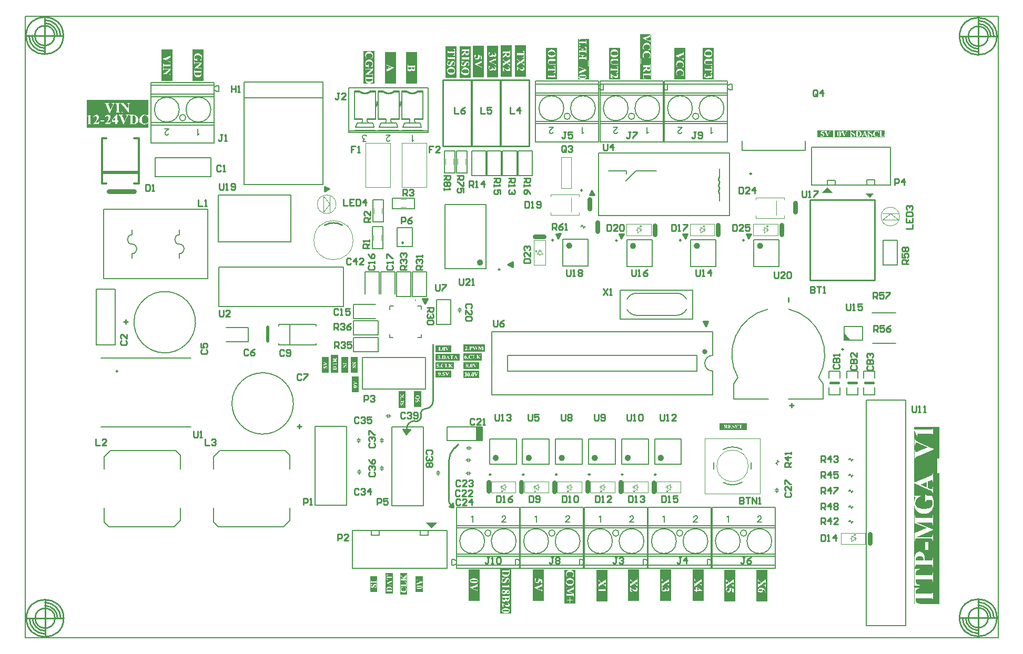
<source format=gto>
G04*
G04 #@! TF.GenerationSoftware,Altium Limited,Altium Designer,20.2.6 (244)*
G04*
G04 Layer_Color=65535*
%FSLAX43Y43*%
%MOMM*%
G71*
G04*
G04 #@! TF.SameCoordinates,50BE3A92-8E6F-42E2-A157-1F0C76B00AEB*
G04*
G04*
G04 #@! TF.FilePolarity,Positive*
G04*
G01*
G75*
%ADD10C,0.051*%
%ADD11C,0.254*%
%ADD12C,0.250*%
%ADD13C,0.500*%
%ADD14C,0.102*%
%ADD15C,0.200*%
%ADD16C,0.178*%
%ADD17C,0.203*%
%ADD18C,0.152*%
%ADD19C,0.127*%
%ADD20C,0.381*%
%ADD21C,0.762*%
%ADD22C,0.050*%
%ADD23C,0.100*%
%ADD24C,0.508*%
%ADD25C,0.300*%
%ADD26C,0.150*%
%ADD27R,1.020X2.330*%
G36*
X66311Y18580D02*
X64507D01*
X65396Y17691D01*
Y17666D01*
X66311Y18580D01*
D02*
G37*
G36*
X128236Y71666D02*
X130039D01*
X129150Y72555D01*
Y72580D01*
X128236Y71666D01*
D02*
G37*
G36*
X135995Y70764D02*
X136630Y71526D01*
X135360D01*
X135995Y70764D01*
D02*
G37*
G36*
X78388Y90348D02*
X76610D01*
Y95428D01*
X78388D01*
Y90348D01*
D02*
G37*
G36*
X78286Y3934D02*
X76508D01*
Y11074D01*
X78286D01*
Y3934D01*
D02*
G37*
G36*
X109248Y5918D02*
X107470D01*
Y10998D01*
X109248D01*
Y5918D01*
D02*
G37*
G36*
X63094Y89230D02*
X61316D01*
Y94310D01*
X63094D01*
Y89230D01*
D02*
G37*
G36*
X100811Y89891D02*
X99033D01*
Y97244D01*
X100811D01*
Y89891D01*
D02*
G37*
G36*
X23727Y89662D02*
X21949D01*
Y94742D01*
X23727D01*
Y89662D01*
D02*
G37*
G36*
X61294Y39751D02*
Y36982D01*
X60151D01*
Y39751D01*
X61294D01*
D02*
G37*
G36*
X135690Y81737D02*
Y80594D01*
X132998D01*
Y80684D01*
X133644D01*
D01*
X133325D01*
X133350Y80686D01*
X133374Y80688D01*
X133397Y80691D01*
X133419Y80697D01*
X133439Y80703D01*
X133457Y80710D01*
X133474Y80718D01*
X133490Y80725D01*
X133504Y80733D01*
X133517Y80741D01*
X133527Y80748D01*
X133537Y80754D01*
X133544Y80760D01*
X133548Y80764D01*
X133551Y80765D01*
X133553Y80767D01*
X133568Y80782D01*
X133582Y80799D01*
X133595Y80815D01*
X133605Y80832D01*
X133614Y80849D01*
X133621Y80866D01*
X133632Y80896D01*
X133639Y80923D01*
X133641Y80935D01*
X133642Y80945D01*
X133644Y80953D01*
Y80965D01*
X133641Y80998D01*
X133635Y81029D01*
X133627Y81056D01*
X133617Y81080D01*
X133605Y81099D01*
X133597Y81113D01*
X133594Y81119D01*
X133591Y81123D01*
X133588Y81124D01*
Y81126D01*
X133577Y81139D01*
X133563Y81153D01*
X133547Y81166D01*
X133530Y81180D01*
X133494Y81206D01*
X133457Y81228D01*
X133440Y81238D01*
X133423Y81248D01*
X133409Y81257D01*
X133394Y81264D01*
X133384Y81270D01*
X133376Y81274D01*
X133370Y81275D01*
X133369Y81277D01*
X133349Y81287D01*
X133329Y81297D01*
X133312Y81305D01*
X133297Y81314D01*
X133283Y81321D01*
X133272Y81327D01*
X133260Y81332D01*
X133252Y81338D01*
X133238Y81345D01*
X133228Y81351D01*
X133222Y81354D01*
X133221Y81355D01*
X133205Y81367D01*
X133192Y81378D01*
X133181Y81389D01*
X133172Y81399D01*
X133166Y81408D01*
X133162Y81414D01*
X133159Y81418D01*
X133158Y81419D01*
X133149Y81438D01*
X133145Y81455D01*
Y81462D01*
X133144Y81468D01*
Y81472D01*
Y81473D01*
X133145Y81491D01*
X133149Y81508D01*
X133156Y81522D01*
X133164Y81535D01*
X133171Y81545D01*
X133178Y81552D01*
X133182Y81558D01*
X133183Y81559D01*
X133199Y81572D01*
X133218Y81580D01*
X133236Y81587D01*
X133253Y81592D01*
X133269Y81595D01*
X133282Y81596D01*
X133293D01*
X133310Y81595D01*
X133326Y81593D01*
X133357Y81585D01*
X133386Y81573D01*
X133410Y81560D01*
X133431Y81548D01*
X133440Y81542D01*
X133447Y81536D01*
X133453Y81532D01*
X133457Y81528D01*
X133458Y81526D01*
X133460Y81525D01*
X133487Y81496D01*
X133508Y81466D01*
X133525Y81436D01*
X133538Y81407D01*
X133548Y81381D01*
X133551Y81369D01*
X133554Y81359D01*
X133555Y81352D01*
X133557Y81347D01*
X133558Y81342D01*
Y81341D01*
X133587D01*
X133580Y81647D01*
X133560D01*
X133555Y81633D01*
X133553Y81622D01*
X133550Y81613D01*
X133545Y81606D01*
X133544Y81600D01*
X133541Y81597D01*
X133540Y81595D01*
X133531Y81589D01*
X133523Y81586D01*
X133515Y81585D01*
X133513D01*
X133504Y81586D01*
X133494Y81587D01*
X133473Y81596D01*
X133463Y81599D01*
X133454Y81603D01*
X133449Y81605D01*
X133447Y81606D01*
X133431Y81613D01*
X133416Y81620D01*
X133403Y81625D01*
X133392Y81629D01*
X133383Y81632D01*
X133376Y81635D01*
X133372Y81636D01*
X133370D01*
X133339Y81643D01*
X133325Y81644D01*
X133310Y81646D01*
X133299Y81647D01*
X133283D01*
X133260Y81646D01*
X133239Y81644D01*
X133199Y81635D01*
X133164Y81623D01*
X133148Y81616D01*
X133134Y81609D01*
X133122Y81600D01*
X133111Y81593D01*
X133101Y81587D01*
X133092Y81582D01*
X133087Y81576D01*
X133082Y81572D01*
X133079Y81570D01*
X133078Y81569D01*
X133064Y81555D01*
X133052Y81539D01*
X133041Y81523D01*
X133032Y81508D01*
X133018Y81476D01*
X133008Y81446D01*
X133003Y81421D01*
X133001Y81411D01*
X133000Y81401D01*
X132998Y81392D01*
Y81647D01*
D01*
Y81737D01*
X135690D01*
D02*
G37*
G36*
X133000Y81358D02*
X133003Y81337D01*
X133007Y81315D01*
X133012Y81298D01*
X133018Y81283D01*
X133022Y81273D01*
X133025Y81265D01*
X133027Y81263D01*
X133040Y81243D01*
X133052Y81226D01*
X133067Y81208D01*
X133079Y81194D01*
X133092Y81183D01*
X133102Y81173D01*
X133108Y81167D01*
X133111Y81166D01*
X133122Y81157D01*
X133134Y81149D01*
X133162Y81132D01*
X133192Y81114D01*
X133222Y81097D01*
X133249Y81083D01*
X133260Y81077D01*
X133272Y81072D01*
X133280Y81067D01*
X133286Y81065D01*
X133290Y81063D01*
X133292Y81062D01*
X133323Y81046D01*
X133349Y81032D01*
X133372Y81019D01*
X133389Y81009D01*
X133401Y81000D01*
X133410Y80995D01*
X133416Y80990D01*
X133417Y80989D01*
X133430Y80979D01*
X133440Y80969D01*
X133450Y80959D01*
X133457Y80949D01*
X133463Y80942D01*
X133467Y80936D01*
X133468Y80932D01*
X133470Y80931D01*
X133476Y80919D01*
X133481Y80908D01*
X133486Y80888D01*
X133487Y80879D01*
X133488Y80874D01*
Y80869D01*
Y80868D01*
X133487Y80848D01*
X133481Y80831D01*
X133474Y80814D01*
X133466Y80799D01*
X133457Y80788D01*
X133450Y80780D01*
X133444Y80774D01*
X133443Y80772D01*
X133424Y80758D01*
X133404Y80748D01*
X133384Y80741D01*
X133366Y80737D01*
X133347Y80734D01*
X133335Y80731D01*
X133322D01*
X133303Y80733D01*
X133285Y80734D01*
X133250Y80742D01*
X133219Y80755D01*
X133192Y80770D01*
X133169Y80784D01*
X133159Y80791D01*
X133152Y80797D01*
X133145Y80801D01*
X133141Y80805D01*
X133138Y80807D01*
X133136Y80808D01*
X133121Y80824D01*
X133108Y80839D01*
X133084Y80875D01*
X133064Y80912D01*
X133048Y80949D01*
X133042Y80966D01*
X133037Y80982D01*
X133032Y80995D01*
X133028Y81008D01*
X133025Y81018D01*
X133024Y81026D01*
X133022Y81030D01*
Y81032D01*
X132998D01*
Y81382D01*
X133000Y81358D01*
D02*
G37*
G36*
X133108Y80737D02*
X133126Y80733D01*
X133134Y80730D01*
X133139Y80728D01*
X133144Y80725D01*
X133145D01*
X133166Y80717D01*
X133185Y80711D01*
X133202Y80705D01*
X133215Y80701D01*
X133226Y80698D01*
X133235Y80695D01*
X133240Y80694D01*
X133242D01*
X133270Y80688D01*
X133285Y80687D01*
X133297Y80686D01*
X133309Y80684D01*
X133022D01*
X133032Y80703D01*
X133042Y80715D01*
X133051Y80723D01*
X133052Y80725D01*
X133054D01*
X133068Y80734D01*
X133079Y80738D01*
X133088Y80740D01*
X133091D01*
X133108Y80737D01*
D02*
G37*
G36*
X83543Y5969D02*
X81765D01*
Y11049D01*
X83543D01*
Y5969D01*
D02*
G37*
G36*
X59211Y10437D02*
Y7088D01*
X58068D01*
Y10437D01*
X59211D01*
D02*
G37*
G36*
X90834Y89891D02*
X89056D01*
Y96480D01*
X90834D01*
Y89891D01*
D02*
G37*
G36*
X98885Y5918D02*
X97107D01*
Y10998D01*
X98885D01*
Y5918D01*
D02*
G37*
G36*
X64037Y9921D02*
Y7381D01*
X62894D01*
Y9921D01*
X64037D01*
D02*
G37*
G36*
X56697D02*
Y7381D01*
X55554D01*
Y9921D01*
X56697D01*
D02*
G37*
G36*
X68660Y43053D02*
Y41910D01*
X66120D01*
Y43053D01*
X68660D01*
D02*
G37*
G36*
X71784Y90221D02*
X70006D01*
Y95301D01*
X71784D01*
Y90221D01*
D02*
G37*
G36*
X136349Y81633D02*
X136347Y81622D01*
X136344Y81613D01*
X136339Y81606D01*
X136338Y81600D01*
X136335Y81597D01*
X136334Y81595D01*
X136325Y81589D01*
X136317Y81586D01*
X136309Y81585D01*
X136307D01*
X136298Y81586D01*
X136288Y81587D01*
X136267Y81596D01*
X136257Y81599D01*
X136248Y81603D01*
X136243Y81605D01*
X136241Y81606D01*
X136225Y81613D01*
X136210Y81620D01*
X136197Y81625D01*
X136186Y81629D01*
X136177Y81632D01*
X136170Y81635D01*
X136166Y81636D01*
X136164D01*
X136133Y81643D01*
X136119Y81644D01*
X136104Y81646D01*
X136093Y81647D01*
X136354D01*
X136349Y81633D01*
D02*
G37*
G36*
X136054Y81646D02*
X136033Y81644D01*
X135993Y81635D01*
X135958Y81623D01*
X135942Y81616D01*
X135928Y81609D01*
X135916Y81600D01*
X135905Y81593D01*
X135895Y81587D01*
X135886Y81582D01*
X135881Y81576D01*
X135876Y81572D01*
X135873Y81570D01*
X135872Y81569D01*
X135858Y81555D01*
X135846Y81539D01*
X135835Y81523D01*
X135826Y81508D01*
X135812Y81476D01*
X135802Y81446D01*
X135796Y81421D01*
X135795Y81411D01*
X135794Y81401D01*
X135792Y81392D01*
Y81647D01*
X136077D01*
X136054Y81646D01*
D02*
G37*
G36*
X138374Y80594D02*
X135792D01*
Y80684D01*
X135816D01*
X135826Y80703D01*
X135836Y80715D01*
X135845Y80723D01*
X135846Y80725D01*
X135848D01*
X135862Y80734D01*
X135873Y80738D01*
X135882Y80740D01*
X135885D01*
X135902Y80737D01*
X135920Y80733D01*
X135928Y80730D01*
X135933Y80728D01*
X135938Y80725D01*
X135939D01*
X135960Y80717D01*
X135979Y80711D01*
X135996Y80705D01*
X136009Y80701D01*
X136020Y80698D01*
X136029Y80695D01*
X136034Y80694D01*
X136036D01*
X136064Y80688D01*
X136079Y80687D01*
X136091Y80686D01*
X136103Y80684D01*
X135962D01*
X136119D01*
D01*
X136438D01*
X136119D01*
X136144Y80686D01*
X136168Y80688D01*
X136191Y80691D01*
X136213Y80697D01*
X136233Y80703D01*
X136251Y80710D01*
X136268Y80718D01*
X136284Y80725D01*
X136298Y80733D01*
X136311Y80741D01*
X136321Y80748D01*
X136331Y80754D01*
X136338Y80760D01*
X136342Y80764D01*
X136345Y80765D01*
X136347Y80767D01*
X136362Y80782D01*
X136376Y80799D01*
X136389Y80815D01*
X136399Y80832D01*
X136408Y80849D01*
X136415Y80866D01*
X136426Y80896D01*
X136433Y80923D01*
X136435Y80935D01*
X136436Y80945D01*
X136438Y80953D01*
Y80965D01*
X136435Y80998D01*
X136429Y81029D01*
X136421Y81056D01*
X136411Y81080D01*
X136399Y81099D01*
X136391Y81113D01*
X136388Y81119D01*
X136385Y81123D01*
X136382Y81124D01*
Y81126D01*
X136371Y81139D01*
X136357Y81153D01*
X136341Y81166D01*
X136324Y81180D01*
X136288Y81206D01*
X136251Y81228D01*
X136234Y81238D01*
X136217Y81248D01*
X136203Y81257D01*
X136188Y81264D01*
X136178Y81270D01*
X136170Y81274D01*
X136164Y81275D01*
X136163Y81277D01*
X136143Y81287D01*
X136123Y81297D01*
X136106Y81305D01*
X136091Y81314D01*
X136077Y81321D01*
X136066Y81327D01*
X136054Y81332D01*
X136046Y81338D01*
X136032Y81345D01*
X136022Y81351D01*
X136016Y81354D01*
X136015Y81355D01*
X135999Y81367D01*
X135986Y81378D01*
X135975Y81389D01*
X135966Y81399D01*
X135960Y81408D01*
X135956Y81414D01*
X135953Y81418D01*
X135952Y81419D01*
X135943Y81438D01*
X135939Y81455D01*
Y81462D01*
X135938Y81468D01*
Y81472D01*
Y81473D01*
X135939Y81491D01*
X135943Y81508D01*
X135950Y81522D01*
X135958Y81535D01*
X135965Y81545D01*
X135972Y81552D01*
X135976Y81558D01*
X135977Y81559D01*
X135993Y81572D01*
X136012Y81580D01*
X136030Y81587D01*
X136047Y81592D01*
X136063Y81595D01*
X136076Y81596D01*
X136087D01*
X136104Y81595D01*
X136120Y81593D01*
X136151Y81585D01*
X136180Y81573D01*
X136204Y81560D01*
X136225Y81548D01*
X136234Y81542D01*
X136241Y81536D01*
X136247Y81532D01*
X136251Y81528D01*
X136252Y81526D01*
X136254Y81525D01*
X136281Y81496D01*
X136302Y81466D01*
X136319Y81436D01*
X136332Y81407D01*
X136342Y81381D01*
X136345Y81369D01*
X136348Y81359D01*
X136349Y81352D01*
X136351Y81347D01*
X136352Y81342D01*
Y81341D01*
X136381D01*
X136374Y81647D01*
X136438D01*
X135792D01*
Y81737D01*
X138374D01*
Y80594D01*
D02*
G37*
G36*
X135794Y81358D02*
X135796Y81337D01*
X135801Y81315D01*
X135806Y81298D01*
X135812Y81283D01*
X135816Y81273D01*
X135819Y81265D01*
X135821Y81263D01*
X135834Y81243D01*
X135846Y81226D01*
X135861Y81208D01*
X135873Y81194D01*
X135886Y81183D01*
X135896Y81173D01*
X135902Y81167D01*
X135905Y81166D01*
X135916Y81157D01*
X135928Y81149D01*
X135956Y81132D01*
X135986Y81114D01*
X136016Y81097D01*
X136043Y81083D01*
X136054Y81077D01*
X136066Y81072D01*
X136074Y81067D01*
X136080Y81065D01*
X136084Y81063D01*
X136086Y81062D01*
X136117Y81046D01*
X136143Y81032D01*
X136166Y81019D01*
X136183Y81009D01*
X136195Y81000D01*
X136204Y80995D01*
X136210Y80990D01*
X136211Y80989D01*
X136224Y80979D01*
X136234Y80969D01*
X136244Y80959D01*
X136251Y80949D01*
X136257Y80942D01*
X136261Y80936D01*
X136262Y80932D01*
X136264Y80931D01*
X136270Y80919D01*
X136275Y80908D01*
X136280Y80888D01*
X136281Y80879D01*
X136282Y80874D01*
Y80869D01*
Y80868D01*
X136281Y80848D01*
X136275Y80831D01*
X136268Y80814D01*
X136260Y80799D01*
X136251Y80788D01*
X136244Y80780D01*
X136238Y80774D01*
X136237Y80772D01*
X136218Y80758D01*
X136198Y80748D01*
X136178Y80741D01*
X136160Y80737D01*
X136141Y80734D01*
X136129Y80731D01*
X136116D01*
X136097Y80733D01*
X136079Y80734D01*
X136044Y80742D01*
X136013Y80755D01*
X135986Y80770D01*
X135963Y80784D01*
X135953Y80791D01*
X135946Y80797D01*
X135939Y80801D01*
X135935Y80805D01*
X135932Y80807D01*
X135930Y80808D01*
X135915Y80824D01*
X135902Y80839D01*
X135878Y80875D01*
X135858Y80912D01*
X135842Y80949D01*
X135836Y80966D01*
X135831Y80982D01*
X135826Y80995D01*
X135822Y81008D01*
X135819Y81018D01*
X135818Y81026D01*
X135816Y81030D01*
Y81032D01*
X135792D01*
Y81382D01*
X135794Y81358D01*
D02*
G37*
G36*
X85678Y89891D02*
X83900D01*
Y94971D01*
X85678D01*
Y89891D01*
D02*
G37*
G36*
X52045Y42647D02*
X50902D01*
Y45187D01*
X52045D01*
Y42647D01*
D02*
G37*
G36*
X53725Y42062D02*
Y39522D01*
X52582D01*
Y42062D01*
X53725D01*
D02*
G37*
G36*
X50419Y42647D02*
X49276D01*
Y45544D01*
X50419D01*
Y42647D01*
D02*
G37*
G36*
X63783Y39751D02*
Y37211D01*
X62640D01*
Y39751D01*
X63783D01*
D02*
G37*
G36*
X106328Y89891D02*
X104550D01*
Y94971D01*
X106328D01*
Y89891D01*
D02*
G37*
G36*
X73527Y44670D02*
X70590D01*
Y45813D01*
X73527D01*
Y44670D01*
D02*
G37*
G36*
X103990Y5944D02*
X102212D01*
Y11024D01*
X103990D01*
Y5944D01*
D02*
G37*
G36*
X110900Y89891D02*
X109122D01*
Y94971D01*
X110900D01*
Y89891D01*
D02*
G37*
G36*
X61523Y6985D02*
X60380D01*
Y10456D01*
X61523D01*
Y6985D01*
D02*
G37*
G36*
X88623Y5558D02*
X86845D01*
Y10973D01*
X88623D01*
Y5558D01*
D02*
G37*
G36*
X28728Y89662D02*
X26950D01*
Y94742D01*
X28728D01*
Y89662D01*
D02*
G37*
G36*
X48920Y42647D02*
X47777D01*
Y45187D01*
X48920D01*
Y42647D01*
D02*
G37*
G36*
X73130Y44408D02*
Y43265D01*
X70590D01*
Y44408D01*
X73130D01*
D02*
G37*
G36*
X76135Y90283D02*
X74357D01*
Y95363D01*
X76135D01*
Y90283D01*
D02*
G37*
G36*
X19846Y86597D02*
Y84550D01*
X9961D01*
Y86597D01*
X19846D01*
D02*
G37*
G36*
Y84550D02*
Y82169D01*
X9961D01*
Y82721D01*
X10768D01*
Y82761D01*
X10703D01*
X10678Y82765D01*
X10657Y82768D01*
X10639Y82772D01*
X10625Y82777D01*
X10615Y82779D01*
X10611Y82784D01*
X10609D01*
X10597Y82793D01*
X10585Y82805D01*
X10572Y82826D01*
X10565Y82832D01*
X10562Y82839D01*
X10560Y82844D01*
Y82846D01*
X10558Y82856D01*
X10555Y82865D01*
X10553Y82890D01*
X10551Y82920D01*
Y82951D01*
X10548Y82978D01*
Y83001D01*
Y83011D01*
Y83018D01*
Y83022D01*
Y83025D01*
Y84246D01*
X10511D01*
X9961Y83996D01*
X9979Y83957D01*
X10009Y83969D01*
X10035Y83978D01*
X10058Y83983D01*
X10079Y83987D01*
X10095Y83989D01*
X10106Y83992D01*
X10116D01*
X10141Y83989D01*
X10162Y83983D01*
X10174Y83976D01*
X10178Y83973D01*
X10197Y83959D01*
X10208Y83945D01*
X10213Y83934D01*
X10215Y83932D01*
Y83929D01*
X10220Y83915D01*
X10222Y83899D01*
X10224Y83876D01*
Y83855D01*
X10227Y83834D01*
Y83816D01*
Y83804D01*
Y83802D01*
Y83800D01*
Y83025D01*
Y82999D01*
Y82976D01*
X10224Y82937D01*
X10222Y82904D01*
X10220Y82879D01*
X10215Y82863D01*
X10213Y82851D01*
X10211Y82844D01*
Y82842D01*
X10204Y82828D01*
X10197Y82816D01*
X10178Y82798D01*
X10162Y82786D01*
X10157Y82782D01*
X10155D01*
X10139Y82775D01*
X10118Y82770D01*
X10074Y82763D01*
X10053D01*
X10037Y82761D01*
X9981D01*
Y82721D01*
X9961D01*
Y84246D01*
D01*
Y84550D01*
X19846D01*
D02*
G37*
G36*
X119510Y10897D02*
Y5817D01*
X117732D01*
Y10897D01*
X119510D01*
D02*
G37*
G36*
X69980Y45762D02*
Y44619D01*
X66120D01*
Y45762D01*
X69980D01*
D02*
G37*
G36*
X69056Y43265D02*
X66120D01*
Y44408D01*
X69056D01*
Y43265D01*
D02*
G37*
G36*
X53569Y42647D02*
X52426D01*
Y45187D01*
X53569D01*
Y42647D01*
D02*
G37*
G36*
X147171Y5410D02*
X146200D01*
X144020D01*
Y5494D01*
X143904Y5517D01*
X143802Y5549D01*
X143714Y5591D01*
X143640Y5632D01*
X143585Y5669D01*
X143543Y5702D01*
X143520Y5725D01*
X143511Y5734D01*
X143469Y5790D01*
X143437Y5859D01*
X143414Y5933D01*
X143395Y6003D01*
X143386Y6072D01*
X143381Y6123D01*
Y6391D01*
X145691D01*
X145769D01*
X145829Y6387D01*
X145880Y6382D01*
X145917Y6377D01*
X145945Y6373D01*
X145959Y6368D01*
X145968Y6364D01*
X145973D01*
X146019Y6336D01*
X146051Y6308D01*
X146070Y6285D01*
X146075Y6280D01*
Y6276D01*
X146089Y6243D01*
X146102Y6211D01*
X146116Y6141D01*
Y6114D01*
X146121Y6090D01*
Y5970D01*
X146200D01*
Y7530D01*
X146121D01*
Y7382D01*
X146116Y7345D01*
X146107Y7312D01*
X146098Y7280D01*
X146093Y7261D01*
X146084Y7243D01*
X146079Y7234D01*
Y7229D01*
X146061Y7206D01*
X146047Y7183D01*
X146014Y7155D01*
X145991Y7136D01*
X145987Y7132D01*
X145982D01*
X145954Y7123D01*
X145913Y7118D01*
X145862Y7113D01*
X145815D01*
X145765Y7109D01*
X145728D01*
X145700D01*
X145695D01*
X145691D01*
X143381D01*
Y7405D01*
X143386Y7465D01*
X143395Y7516D01*
X143400Y7553D01*
X143409Y7585D01*
X143418Y7608D01*
X143423Y7618D01*
Y7622D01*
X143451Y7673D01*
X143483Y7720D01*
X143520Y7761D01*
X143548Y7794D01*
X143580Y7821D01*
X143599Y7840D01*
X143617Y7849D01*
X143622Y7854D01*
X143673Y7886D01*
X143733Y7919D01*
X143802Y7942D01*
X143867Y7969D01*
X143927Y7988D01*
X143974Y8002D01*
X143992Y8006D01*
X144006Y8011D01*
X144015Y8016D01*
X144020D01*
Y8094D01*
X143210D01*
Y5410D01*
X143141D01*
Y19965D01*
X146269D01*
D01*
X144746D01*
X144885Y19970D01*
X145010Y19988D01*
X145126Y20011D01*
X145228Y20044D01*
X145269Y20057D01*
X145311Y20071D01*
X145343Y20081D01*
X145371Y20094D01*
X145394Y20104D01*
X145413Y20113D01*
X145422Y20118D01*
X145427D01*
X145515Y20169D01*
X145593Y20224D01*
X145663Y20280D01*
X145728Y20335D01*
X145778Y20381D01*
X145820Y20418D01*
X145843Y20446D01*
X145848Y20455D01*
X145852D01*
X145922Y20539D01*
X145982Y20622D01*
X146033Y20705D01*
X146075Y20784D01*
X146112Y20849D01*
X146135Y20904D01*
X146144Y20923D01*
X146153Y20937D01*
X146158Y20946D01*
Y20951D01*
X146195Y21062D01*
X146223Y21182D01*
X146241Y21298D01*
X146255Y21409D01*
X146260Y21460D01*
X146264Y21506D01*
Y21548D01*
X146269Y21585D01*
Y21654D01*
X146264Y21779D01*
X146260Y21895D01*
X146250Y22006D01*
X146237Y22103D01*
X146232Y22145D01*
X146223Y22182D01*
X146218Y22214D01*
X146213Y22242D01*
X146209Y22265D01*
Y22283D01*
X146204Y22293D01*
Y22297D01*
X146176Y22413D01*
X146149Y22519D01*
X146116Y22621D01*
X146084Y22714D01*
X146056Y22788D01*
X146047Y22820D01*
X146033Y22843D01*
X146028Y22867D01*
X146019Y22880D01*
X146014Y22890D01*
Y22894D01*
X145390D01*
X145334D01*
X145288Y22899D01*
X145255D01*
X145228Y22904D01*
X145209Y22908D01*
X145195D01*
X145186Y22913D01*
X145135Y22941D01*
X145103Y22973D01*
X145080Y23001D01*
X145075Y23005D01*
Y23010D01*
X145061Y23042D01*
X145052Y23075D01*
X145033Y23153D01*
X145029Y23191D01*
Y23218D01*
X145024Y23237D01*
Y23246D01*
X144945D01*
Y21793D01*
X145024D01*
Y21867D01*
X145033Y21941D01*
X145038Y21969D01*
X145047Y21997D01*
X145056Y22020D01*
X145061Y22034D01*
X145070Y22043D01*
Y22047D01*
X145084Y22075D01*
X145103Y22098D01*
X145131Y22126D01*
X145154Y22145D01*
X145158Y22149D01*
X145163D01*
X145186Y22159D01*
X145218Y22168D01*
X145255Y22172D01*
X145297D01*
X145330Y22177D01*
X145362D01*
X145380D01*
X145390D01*
X146014D01*
X146042Y22089D01*
X146051Y22047D01*
X146061Y22015D01*
X146070Y21983D01*
X146075Y21959D01*
X146079Y21946D01*
Y21941D01*
X146093Y21862D01*
X146098Y21825D01*
Y21793D01*
X146102Y21765D01*
Y21723D01*
X146098Y21612D01*
X146079Y21511D01*
X146056Y21418D01*
X146028Y21339D01*
X146001Y21275D01*
X145977Y21228D01*
X145968Y21210D01*
X145959Y21196D01*
X145954Y21191D01*
Y21187D01*
X145890Y21108D01*
X145815Y21043D01*
X145737Y20988D01*
X145658Y20941D01*
X145589Y20909D01*
X145556Y20895D01*
X145529Y20881D01*
X145510Y20872D01*
X145492Y20867D01*
X145482Y20863D01*
X145478D01*
X145353Y20830D01*
X145223Y20803D01*
X145098Y20784D01*
X144978Y20775D01*
X144927Y20770D01*
X144876Y20766D01*
X144834D01*
X144797Y20761D01*
X144765D01*
X144742D01*
X144728D01*
X144723D01*
X144589Y20766D01*
X144464Y20775D01*
X144348Y20789D01*
X144247Y20807D01*
X144200Y20816D01*
X144159Y20826D01*
X144122Y20830D01*
X144089Y20840D01*
X144066Y20844D01*
X144048Y20849D01*
X144038Y20853D01*
X144034D01*
X143913Y20895D01*
X143807Y20941D01*
X143719Y20992D01*
X143645Y21048D01*
X143585Y21094D01*
X143543Y21131D01*
X143515Y21159D01*
X143506Y21163D01*
Y21168D01*
X143441Y21256D01*
X143395Y21349D01*
X143363Y21441D01*
X143340Y21534D01*
X143326Y21608D01*
X143321Y21645D01*
Y21673D01*
X143316Y21696D01*
Y21728D01*
X143321Y21793D01*
X143326Y21858D01*
X143353Y21973D01*
X143386Y22084D01*
X143427Y22182D01*
X143451Y22223D01*
X143469Y22260D01*
X143492Y22293D01*
X143506Y22320D01*
X143520Y22344D01*
X143534Y22358D01*
X143539Y22367D01*
X143543Y22371D01*
X143585Y22427D01*
X143636Y22478D01*
X143738Y22566D01*
X143849Y22644D01*
X143950Y22705D01*
X144048Y22755D01*
X144089Y22774D01*
X144126Y22788D01*
X144154Y22802D01*
X144177Y22811D01*
X144191Y22816D01*
X144196D01*
Y22894D01*
X143141D01*
Y23246D01*
D01*
Y33978D01*
X146200D01*
X146121D01*
Y33849D01*
X146112Y33798D01*
X146107Y33756D01*
X146098Y33719D01*
X146089Y33691D01*
X146084Y33673D01*
X146075Y33663D01*
Y33659D01*
X146056Y33636D01*
X146033Y33612D01*
X145991Y33585D01*
X145977Y33571D01*
X145964Y33566D01*
X145954Y33562D01*
X145950D01*
X145931Y33557D01*
X145913Y33552D01*
X145862Y33548D01*
X145802Y33543D01*
X145741D01*
X145686Y33538D01*
X145640D01*
X145621D01*
X145607D01*
X145598D01*
X145593D01*
X143150D01*
Y33464D01*
X143650Y32363D01*
X143728Y32400D01*
X143705Y32460D01*
X143687Y32511D01*
X143677Y32557D01*
X143668Y32599D01*
X143663Y32631D01*
X143659Y32655D01*
Y32673D01*
X143663Y32724D01*
X143677Y32766D01*
X143691Y32789D01*
X143696Y32798D01*
X143724Y32835D01*
X143751Y32858D01*
X143775Y32867D01*
X143779Y32872D01*
X143784D01*
X143812Y32881D01*
X143844Y32886D01*
X143890Y32891D01*
X143932D01*
X143974Y32895D01*
X144011D01*
X144034D01*
X144038D01*
X144043D01*
X145593D01*
X145644D01*
X145691D01*
X145769Y32891D01*
X145834Y32886D01*
X145885Y32881D01*
X145917Y32872D01*
X145940Y32867D01*
X145954Y32863D01*
X145959D01*
X145987Y32849D01*
X146010Y32835D01*
X146047Y32798D01*
X146070Y32766D01*
X146079Y32756D01*
Y32752D01*
X146093Y32719D01*
X146102Y32678D01*
X146116Y32590D01*
Y32548D01*
X146121Y32516D01*
Y32405D01*
X146200D01*
Y33978D01*
X147171D01*
Y5410D01*
D02*
G37*
G36*
X143187Y22797D02*
X143224Y22779D01*
X143252Y22765D01*
X143275Y22746D01*
X143293Y22732D01*
X143307Y22723D01*
X143312Y22718D01*
X143316Y22714D01*
X143340Y22677D01*
X143353Y22640D01*
X143358Y22612D01*
Y22603D01*
X143353Y22580D01*
X143344Y22543D01*
X143335Y22501D01*
X143316Y22459D01*
X143303Y22413D01*
X143293Y22381D01*
X143284Y22353D01*
X143279Y22348D01*
Y22344D01*
X143252Y22270D01*
X143228Y22205D01*
X143210Y22154D01*
X143196Y22108D01*
X143187Y22075D01*
X143182Y22052D01*
X143178Y22038D01*
Y22034D01*
X143154Y21895D01*
X143150Y21825D01*
X143145Y21765D01*
X143141Y21710D01*
Y22816D01*
X143187Y22797D01*
D02*
G37*
G36*
X143145Y21501D02*
X143159Y21372D01*
X143182Y21256D01*
X143215Y21140D01*
X143247Y21039D01*
X143289Y20937D01*
X143330Y20849D01*
X143372Y20766D01*
X143418Y20691D01*
X143460Y20627D01*
X143502Y20571D01*
X143534Y20525D01*
X143566Y20488D01*
X143589Y20460D01*
X143603Y20442D01*
X143608Y20437D01*
X143696Y20354D01*
X143788Y20280D01*
X143886Y20219D01*
X143983Y20164D01*
X144075Y20118D01*
X144173Y20081D01*
X144265Y20048D01*
X144348Y20025D01*
X144432Y20007D01*
X144506Y19988D01*
X144575Y19979D01*
X144635Y19974D01*
X144682Y19970D01*
X144714Y19965D01*
X143141D01*
Y21631D01*
X143145Y21501D01*
D02*
G37*
G36*
X130128Y80594D02*
X127588D01*
Y81737D01*
X130128D01*
Y80594D01*
D02*
G37*
G36*
X95767Y94971D02*
Y89891D01*
X93989D01*
Y94971D01*
X95767D01*
D02*
G37*
G36*
X73130Y43002D02*
Y41859D01*
X70590D01*
Y43002D01*
X73130D01*
D02*
G37*
G36*
X59692Y89230D02*
X57914D01*
Y94310D01*
X59692D01*
Y89230D01*
D02*
G37*
G36*
X74043Y47219D02*
Y46076D01*
X70590D01*
Y47219D01*
X74043D01*
D02*
G37*
G36*
X132846Y80594D02*
X130306D01*
Y81737D01*
X132846D01*
Y80594D01*
D02*
G37*
G36*
X80674Y90348D02*
X78896D01*
Y95428D01*
X80674D01*
Y90348D01*
D02*
G37*
G36*
X93805Y5867D02*
X92027D01*
Y10947D01*
X93805D01*
Y5867D01*
D02*
G37*
G36*
X116219Y33426D02*
X111789D01*
Y34569D01*
X116219D01*
Y33426D01*
D02*
G37*
G36*
X68660Y47117D02*
Y45974D01*
X66120D01*
Y47117D01*
X68660D01*
D02*
G37*
G36*
X73849Y90283D02*
X72071D01*
Y95363D01*
X73849D01*
Y90283D01*
D02*
G37*
G36*
X114328Y10922D02*
Y5842D01*
X112550D01*
Y10922D01*
X114328D01*
D02*
G37*
G36*
X73180Y5969D02*
X71402D01*
Y11049D01*
X73180D01*
Y5969D01*
D02*
G37*
G36*
X69498Y90221D02*
X67720D01*
Y95301D01*
X69498D01*
Y90221D01*
D02*
G37*
G36*
X56290Y89230D02*
X54512D01*
Y94474D01*
X56290D01*
Y89230D01*
D02*
G37*
%LPC*%
G36*
X78085Y94581D02*
X78054D01*
Y94553D01*
X78052Y94529D01*
X78048Y94511D01*
X78046Y94494D01*
X78043Y94483D01*
X78039Y94476D01*
X78037Y94472D01*
Y94470D01*
X78032Y94459D01*
X78024Y94450D01*
X78011Y94437D01*
X78000Y94429D01*
X77998Y94427D01*
X77996D01*
X77985Y94424D01*
X77969Y94420D01*
X77948Y94418D01*
X77928Y94416D01*
X77909Y94414D01*
X77893D01*
X77882D01*
X77880D01*
X77878D01*
X77096D01*
X77063D01*
X77037Y94416D01*
X77015Y94418D01*
X77000Y94420D01*
X76987Y94424D01*
X76980Y94426D01*
X76976Y94427D01*
X76974D01*
X76958Y94439D01*
X76947Y94452D01*
X76937Y94463D01*
X76935Y94466D01*
Y94468D01*
X76930Y94481D01*
X76926Y94498D01*
X76922Y94535D01*
X76921Y94553D01*
Y94581D01*
X76889D01*
Y93968D01*
X76921D01*
Y93998D01*
X76922Y94022D01*
X76926Y94040D01*
X76928Y94057D01*
X76932Y94068D01*
X76934Y94077D01*
X76935Y94081D01*
Y94083D01*
X76948Y94102D01*
X76961Y94115D01*
X76971Y94122D01*
X76972Y94124D01*
X76974D01*
X76987Y94127D01*
X77004Y94129D01*
X77024Y94133D01*
X77045D01*
X77065Y94135D01*
X77082D01*
X77093D01*
X77095D01*
X77096D01*
X77434D01*
Y94057D01*
X76889Y93672D01*
Y92841D01*
X76921D01*
Y92876D01*
X76922Y92891D01*
Y92907D01*
X76924Y92913D01*
Y92916D01*
X76934Y92944D01*
X76939Y92954D01*
X76945Y92963D01*
X76950Y92970D01*
X76954Y92976D01*
X76958Y92978D01*
Y92979D01*
X76967Y92987D01*
X76974Y92991D01*
X76989Y92998D01*
X77000Y93000D01*
X77002D01*
X77004D01*
X77011Y92998D01*
X77021Y92996D01*
X77041Y92987D01*
X77065Y92974D01*
X77087Y92959D01*
X77109Y92944D01*
X77126Y92931D01*
X77134Y92926D01*
X77139Y92922D01*
X77141Y92918D01*
X77143D01*
X77365Y92735D01*
X77108Y92561D01*
X77084Y92544D01*
X77061Y92530D01*
X77045Y92520D01*
X77030Y92511D01*
X77021Y92505D01*
X77013Y92502D01*
X77009Y92500D01*
X77008D01*
X76998Y92496D01*
X76989Y92492D01*
X76984D01*
X76980D01*
X76972D01*
X76965Y92496D01*
X76952Y92502D01*
X76945Y92509D01*
X76941Y92511D01*
Y92513D01*
X76935Y92522D01*
X76932Y92535D01*
X76928Y92550D01*
X76924Y92567D01*
X76922Y92579D01*
X76921Y92592D01*
Y92604D01*
X76889D01*
Y92018D01*
X78085D01*
Y94581D01*
D02*
G37*
G36*
X76908Y91965D02*
X76889D01*
Y91263D01*
X77235Y91194D01*
Y91228D01*
X77215Y91239D01*
X77196Y91248D01*
X77184Y91256D01*
X77172Y91263D01*
X77163Y91269D01*
X77158Y91272D01*
X77156Y91276D01*
X77154D01*
X77143Y91291D01*
X77134Y91307D01*
X77130Y91319D01*
X77128Y91322D01*
Y91324D01*
X77126Y91337D01*
X77124Y91356D01*
X77122Y91374D01*
Y91396D01*
X77121Y91415D01*
Y91706D01*
X77174Y91652D01*
X77224Y91602D01*
X77271Y91557D01*
X77315Y91519D01*
X77354Y91481D01*
X77393Y91450D01*
X77426Y91422D01*
X77456Y91398D01*
X77483Y91378D01*
X77508Y91361D01*
X77528Y91346D01*
X77545Y91335D01*
X77558Y91326D01*
X77567Y91320D01*
X77572Y91319D01*
X77574Y91317D01*
X77619Y91294D01*
X77663Y91278D01*
X77702Y91267D01*
X77739Y91257D01*
X77769Y91254D01*
X77782Y91252D01*
X77793D01*
X77802Y91250D01*
X77808D01*
X77811D01*
X77813D01*
X77837Y91252D01*
X77861Y91257D01*
X77883Y91263D01*
X77906Y91270D01*
X77924Y91280D01*
X77937Y91285D01*
X77946Y91291D01*
X77950Y91293D01*
X77976Y91309D01*
X78000Y91330D01*
X78020Y91348D01*
X78037Y91369D01*
X78050Y91385D01*
X78059Y91398D01*
X78065Y91407D01*
X78067Y91411D01*
X78082Y91439D01*
X78091Y91468D01*
X78098Y91496D01*
X78104Y91520D01*
X78107Y91543D01*
X78109Y91561D01*
Y91194D01*
X76889D01*
D01*
X78109D01*
Y91600D01*
X78106Y91622D01*
X78096Y91665D01*
X78083Y91704D01*
X78069Y91735D01*
X78054Y91763D01*
X78046Y91774D01*
X78041Y91783D01*
X78035Y91791D01*
X78032Y91796D01*
X78030Y91798D01*
X78028Y91800D01*
X78011Y91817D01*
X77995Y91833D01*
X77954Y91863D01*
X77913Y91887D01*
X77872Y91907D01*
X77833Y91924D01*
X77819Y91930D01*
X77804Y91935D01*
X77793Y91939D01*
X77783Y91943D01*
X77778Y91944D01*
X77776D01*
X77765Y91911D01*
X77789Y91896D01*
X77809Y91881D01*
X77828Y91865D01*
X77845Y91846D01*
X77858Y91830D01*
X77869Y91813D01*
X77878Y91794D01*
X77885Y91778D01*
X77895Y91748D01*
X77898Y91735D01*
X77900Y91724D01*
X77902Y91715D01*
Y91702D01*
X77900Y91672D01*
X77893Y91644D01*
X77882Y91620D01*
X77870Y91600D01*
X77859Y91583D01*
X77848Y91572D01*
X77841Y91563D01*
X77839Y91561D01*
X77815Y91543D01*
X77789Y91528D01*
X77763Y91519D01*
X77739Y91511D01*
X77719Y91507D01*
X77700Y91504D01*
X77689D01*
X77687D01*
X77685D01*
X77637Y91507D01*
X77591Y91515D01*
X77548Y91526D01*
X77509Y91537D01*
X77491Y91544D01*
X77474Y91550D01*
X77461Y91556D01*
X77448Y91561D01*
X77439Y91567D01*
X77432Y91568D01*
X77428Y91572D01*
X77426D01*
X77398Y91587D01*
X77365Y91609D01*
X77328Y91633D01*
X77289Y91663D01*
X77246Y91694D01*
X77204Y91726D01*
X77117Y91794D01*
X77076Y91828D01*
X77037Y91859D01*
X77000Y91887D01*
X76971Y91913D01*
X76945Y91935D01*
X76924Y91950D01*
X76917Y91957D01*
X76911Y91961D01*
X76909Y91963D01*
X76908Y91965D01*
D02*
G37*
%LPD*%
G36*
X78019Y94040D02*
X78015Y93990D01*
X78008Y93950D01*
X77998Y93913D01*
X77985Y93885D01*
X77972Y93863D01*
X77963Y93848D01*
X77956Y93839D01*
X77952Y93835D01*
X77924Y93813D01*
X77893Y93798D01*
X77859Y93787D01*
X77828Y93778D01*
X77798Y93774D01*
X77785Y93772D01*
X77774D01*
X77765Y93770D01*
X77758D01*
X77754D01*
X77752D01*
X77719Y93772D01*
X77689Y93776D01*
X77661Y93781D01*
X77639Y93787D01*
X77622Y93794D01*
X77609Y93800D01*
X77602Y93803D01*
X77598Y93805D01*
X77578Y93820D01*
X77561Y93835D01*
X77548Y93852D01*
X77537Y93866D01*
X77528Y93881D01*
X77522Y93892D01*
X77521Y93900D01*
X77519Y93902D01*
X77511Y93928D01*
X77506Y93955D01*
X77502Y93987D01*
X77500Y94016D01*
X77498Y94042D01*
X77496Y94065D01*
Y94135D01*
X78019D01*
Y94040D01*
D02*
G37*
G36*
X78085Y93300D02*
Y93274D01*
X78054D01*
X78048Y93246D01*
X78045Y93237D01*
X78041Y93228D01*
X78037Y93220D01*
X78035Y93215D01*
X78033Y93213D01*
Y93211D01*
X78022Y93192D01*
X78009Y93178D01*
X77998Y93166D01*
X77995Y93165D01*
X77993Y93163D01*
X77989Y93161D01*
X77983Y93157D01*
X77969Y93146D01*
X77948Y93131D01*
X77926Y93116D01*
X77904Y93102D01*
X77887Y93089D01*
X77880Y93085D01*
X77874Y93081D01*
X77870Y93078D01*
X77869D01*
X77421Y92774D01*
X77132Y93011D01*
X77109Y93029D01*
X77087Y93048D01*
X77069Y93065D01*
X77052Y93081D01*
X77022Y93109D01*
X77000Y93133D01*
X76984Y93152D01*
X76972Y93165D01*
X76965Y93172D01*
X76963Y93176D01*
X76952Y93194D01*
X76943Y93215D01*
X76935Y93235D01*
X76930Y93254D01*
X76926Y93272D01*
X76922Y93287D01*
X76921Y93294D01*
X76922D01*
X76924Y93311D01*
X76928Y93328D01*
X76932Y93342D01*
X76937Y93355D01*
X76943Y93365D01*
X76947Y93372D01*
X76948Y93378D01*
X76950Y93379D01*
X76959Y93391D01*
X76974Y93402D01*
X76991Y93415D01*
X77008Y93428D01*
X77022Y93441D01*
X77035Y93450D01*
X77045Y93457D01*
X77048Y93459D01*
X77452Y93746D01*
X77463Y93707D01*
X77476Y93674D01*
X77491Y93644D01*
X77504Y93620D01*
X77517Y93602D01*
X77526Y93587D01*
X77533Y93579D01*
X77535Y93576D01*
X77552Y93559D01*
X77571Y93544D01*
X77587Y93531D01*
X77606Y93520D01*
X77643Y93503D01*
X77678Y93491D01*
X77708Y93485D01*
X77721Y93483D01*
X77732Y93481D01*
X77741Y93479D01*
X77748D01*
X77752D01*
X77754D01*
X77793Y93481D01*
X77830Y93489D01*
X77861Y93500D01*
X77889Y93511D01*
X77911Y93524D01*
X77928Y93533D01*
X77939Y93541D01*
X77943Y93544D01*
X77970Y93570D01*
X77995Y93596D01*
X78013Y93624D01*
X78030Y93650D01*
X78041Y93674D01*
X78048Y93692D01*
X78050Y93700D01*
X78052Y93705D01*
X78054Y93707D01*
Y93709D01*
X78059Y93729D01*
X78065Y93752D01*
X78072Y93800D01*
X78078Y93853D01*
X78082Y93905D01*
X78083Y93929D01*
Y93952D01*
X78085Y93972D01*
Y93300D01*
D02*
G37*
G36*
X78004Y92800D02*
X78013Y92798D01*
X78026Y92791D01*
X78033Y92785D01*
X78037Y92781D01*
X78043Y92772D01*
X78046Y92761D01*
X78052Y92739D01*
X78054Y92728D01*
Y92681D01*
X78085D01*
Y92496D01*
X78054D01*
Y92478D01*
X78052Y92461D01*
X78050Y92448D01*
X78048Y92437D01*
X78045Y92430D01*
X78043Y92422D01*
X78041Y92420D01*
Y92418D01*
X78032Y92402D01*
X78020Y92389D01*
X78013Y92381D01*
X78011Y92380D01*
X78009D01*
X77995Y92370D01*
X77980Y92367D01*
X77969Y92365D01*
X77967D01*
X77965D01*
X77956Y92367D01*
X77945Y92368D01*
X77919Y92380D01*
X77891Y92394D01*
X77863Y92413D01*
X77839Y92431D01*
X77817Y92446D01*
X77809Y92452D01*
X77804Y92457D01*
X77800Y92459D01*
X77798Y92461D01*
X77646Y92585D01*
X77869Y92735D01*
X77961Y92796D01*
X77972Y92800D01*
X77983Y92802D01*
X77991D01*
X77995D01*
X78004Y92800D01*
D02*
G37*
G36*
X77863Y92322D02*
X77883Y92305D01*
X77900Y92291D01*
X77917Y92278D01*
X77930Y92267D01*
X77954Y92246D01*
X77970Y92231D01*
X77982Y92220D01*
X77989Y92215D01*
X77993Y92211D01*
X77995Y92209D01*
X78006Y92196D01*
X78015Y92183D01*
X78030Y92161D01*
X78033Y92152D01*
X78037Y92146D01*
X78039Y92143D01*
Y92141D01*
X78043Y92128D01*
X78046Y92115D01*
X78052Y92087D01*
Y92076D01*
X78054Y92067D01*
Y92057D01*
X78085D01*
Y92018D01*
X76921D01*
X76922Y92035D01*
X76926Y92052D01*
X76932Y92067D01*
X76937Y92078D01*
X76941Y92089D01*
X76947Y92096D01*
X76948Y92100D01*
X76950Y92102D01*
X76956Y92109D01*
X76965Y92117D01*
X76985Y92135D01*
X77011Y92154D01*
X77037Y92174D01*
X77061Y92191D01*
X77082Y92205D01*
X77091Y92211D01*
X77096Y92215D01*
X77100Y92217D01*
X77102Y92218D01*
X77591Y92548D01*
X77863Y92322D01*
D02*
G37*
%LPC*%
G36*
X77995Y11021D02*
X77963D01*
Y10964D01*
X77960Y10949D01*
X77958Y10934D01*
X77954Y10923D01*
X77950Y10914D01*
X77948Y10908D01*
X77945Y10905D01*
Y10903D01*
X77939Y10892D01*
X77932Y10884D01*
X77919Y10871D01*
X77908Y10866D01*
X77906Y10864D01*
X77904D01*
X77893Y10860D01*
X77876Y10857D01*
X77858Y10855D01*
X77839D01*
X77821Y10853D01*
X77806D01*
X77795D01*
X77793D01*
X77791D01*
X77002D01*
X76971D01*
X76945Y10855D01*
X76924Y10857D01*
X76910D01*
X76900Y10858D01*
X76893Y10860D01*
X76891Y10862D01*
X76889D01*
X76871Y10873D01*
X76856Y10888D01*
X76849Y10899D01*
X76845Y10901D01*
Y10903D01*
X76839Y10914D01*
X76836Y10927D01*
X76832Y10953D01*
X76830Y10964D01*
Y11021D01*
X76799D01*
Y9818D01*
D01*
Y10447D01*
X76800Y10412D01*
X76802Y10382D01*
X76804Y10358D01*
Y10340D01*
X76806Y10327D01*
X76808Y10320D01*
Y10318D01*
X76817Y10275D01*
X76828Y10234D01*
X76839Y10201D01*
X76849Y10171D01*
X76858Y10147D01*
X76865Y10129D01*
X76871Y10118D01*
X76873Y10114D01*
X76889Y10083D01*
X76908Y10055D01*
X76926Y10029D01*
X76945Y10007D01*
X76960Y9988D01*
X76973Y9975D01*
X76980Y9968D01*
X76984Y9964D01*
X77011Y9940D01*
X77041Y9920D01*
X77071Y9903D01*
X77099Y9886D01*
X77123Y9875D01*
X77143Y9866D01*
X77150Y9862D01*
X77156Y9860D01*
X77158Y9858D01*
X77160D01*
X77200Y9846D01*
X77241Y9834D01*
X77280Y9827D01*
X77315Y9823D01*
X77347Y9820D01*
X77360D01*
X77371Y9818D01*
X76799D01*
X77426D01*
X77460Y9821D01*
X77521Y9831D01*
X77576Y9844D01*
X77600Y9851D01*
X77624Y9858D01*
X77645Y9868D01*
X77663Y9875D01*
X77680Y9883D01*
X77693Y9888D01*
X77704Y9894D01*
X77711Y9897D01*
X77717Y9899D01*
X77719Y9901D01*
X77745Y9918D01*
X77769Y9934D01*
X77813Y9973D01*
X77850Y10014D01*
X77882Y10053D01*
X77906Y10088D01*
X77915Y10103D01*
X77923Y10118D01*
X77928Y10129D01*
X77932Y10136D01*
X77935Y10142D01*
Y10144D01*
X77947Y10170D01*
X77956Y10195D01*
X77971Y10253D01*
X77980Y10310D01*
X77987Y10364D01*
X77989Y10390D01*
X77991Y10414D01*
X77993Y10434D01*
X77995Y10453D01*
Y11021D01*
D02*
G37*
G36*
X77691Y9649D02*
X77678D01*
X77647Y9647D01*
X77619Y9644D01*
X77591Y9638D01*
X77569Y9631D01*
X77548Y9623D01*
X77536Y9618D01*
X77526Y9614D01*
X77523Y9612D01*
X77497Y9596D01*
X77474Y9579D01*
X77452Y9560D01*
X77434Y9544D01*
X77419Y9527D01*
X77406Y9514D01*
X77398Y9507D01*
X77397Y9503D01*
X77386Y9488D01*
X77374Y9473D01*
X77352Y9436D01*
X77330Y9397D01*
X77308Y9359D01*
X77289Y9323D01*
X77282Y9309D01*
X77274Y9294D01*
X77269Y9283D01*
X77265Y9275D01*
X77263Y9270D01*
X77261Y9268D01*
X77241Y9227D01*
X77223Y9194D01*
X77206Y9164D01*
X77193Y9142D01*
X77182Y9125D01*
X77174Y9114D01*
X77169Y9107D01*
X77167Y9105D01*
X77154Y9088D01*
X77141Y9075D01*
X77128Y9062D01*
X77115Y9053D01*
X77106Y9046D01*
X77099Y9040D01*
X77093Y9038D01*
X77091Y9036D01*
X77076Y9029D01*
X77062Y9022D01*
X77036Y9016D01*
X77024Y9014D01*
X77017Y9012D01*
X77011D01*
X77010D01*
X76984Y9014D01*
X76962Y9022D01*
X76939Y9031D01*
X76921Y9042D01*
X76906Y9053D01*
X76895Y9062D01*
X76887Y9070D01*
X76886Y9072D01*
X76867Y9096D01*
X76854Y9122D01*
X76845Y9147D01*
X76839Y9172D01*
X76836Y9196D01*
X76832Y9212D01*
Y9229D01*
X76834Y9253D01*
X76836Y9277D01*
X76847Y9321D01*
X76863Y9362D01*
X76882Y9397D01*
X76900Y9427D01*
X76910Y9440D01*
X76917Y9449D01*
X76923Y9459D01*
X76928Y9464D01*
X76930Y9468D01*
X76932Y9470D01*
X76952Y9490D01*
X76973Y9507D01*
X77019Y9538D01*
X77067Y9564D01*
X77115Y9584D01*
X77137Y9592D01*
X77158Y9599D01*
X77174Y9605D01*
X77191Y9610D01*
X77204Y9614D01*
X77215Y9616D01*
X77221Y9618D01*
X77223D01*
Y9649D01*
X76771D01*
Y8810D01*
D01*
Y9225D01*
X76773Y9192D01*
X76776Y9160D01*
X76780Y9131D01*
X76787Y9103D01*
X76795Y9077D01*
X76804Y9053D01*
X76815Y9031D01*
X76824Y9010D01*
X76834Y8992D01*
X76845Y8975D01*
X76854Y8962D01*
X76862Y8949D01*
X76869Y8940D01*
X76874Y8935D01*
X76876Y8931D01*
X76878Y8929D01*
X76899Y8909D01*
X76921Y8890D01*
X76941Y8873D01*
X76963Y8860D01*
X76986Y8849D01*
X77008Y8840D01*
X77047Y8825D01*
X77082Y8816D01*
X77097Y8814D01*
X77110Y8812D01*
X77121Y8810D01*
X76771D01*
X78023D01*
D01*
X77136D01*
X77178Y8814D01*
X77219Y8822D01*
X77254Y8833D01*
X77286Y8846D01*
X77310Y8860D01*
X77328Y8872D01*
X77336Y8875D01*
X77341Y8879D01*
X77343Y8883D01*
X77345D01*
X77361Y8897D01*
X77380Y8916D01*
X77397Y8936D01*
X77415Y8959D01*
X77448Y9005D01*
X77478Y9053D01*
X77491Y9075D01*
X77504Y9097D01*
X77515Y9116D01*
X77524Y9134D01*
X77532Y9147D01*
X77537Y9159D01*
X77539Y9166D01*
X77541Y9168D01*
X77554Y9194D01*
X77567Y9220D01*
X77578Y9242D01*
X77589Y9260D01*
X77598Y9279D01*
X77606Y9294D01*
X77613Y9309D01*
X77621Y9320D01*
X77630Y9338D01*
X77637Y9351D01*
X77641Y9359D01*
X77643Y9360D01*
X77658Y9381D01*
X77673Y9397D01*
X77687Y9412D01*
X77700Y9423D01*
X77711Y9431D01*
X77719Y9436D01*
X77724Y9440D01*
X77726Y9442D01*
X77750Y9453D01*
X77773Y9459D01*
X77782D01*
X77789Y9460D01*
X77795D01*
X77797D01*
X77819Y9459D01*
X77841Y9453D01*
X77860Y9444D01*
X77876Y9434D01*
X77889Y9425D01*
X77898Y9416D01*
X77906Y9410D01*
X77908Y9409D01*
X77924Y9388D01*
X77935Y9364D01*
X77945Y9340D01*
X77950Y9318D01*
X77954Y9297D01*
X77956Y9281D01*
Y9266D01*
X77954Y9244D01*
X77952Y9223D01*
X77941Y9183D01*
X77926Y9146D01*
X77910Y9114D01*
X77893Y9086D01*
X77885Y9075D01*
X77878Y9066D01*
X77873Y9059D01*
X77867Y9053D01*
X77865Y9051D01*
X77863Y9049D01*
X77826Y9014D01*
X77787Y8986D01*
X77748Y8964D01*
X77710Y8947D01*
X77676Y8935D01*
X77661Y8931D01*
X77648Y8927D01*
X77639Y8925D01*
X77632Y8923D01*
X77626Y8922D01*
X77624D01*
Y8885D01*
X78023Y8894D01*
Y8923D01*
Y8920D01*
X78004Y8925D01*
X77989Y8929D01*
X77978Y8933D01*
X77969Y8938D01*
X77961Y8940D01*
X77958Y8944D01*
X77954Y8946D01*
X77947Y8957D01*
X77943Y8968D01*
X77941Y8977D01*
Y8981D01*
X77943Y8992D01*
X77945Y9005D01*
X77956Y9033D01*
X77960Y9046D01*
X77965Y9057D01*
X77967Y9064D01*
X77969Y9066D01*
X77978Y9086D01*
X77987Y9107D01*
X77993Y9123D01*
X77998Y9138D01*
X78002Y9149D01*
X78006Y9159D01*
X78008Y9164D01*
Y9166D01*
X78017Y9207D01*
X78019Y9225D01*
X78021Y9244D01*
X78023Y9259D01*
Y9279D01*
X78021Y9309D01*
X78019Y9336D01*
X78006Y9388D01*
X77991Y9434D01*
X77982Y9455D01*
X77973Y9473D01*
X77961Y9488D01*
X77952Y9503D01*
X77945Y9516D01*
X77937Y9527D01*
X77930Y9534D01*
X77924Y9540D01*
X77923Y9544D01*
X77921Y9546D01*
X77902Y9564D01*
X77882Y9579D01*
X77861Y9594D01*
X77841Y9605D01*
X77800Y9623D01*
X77761Y9636D01*
X77728Y9644D01*
X77715Y9646D01*
X77702Y9647D01*
X77691Y9649D01*
D02*
G37*
G36*
X77819Y8620D02*
D01*
X77787Y8605D01*
X77797Y8581D01*
X77804Y8560D01*
X77808Y8542D01*
X77811Y8525D01*
X77813Y8512D01*
X77815Y8503D01*
Y8496D01*
X77813Y8475D01*
X77808Y8459D01*
X77802Y8449D01*
X77800Y8446D01*
X77789Y8431D01*
X77778Y8422D01*
X77769Y8418D01*
X77767Y8416D01*
X77765D01*
X77754Y8412D01*
X77741Y8410D01*
X77723Y8409D01*
X77706D01*
X77689Y8407D01*
X77674D01*
X77665D01*
X77663D01*
X77661D01*
X77041D01*
X77021D01*
X77002D01*
X76971Y8409D01*
X76945Y8410D01*
X76924Y8412D01*
X76912Y8416D01*
X76902Y8418D01*
X76897Y8420D01*
X76895D01*
X76884Y8425D01*
X76874Y8431D01*
X76860Y8446D01*
X76850Y8459D01*
X76847Y8462D01*
Y8464D01*
X76841Y8477D01*
X76837Y8494D01*
X76832Y8529D01*
Y8546D01*
X76830Y8559D01*
Y8603D01*
X76799D01*
Y8620D01*
Y7973D01*
X78019D01*
D01*
X76830D01*
Y8025D01*
X76834Y8046D01*
X76836Y8062D01*
X76839Y8077D01*
X76843Y8088D01*
X76845Y8096D01*
X76849Y8099D01*
Y8101D01*
X76856Y8111D01*
X76865Y8120D01*
X76882Y8131D01*
X76887Y8136D01*
X76893Y8138D01*
X76897Y8140D01*
X76899D01*
X76906Y8142D01*
X76913Y8144D01*
X76934Y8146D01*
X76958Y8148D01*
X76982D01*
X77004Y8149D01*
X77023D01*
X77030D01*
X77036D01*
X77039D01*
X77041D01*
X78019D01*
Y8179D01*
X77819Y8620D01*
D02*
G37*
G36*
X78019Y8420D02*
Y8179D01*
D01*
Y8420D01*
D02*
G37*
G36*
X77084Y7772D02*
X77074D01*
X77052Y7770D01*
X77030Y7768D01*
X76987Y7757D01*
X76952Y7742D01*
X76921Y7724D01*
X76895Y7705D01*
X76876Y7690D01*
X76871Y7685D01*
X76865Y7679D01*
X76863Y7677D01*
X76862Y7675D01*
X76847Y7657D01*
X76834Y7635D01*
X76812Y7590D01*
X76797Y7546D01*
X76786Y7501D01*
X76782Y7481D01*
X76780Y7462D01*
X76776Y7446D01*
Y7431D01*
X76774Y7418D01*
Y7429D01*
Y7418D01*
Y7401D01*
X76776Y7366D01*
X76778Y7335D01*
X76784Y7303D01*
X76789Y7275D01*
X76799Y7248D01*
X76806Y7224D01*
X76815Y7201D01*
X76824Y7181D01*
X76834Y7164D01*
X76843Y7148D01*
X76852Y7135D01*
X76860Y7124D01*
X76865Y7114D01*
X76871Y7109D01*
X76873Y7105D01*
X76874Y7103D01*
X76893Y7085D01*
X76913Y7066D01*
X76934Y7053D01*
X76954Y7040D01*
X76976Y7029D01*
X76997Y7020D01*
X77034Y7007D01*
X77069Y7000D01*
X77082Y6998D01*
X77095Y6996D01*
X77104Y6994D01*
X76774D01*
D01*
X78015D01*
D01*
X77119D01*
X77156Y6996D01*
X77191Y7001D01*
X77221Y7011D01*
X77249Y7018D01*
X77271Y7027D01*
X77286Y7037D01*
X77297Y7042D01*
X77300Y7044D01*
X77332Y7066D01*
X77361Y7092D01*
X77391Y7122D01*
X77419Y7151D01*
X77441Y7177D01*
X77460Y7200D01*
X77465Y7209D01*
X77471Y7214D01*
X77473Y7218D01*
X77474Y7220D01*
X77495Y7183D01*
X77515Y7151D01*
X77534Y7124D01*
X77552Y7103D01*
X77567Y7087D01*
X77580Y7074D01*
X77587Y7066D01*
X77591Y7064D01*
X77617Y7048D01*
X77641Y7035D01*
X77667Y7027D01*
X77689Y7020D01*
X77710Y7016D01*
X77724Y7014D01*
X77735D01*
X77739D01*
X77760Y7016D01*
X77780Y7018D01*
X77817Y7029D01*
X77850Y7044D01*
X77878Y7061D01*
X77902Y7077D01*
X77919Y7092D01*
X77930Y7103D01*
X77934Y7105D01*
Y7107D01*
X77948Y7125D01*
X77961Y7144D01*
X77980Y7187D01*
X77995Y7231D01*
X78006Y7274D01*
X78011Y7312D01*
X78013Y7329D01*
Y7344D01*
X78015Y7355D01*
Y7385D01*
Y7372D01*
X78013Y7403D01*
X78011Y7435D01*
X78006Y7462D01*
X78000Y7488D01*
X77993Y7514D01*
X77985Y7536D01*
X77978Y7557D01*
X77969Y7577D01*
X77960Y7594D01*
X77952Y7609D01*
X77945Y7620D01*
X77937Y7631D01*
X77932Y7638D01*
X77926Y7644D01*
X77924Y7648D01*
X77923Y7649D01*
X77906Y7668D01*
X77887Y7683D01*
X77869Y7696D01*
X77852Y7709D01*
X77815Y7727D01*
X77784Y7738D01*
X77754Y7746D01*
X77743Y7748D01*
X77732Y7749D01*
X77723Y7751D01*
X77717D01*
X77713D01*
X77711D01*
X77678Y7749D01*
X77648Y7746D01*
X77621Y7738D01*
X77598Y7731D01*
X77578Y7725D01*
X77565Y7718D01*
X77556Y7714D01*
X77552Y7712D01*
X77539Y7703D01*
X77524Y7692D01*
X77497Y7666D01*
X77467Y7636D01*
X77439Y7605D01*
X77413Y7575D01*
X77404Y7562D01*
X77395Y7551D01*
X77387Y7542D01*
X77382Y7535D01*
X77378Y7531D01*
X77376Y7529D01*
X77352Y7575D01*
X77330Y7614D01*
X77308Y7646D01*
X77287Y7672D01*
X77269Y7692D01*
X77256Y7705D01*
X77247Y7714D01*
X77243Y7716D01*
X77215Y7735D01*
X77186Y7748D01*
X77158Y7759D01*
X77132Y7764D01*
X77110Y7768D01*
X77091Y7770D01*
X77084Y7772D01*
D02*
G37*
G36*
X77995Y6896D02*
X77963D01*
Y6866D01*
X77961Y6842D01*
X77958Y6824D01*
X77956Y6809D01*
X77952Y6796D01*
X77948Y6788D01*
X77947Y6785D01*
Y6783D01*
X77934Y6764D01*
X77921Y6751D01*
X77910Y6744D01*
X77908Y6742D01*
X77906D01*
X77895Y6738D01*
X77876Y6735D01*
X77858Y6733D01*
X77837Y6731D01*
X77817Y6729D01*
X77800D01*
X77789D01*
X77787D01*
X77785D01*
X77008D01*
X76974D01*
X76947Y6731D01*
X76926Y6733D01*
X76910Y6735D01*
X76897Y6738D01*
X76889Y6740D01*
X76886Y6742D01*
X76884D01*
X76867Y6753D01*
X76856Y6766D01*
X76847Y6777D01*
X76845Y6781D01*
Y6783D01*
X76839Y6796D01*
X76836Y6812D01*
X76832Y6850D01*
X76830Y6868D01*
Y6896D01*
X76799D01*
Y5790D01*
D01*
Y6287D01*
X76800Y6240D01*
X76802Y6198D01*
X76808Y6157D01*
X76815Y6120D01*
X76823Y6085D01*
X76832Y6053D01*
X76841Y6024D01*
X76852Y5998D01*
X76862Y5976D01*
X76871Y5955D01*
X76880Y5939D01*
X76887Y5924D01*
X76895Y5914D01*
X76900Y5905D01*
X76902Y5901D01*
X76904Y5900D01*
X76921Y5881D01*
X76939Y5863D01*
X76958Y5850D01*
X76976Y5837D01*
X76995Y5826D01*
X77013Y5816D01*
X77050Y5803D01*
X77080Y5796D01*
X77095Y5794D01*
X77106Y5792D01*
X77115Y5790D01*
X76799D01*
X77995D01*
X77128D01*
X77152Y5792D01*
X77174Y5794D01*
X77215Y5805D01*
X77250Y5822D01*
X77280Y5840D01*
X77304Y5859D01*
X77321Y5876D01*
X77332Y5887D01*
X77336Y5889D01*
Y5890D01*
X77347Y5905D01*
X77356Y5922D01*
X77374Y5957D01*
X77391Y5998D01*
X77404Y6039D01*
X77415Y6076D01*
X77421Y6090D01*
X77424Y6105D01*
X77428Y6116D01*
X77430Y6126D01*
X77432Y6131D01*
Y6133D01*
X77439Y6103D01*
X77448Y6077D01*
X77456Y6053D01*
X77465Y6031D01*
X77474Y6011D01*
X77482Y5992D01*
X77491Y5976D01*
X77498Y5963D01*
X77508Y5950D01*
X77515Y5939D01*
X77526Y5924D01*
X77534Y5914D01*
X77537Y5911D01*
X77563Y5889D01*
X77591Y5874D01*
X77617Y5863D01*
X77641Y5853D01*
X77661Y5850D01*
X77678Y5848D01*
X77689Y5846D01*
X77691D01*
X77693D01*
X77723Y5848D01*
X77752Y5853D01*
X77778Y5863D01*
X77800Y5870D01*
X77819Y5879D01*
X77834Y5889D01*
X77843Y5894D01*
X77847Y5896D01*
X77873Y5916D01*
X77895Y5939D01*
X77915Y5961D01*
X77930Y5983D01*
X77943Y6001D01*
X77950Y6016D01*
X77956Y6027D01*
X77958Y6029D01*
Y6031D01*
X77965Y6048D01*
X77971Y6068D01*
X77974Y6090D01*
X77980Y6113D01*
X77985Y6161D01*
X77991Y6209D01*
Y6231D01*
X77993Y6251D01*
Y6272D01*
X77995Y6288D01*
Y6896D01*
D02*
G37*
G36*
X76817Y5683D02*
X76799D01*
Y4913D01*
X78019D01*
Y5339D01*
Y5318D01*
X78015Y5340D01*
X78006Y5383D01*
X77993Y5422D01*
X77978Y5453D01*
X77963Y5481D01*
X77956Y5492D01*
X77950Y5502D01*
X77945Y5509D01*
X77941Y5514D01*
X77939Y5516D01*
X77937Y5518D01*
X77921Y5535D01*
X77904Y5552D01*
X77863Y5581D01*
X77823Y5605D01*
X77782Y5626D01*
X77743Y5642D01*
X77728Y5648D01*
X77713Y5653D01*
X77702Y5657D01*
X77693Y5661D01*
X77687Y5663D01*
X77686D01*
X77674Y5629D01*
X77698Y5614D01*
X77719Y5600D01*
X77737Y5583D01*
X77754Y5564D01*
X77767Y5548D01*
X77778Y5531D01*
X77787Y5513D01*
X77795Y5496D01*
X77804Y5466D01*
X77808Y5453D01*
X77810Y5442D01*
X77811Y5433D01*
Y5420D01*
X77810Y5390D01*
X77802Y5363D01*
X77791Y5339D01*
X77780Y5318D01*
X77769Y5302D01*
X77758Y5290D01*
X77750Y5281D01*
X77748Y5279D01*
X77724Y5261D01*
X77698Y5246D01*
X77673Y5237D01*
X77648Y5229D01*
X77628Y5226D01*
X77610Y5222D01*
X77598D01*
X77597D01*
X77595D01*
X77547Y5226D01*
X77500Y5233D01*
X77458Y5244D01*
X77419Y5255D01*
X77400Y5263D01*
X77384Y5268D01*
X77371Y5274D01*
X77358Y5279D01*
X77349Y5285D01*
X77341Y5287D01*
X77337Y5290D01*
X77336D01*
X77308Y5305D01*
X77274Y5327D01*
X77237Y5352D01*
X77199Y5381D01*
X77156Y5413D01*
X77113Y5444D01*
X77026Y5513D01*
X76986Y5546D01*
X76947Y5577D01*
X76910Y5605D01*
X76880Y5631D01*
X76854Y5653D01*
X76834Y5668D01*
X76826Y5676D01*
X76821Y5679D01*
X76819Y5681D01*
X76817Y5683D01*
D02*
G37*
G36*
X78019Y4759D02*
Y4374D01*
X78015Y4413D01*
X78008Y4448D01*
X77997Y4481D01*
X77984Y4511D01*
X77969Y4535D01*
X77958Y4553D01*
X77954Y4561D01*
X77950Y4566D01*
X77947Y4568D01*
Y4570D01*
X77917Y4602D01*
X77884Y4629D01*
X77848Y4653D01*
X77815Y4672D01*
X77785Y4687D01*
X77773Y4692D01*
X77761Y4696D01*
X77752Y4700D01*
X77745Y4703D01*
X77741Y4705D01*
X77739D01*
X77676Y4724D01*
X77615Y4737D01*
X77554Y4746D01*
X77526Y4750D01*
X77500Y4752D01*
X77474Y4755D01*
X77452D01*
X77432Y4757D01*
X77415Y4759D01*
X77382D01*
X77328Y4757D01*
X77278Y4753D01*
X77230Y4748D01*
X77189Y4740D01*
X77171Y4737D01*
X77154Y4733D01*
X77139Y4731D01*
X77128Y4728D01*
X77117Y4726D01*
X77110Y4724D01*
X77106Y4722D01*
X77104D01*
X77069Y4711D01*
X77037Y4698D01*
X77010Y4687D01*
X76986Y4676D01*
X76967Y4666D01*
X76954Y4659D01*
X76947Y4655D01*
X76943Y4653D01*
X76913Y4633D01*
X76889Y4611D01*
X76867Y4591D01*
X76850Y4572D01*
X76836Y4555D01*
X76824Y4542D01*
X76819Y4535D01*
X76817Y4531D01*
X76802Y4503D01*
X76793Y4478D01*
X76786Y4450D01*
X76780Y4426D01*
X76776Y4405D01*
X76774Y4389D01*
Y4374D01*
X76776Y4346D01*
X76780Y4320D01*
X76786Y4296D01*
X76793Y4276D01*
X76799Y4259D01*
X76804Y4246D01*
X76808Y4239D01*
X76810Y4235D01*
X76824Y4211D01*
X76839Y4191D01*
X76856Y4170D01*
X76871Y4154D01*
X76886Y4139D01*
X76897Y4129D01*
X76904Y4122D01*
X76906Y4120D01*
X76930Y4102D01*
X76956Y4085D01*
X76982Y4072D01*
X77006Y4059D01*
X77028Y4052D01*
X77047Y4044D01*
X77058Y4041D01*
X77060Y4039D01*
X77062D01*
X77121Y4022D01*
X77180Y4009D01*
X77236Y4000D01*
X77287Y3992D01*
X77311Y3991D01*
X77332Y3989D01*
X77350D01*
X77367Y3987D01*
X76774D01*
D01*
X78019D01*
Y4759D01*
D02*
G37*
%LPD*%
G36*
X77928Y10540D02*
X77926Y10514D01*
Y10492D01*
X77924Y10471D01*
X77919Y10434D01*
X77915Y10407D01*
X77910Y10384D01*
X77904Y10370D01*
X77902Y10360D01*
X77900Y10357D01*
X77884Y10323D01*
X77861Y10295D01*
X77837Y10270D01*
X77813Y10249D01*
X77789Y10231D01*
X77771Y10220D01*
X77765Y10214D01*
X77760Y10210D01*
X77756Y10208D01*
X77754D01*
X77728Y10195D01*
X77698Y10184D01*
X77639Y10166D01*
X77578Y10153D01*
X77519Y10145D01*
X77493Y10142D01*
X77467Y10140D01*
X77445Y10138D01*
X77426D01*
X77410Y10136D01*
X77398D01*
X77389D01*
X77387D01*
X77336Y10138D01*
X77287Y10140D01*
X77241Y10145D01*
X77200Y10153D01*
X77161Y10160D01*
X77128Y10170D01*
X77097Y10181D01*
X77069Y10190D01*
X77045Y10199D01*
X77023Y10210D01*
X77006Y10220D01*
X76991Y10227D01*
X76980Y10234D01*
X76971Y10238D01*
X76967Y10242D01*
X76965Y10244D01*
X76949Y10258D01*
X76932Y10275D01*
X76919Y10292D01*
X76908Y10310D01*
X76889Y10347D01*
X76878Y10384D01*
X76871Y10416D01*
X76869Y10431D01*
X76867Y10444D01*
X76865Y10453D01*
Y10482D01*
X76867Y10497D01*
X76869Y10508D01*
X76873Y10518D01*
X76874Y10527D01*
X76876Y10532D01*
X76878Y10534D01*
Y10536D01*
X76886Y10547D01*
X76893Y10555D01*
X76900Y10558D01*
X76902Y10560D01*
X76912Y10562D01*
X76924Y10564D01*
X76939D01*
X76956Y10566D01*
X76971D01*
X76984D01*
X76991D01*
X76995D01*
X77928D01*
Y10540D01*
D02*
G37*
G36*
X76795Y9605D02*
X76812Y9592D01*
X76821Y9581D01*
X76824Y9579D01*
Y9577D01*
X76836Y9559D01*
X76841Y9544D01*
X76843Y9533D01*
Y9529D01*
X76839Y9507D01*
X76834Y9483D01*
X76830Y9473D01*
X76828Y9466D01*
X76824Y9460D01*
Y9459D01*
X76813Y9431D01*
X76806Y9407D01*
X76799Y9384D01*
X76793Y9368D01*
X76789Y9353D01*
X76786Y9342D01*
X76784Y9334D01*
Y9333D01*
X76776Y9296D01*
X76774Y9277D01*
X76773Y9260D01*
X76771Y9246D01*
Y9618D01*
X76795Y9605D01*
D02*
G37*
G36*
X77121Y7546D02*
X77143Y7544D01*
X77161Y7540D01*
X77176Y7538D01*
X77187Y7536D01*
X77197Y7535D01*
X77199D01*
X77219Y7529D01*
X77237Y7524D01*
X77254Y7518D01*
X77267Y7512D01*
X77276Y7509D01*
X77284Y7505D01*
X77287Y7503D01*
X77289D01*
X77304Y7492D01*
X77319Y7477D01*
X77330Y7466D01*
X77332Y7464D01*
X77334Y7462D01*
X77304Y7422D01*
X77274Y7387D01*
X77247Y7355D01*
X77217Y7329D01*
X77189Y7307D01*
X77161Y7288D01*
X77136Y7274D01*
X77111Y7261D01*
X77089Y7251D01*
X77069Y7246D01*
X77050Y7240D01*
X77036Y7237D01*
X77023Y7235D01*
X77013Y7233D01*
X77008D01*
X77006D01*
X76976Y7235D01*
X76952Y7240D01*
X76930Y7248D01*
X76912Y7255D01*
X76897Y7262D01*
X76886Y7270D01*
X76878Y7275D01*
X76876Y7277D01*
X76862Y7294D01*
X76850Y7312D01*
X76841Y7331D01*
X76836Y7348D01*
X76832Y7364D01*
X76830Y7375D01*
Y7387D01*
X76832Y7401D01*
X76834Y7416D01*
X76837Y7431D01*
X76843Y7442D01*
X76847Y7453D01*
X76850Y7461D01*
X76852Y7466D01*
X76854Y7468D01*
X76865Y7481D01*
X76876Y7494D01*
X76902Y7512D01*
X76915Y7518D01*
X76924Y7524D01*
X76932Y7525D01*
X76934Y7527D01*
X76956Y7535D01*
X76980Y7538D01*
X77004Y7542D01*
X77026Y7546D01*
X77045D01*
X77062Y7548D01*
X77071D01*
X77074D01*
X77121Y7546D01*
D02*
G37*
G36*
X77832Y7514D02*
X77852Y7511D01*
X77871Y7503D01*
X77885Y7496D01*
X77898Y7488D01*
X77908Y7481D01*
X77913Y7477D01*
X77915Y7475D01*
X77930Y7459D01*
X77941Y7442D01*
X77948Y7425D01*
X77954Y7411D01*
X77958Y7396D01*
X77960Y7385D01*
Y7375D01*
X77958Y7351D01*
X77952Y7331D01*
X77945Y7312D01*
X77935Y7298D01*
X77926Y7287D01*
X77919Y7279D01*
X77913Y7274D01*
X77911Y7272D01*
X77887Y7255D01*
X77858Y7242D01*
X77830Y7235D01*
X77802Y7227D01*
X77776Y7224D01*
X77756Y7222D01*
X77748D01*
X77743D01*
X77739D01*
X77737D01*
X77713D01*
X77691Y7224D01*
X77669Y7227D01*
X77652Y7229D01*
X77636Y7233D01*
X77624Y7237D01*
X77617Y7238D01*
X77615D01*
X77578Y7253D01*
X77561Y7261D01*
X77547Y7270D01*
X77536Y7277D01*
X77526Y7283D01*
X77521Y7287D01*
X77519Y7288D01*
X77536Y7312D01*
X77550Y7335D01*
X77567Y7355D01*
X77582Y7374D01*
X77608Y7405D01*
X77632Y7429D01*
X77650Y7448D01*
X77665Y7461D01*
X77673Y7468D01*
X77676Y7470D01*
X77702Y7485D01*
X77726Y7496D01*
X77750Y7505D01*
X77769Y7511D01*
X77785Y7514D01*
X77798Y7516D01*
X77806D01*
X77810D01*
X77832Y7514D01*
D02*
G37*
G36*
X77926Y6409D02*
X77924Y6370D01*
X77919Y6337D01*
X77915Y6311D01*
X77910Y6290D01*
X77904Y6277D01*
X77902Y6268D01*
X77900Y6266D01*
X77889Y6246D01*
X77878Y6227D01*
X77865Y6211D01*
X77852Y6198D01*
X77841Y6188D01*
X77832Y6181D01*
X77824Y6177D01*
X77823Y6176D01*
X77802Y6164D01*
X77782Y6157D01*
X77760Y6150D01*
X77739Y6146D01*
X77721Y6144D01*
X77706Y6142D01*
X77697D01*
X77695D01*
X77693D01*
X77665Y6144D01*
X77639Y6148D01*
X77617Y6153D01*
X77597Y6159D01*
X77582Y6164D01*
X77571Y6170D01*
X77563Y6174D01*
X77561Y6176D01*
X77543Y6188D01*
X77528Y6203D01*
X77515Y6218D01*
X77504Y6233D01*
X77495Y6248D01*
X77489Y6259D01*
X77486Y6266D01*
X77484Y6268D01*
X77474Y6292D01*
X77467Y6322D01*
X77463Y6353D01*
X77460Y6383D01*
X77458Y6411D01*
X77456Y6433D01*
Y6453D01*
X77928D01*
X77926Y6409D01*
D02*
G37*
G36*
X77386Y6405D02*
X77384Y6364D01*
X77380Y6329D01*
X77374Y6300D01*
X77369Y6277D01*
X77365Y6263D01*
X77363Y6253D01*
X77361Y6250D01*
X77350Y6226D01*
X77336Y6205D01*
X77321Y6187D01*
X77306Y6172D01*
X77291Y6161D01*
X77280Y6153D01*
X77273Y6148D01*
X77269Y6146D01*
X77243Y6133D01*
X77217Y6124D01*
X77193Y6118D01*
X77169Y6113D01*
X77149Y6111D01*
X77134Y6109D01*
X77123D01*
X77121D01*
X77119D01*
X77091Y6111D01*
X77067Y6114D01*
X77045Y6118D01*
X77024Y6124D01*
X77008Y6131D01*
X76997Y6135D01*
X76987Y6139D01*
X76986Y6140D01*
X76965Y6153D01*
X76947Y6168D01*
X76930Y6183D01*
X76919Y6198D01*
X76908Y6211D01*
X76900Y6222D01*
X76897Y6229D01*
X76895Y6231D01*
X76886Y6253D01*
X76878Y6276D01*
X76873Y6296D01*
X76869Y6316D01*
X76867Y6333D01*
X76865Y6348D01*
Y6359D01*
X76867Y6376D01*
X76869Y6388D01*
X76873Y6401D01*
X76878Y6411D01*
X76882Y6420D01*
X76886Y6426D01*
X76887Y6427D01*
X76889Y6429D01*
X76899Y6437D01*
X76910Y6442D01*
X76934Y6450D01*
X76943Y6451D01*
X76952Y6453D01*
X76958D01*
X76960D01*
X77004D01*
X77387D01*
X77386Y6405D01*
D02*
G37*
G36*
X77084Y5370D02*
X77134Y5320D01*
X77180Y5276D01*
X77224Y5237D01*
X77263Y5200D01*
X77302Y5168D01*
X77336Y5140D01*
X77365Y5116D01*
X77393Y5096D01*
X77417Y5079D01*
X77437Y5065D01*
X77454Y5053D01*
X77467Y5044D01*
X77476Y5039D01*
X77482Y5037D01*
X77484Y5035D01*
X77528Y5013D01*
X77573Y4996D01*
X77611Y4985D01*
X77648Y4976D01*
X77678Y4972D01*
X77691Y4970D01*
X77702D01*
X77711Y4968D01*
X77717D01*
X77721D01*
X77723D01*
X77747Y4970D01*
X77771Y4976D01*
X77793Y4981D01*
X77815Y4989D01*
X77834Y4998D01*
X77847Y5003D01*
X77856Y5009D01*
X77860Y5011D01*
X77885Y5028D01*
X77910Y5048D01*
X77930Y5066D01*
X77947Y5087D01*
X77960Y5103D01*
X77969Y5116D01*
X77974Y5126D01*
X77976Y5129D01*
X77991Y5157D01*
X78000Y5187D01*
X78008Y5215D01*
X78013Y5239D01*
X78017Y5261D01*
X78019Y5279D01*
Y4913D01*
X77145D01*
D01*
D01*
D01*
Y4946D01*
X77124Y4957D01*
X77106Y4966D01*
X77093Y4974D01*
X77082Y4981D01*
X77073Y4987D01*
X77067Y4990D01*
X77065Y4994D01*
X77063D01*
X77052Y5009D01*
X77043Y5026D01*
X77039Y5037D01*
X77037Y5040D01*
Y5042D01*
X77036Y5055D01*
X77034Y5074D01*
X77032Y5092D01*
Y5115D01*
X77030Y5133D01*
Y5424D01*
X77084Y5370D01*
D02*
G37*
G36*
X77145Y4913D02*
X76799D01*
Y4981D01*
X77145Y4913D01*
D02*
G37*
G36*
X77506Y4491D02*
X77536D01*
X77565D01*
X77615D01*
X77660Y4489D01*
X77697D01*
X77730Y4487D01*
X77756Y4485D01*
X77778D01*
X77795Y4483D01*
X77808D01*
X77817D01*
X77823Y4481D01*
X77824D01*
X77826D01*
X77854Y4476D01*
X77876Y4470D01*
X77895Y4463D01*
X77910Y4455D01*
X77921Y4448D01*
X77930Y4442D01*
X77934Y4439D01*
X77935Y4437D01*
X77943Y4428D01*
X77948Y4418D01*
X77956Y4398D01*
Y4391D01*
X77958Y4383D01*
Y4378D01*
X77956Y4361D01*
X77954Y4344D01*
X77948Y4333D01*
X77943Y4322D01*
X77937Y4315D01*
X77934Y4309D01*
X77930Y4307D01*
X77928Y4305D01*
X77919Y4300D01*
X77910Y4294D01*
X77884Y4285D01*
X77858Y4278D01*
X77830Y4272D01*
X77804Y4266D01*
X77784Y4265D01*
X77774D01*
X77769Y4263D01*
X77765D01*
X77763D01*
X77750D01*
X77734Y4261D01*
X77710D01*
X77684D01*
X77656D01*
X77624Y4259D01*
X77561D01*
X77530D01*
X77500D01*
X77473D01*
X77448D01*
X77428D01*
X77411D01*
X77402D01*
X77398D01*
X77019Y4263D01*
X76982Y4266D01*
X76952Y4272D01*
X76924Y4279D01*
X76904Y4287D01*
X76887Y4292D01*
X76876Y4300D01*
X76869Y4304D01*
X76867Y4305D01*
X76858Y4315D01*
X76850Y4326D01*
X76847Y4337D01*
X76843Y4346D01*
X76841Y4357D01*
X76839Y4365D01*
Y4372D01*
X76841Y4387D01*
X76843Y4400D01*
X76847Y4411D01*
X76850Y4420D01*
X76854Y4428D01*
X76856Y4433D01*
X76860Y4437D01*
Y4439D01*
X76869Y4448D01*
X76882Y4455D01*
X76910Y4466D01*
X76923Y4470D01*
X76934Y4474D01*
X76941Y4476D01*
X76943D01*
X76962Y4479D01*
X76982Y4481D01*
X77006Y4483D01*
X77034Y4485D01*
X77089Y4489D01*
X77147Y4491D01*
X77173D01*
X77199D01*
X77223Y4492D01*
X77243D01*
X77260D01*
X77273D01*
X77280D01*
X77284D01*
X77326D01*
X77367D01*
X77404D01*
X77441D01*
X77474D01*
X77506Y4491D01*
D02*
G37*
G36*
X78019Y3987D02*
X77397D01*
X77469Y3989D01*
X77536Y3996D01*
X77567Y4000D01*
X77597Y4005D01*
X77624Y4011D01*
X77648Y4016D01*
X77673Y4022D01*
X77693Y4028D01*
X77711Y4033D01*
X77726Y4037D01*
X77739Y4041D01*
X77748Y4044D01*
X77754Y4046D01*
X77756D01*
X77798Y4065D01*
X77837Y4085D01*
X77869Y4107D01*
X77897Y4129D01*
X77919Y4148D01*
X77934Y4165D01*
X77943Y4176D01*
X77947Y4178D01*
Y4179D01*
X77971Y4215D01*
X77989Y4248D01*
X78002Y4281D01*
X78010Y4311D01*
X78015Y4337D01*
X78017Y4355D01*
X78019Y4363D01*
Y3987D01*
D02*
G37*
%LPC*%
G36*
X107781Y9520D02*
X107749D01*
Y8239D01*
X108945D01*
D01*
X107781D01*
X107782Y8255D01*
X107786Y8272D01*
X107792Y8287D01*
X107797Y8298D01*
X107801Y8309D01*
X107807Y8317D01*
X107808Y8320D01*
X107810Y8322D01*
X107816Y8330D01*
X107825Y8337D01*
X107845Y8355D01*
X107871Y8374D01*
X107897Y8394D01*
X107921Y8411D01*
X107942Y8426D01*
X107951Y8431D01*
X107957Y8435D01*
X107960Y8437D01*
X107962Y8439D01*
X108451Y8768D01*
X108723Y8542D01*
X108743Y8526D01*
X108760Y8511D01*
X108777Y8498D01*
X108790Y8487D01*
X108814Y8467D01*
X108830Y8452D01*
X108842Y8441D01*
X108849Y8435D01*
X108853Y8431D01*
X108855Y8429D01*
X108866Y8417D01*
X108875Y8404D01*
X108890Y8381D01*
X108893Y8372D01*
X108897Y8367D01*
X108899Y8363D01*
Y8361D01*
X108903Y8348D01*
X108906Y8335D01*
X108912Y8307D01*
Y8296D01*
X108914Y8287D01*
Y8278D01*
X108945D01*
Y8717D01*
X108914D01*
Y8698D01*
X108912Y8681D01*
X108910Y8668D01*
X108908Y8657D01*
X108905Y8650D01*
X108903Y8642D01*
X108901Y8641D01*
Y8639D01*
X108892Y8622D01*
X108880Y8609D01*
X108873Y8602D01*
X108871Y8600D01*
X108869D01*
X108855Y8591D01*
X108840Y8587D01*
X108829Y8585D01*
X108827D01*
X108825D01*
X108816Y8587D01*
X108805Y8589D01*
X108779Y8600D01*
X108751Y8615D01*
X108723Y8633D01*
X108699Y8652D01*
X108677Y8667D01*
X108669Y8672D01*
X108664Y8678D01*
X108660Y8679D01*
X108658Y8681D01*
X108506Y8805D01*
X108729Y8955D01*
X108821Y9016D01*
X108832Y9020D01*
X108843Y9022D01*
X108851D01*
X108855D01*
X108864Y9020D01*
X108873Y9018D01*
X108886Y9011D01*
X108893Y9005D01*
X108897Y9002D01*
X108903Y8992D01*
X108906Y8981D01*
X108912Y8959D01*
X108914Y8948D01*
Y8902D01*
X108945D01*
Y9494D01*
X108914D01*
X108908Y9466D01*
X108905Y9457D01*
X108901Y9448D01*
X108897Y9441D01*
X108895Y9435D01*
X108893Y9433D01*
Y9431D01*
X108882Y9413D01*
X108869Y9398D01*
X108858Y9387D01*
X108855Y9385D01*
X108853Y9383D01*
X108849Y9381D01*
X108843Y9378D01*
X108829Y9366D01*
X108808Y9352D01*
X108786Y9337D01*
X108764Y9322D01*
X108747Y9309D01*
X108740Y9305D01*
X108734Y9302D01*
X108731Y9298D01*
X108729D01*
X108281Y8994D01*
X107992Y9231D01*
X107969Y9250D01*
X107947Y9268D01*
X107929Y9285D01*
X107912Y9302D01*
X107882Y9329D01*
X107860Y9353D01*
X107844Y9372D01*
X107832Y9385D01*
X107825Y9392D01*
X107823Y9396D01*
X107812Y9415D01*
X107803Y9435D01*
X107795Y9455D01*
X107790Y9474D01*
X107786Y9492D01*
X107782Y9507D01*
X107781Y9516D01*
Y9520D01*
D02*
G37*
G36*
X107749Y8185D02*
Y7752D01*
D01*
Y8185D01*
D02*
G37*
G36*
X108201D02*
X108018D01*
Y7752D01*
X107749D01*
Y7509D01*
X108018D01*
Y7400D01*
X107749D01*
D01*
X108969D01*
Y7618D01*
X108201Y8185D01*
D02*
G37*
%LPD*%
G36*
X107871Y9218D02*
X107881Y9216D01*
X107901Y9207D01*
X107925Y9194D01*
X107947Y9179D01*
X107969Y9165D01*
X107986Y9152D01*
X107994Y9146D01*
X107999Y9142D01*
X108001Y9139D01*
X108003D01*
X108225Y8955D01*
X107968Y8781D01*
X107944Y8765D01*
X107921Y8750D01*
X107905Y8741D01*
X107890Y8731D01*
X107881Y8726D01*
X107873Y8722D01*
X107869Y8720D01*
X107868D01*
X107858Y8717D01*
X107849Y8713D01*
X107844D01*
X107840D01*
X107832D01*
X107825Y8717D01*
X107812Y8722D01*
X107805Y8729D01*
X107801Y8731D01*
Y8733D01*
X107795Y8742D01*
X107792Y8755D01*
X107788Y8770D01*
X107784Y8787D01*
X107782Y8800D01*
X107781Y8813D01*
Y8824D01*
X107749D01*
Y9061D01*
X107781D01*
Y9096D01*
X107782Y9111D01*
Y9128D01*
X107784Y9133D01*
Y9137D01*
X107794Y9165D01*
X107799Y9174D01*
X107805Y9183D01*
X107810Y9191D01*
X107814Y9196D01*
X107818Y9198D01*
Y9200D01*
X107827Y9207D01*
X107834Y9211D01*
X107849Y9218D01*
X107860Y9220D01*
X107862D01*
X107864D01*
X107871Y9218D01*
D02*
G37*
G36*
X108669Y7752D02*
X108201D01*
Y8100D01*
X108669Y7752D01*
D02*
G37*
G36*
X108969Y7400D02*
X108201D01*
Y7509D01*
X108969D01*
Y7400D01*
D02*
G37*
%LPC*%
G36*
X62803Y92325D02*
X61607D01*
Y91219D01*
D01*
Y91716D01*
X61608Y91669D01*
X61610Y91627D01*
X61616Y91586D01*
X61623Y91549D01*
X61631Y91514D01*
X61640Y91482D01*
X61649Y91453D01*
X61660Y91427D01*
X61669Y91405D01*
X61679Y91384D01*
X61688Y91367D01*
X61695Y91353D01*
X61703Y91343D01*
X61708Y91334D01*
X61710Y91330D01*
X61712Y91329D01*
X61729Y91310D01*
X61747Y91292D01*
X61766Y91279D01*
X61784Y91266D01*
X61803Y91255D01*
X61821Y91245D01*
X61858Y91232D01*
X61888Y91225D01*
X61903Y91223D01*
X61914Y91221D01*
X61923Y91219D01*
X61936D01*
X61960Y91221D01*
X61982Y91223D01*
X62023Y91234D01*
X62058Y91251D01*
X62088Y91269D01*
X62112Y91288D01*
X62129Y91305D01*
X62140Y91316D01*
X62144Y91317D01*
Y91319D01*
X62155Y91334D01*
X62164Y91351D01*
X62182Y91386D01*
X62199Y91427D01*
X62212Y91467D01*
X62223Y91504D01*
X62229Y91519D01*
X62232Y91534D01*
X62236Y91545D01*
X62238Y91554D01*
X62240Y91560D01*
Y91562D01*
X62247Y91532D01*
X62256Y91506D01*
X62264Y91482D01*
X62273Y91460D01*
X62282Y91440D01*
X62290Y91421D01*
X62299Y91405D01*
X62306Y91392D01*
X62316Y91379D01*
X62323Y91367D01*
X62334Y91353D01*
X62342Y91343D01*
X62345Y91340D01*
X62371Y91317D01*
X62399Y91303D01*
X62425Y91292D01*
X62449Y91282D01*
X62469Y91279D01*
X62486Y91277D01*
X62497Y91275D01*
X62499D01*
X62501D01*
X62530Y91277D01*
X62560Y91282D01*
X62586Y91292D01*
X62608Y91299D01*
X62627Y91308D01*
X62642Y91317D01*
X62651Y91323D01*
X62655Y91325D01*
X62680Y91345D01*
X62703Y91367D01*
X62723Y91390D01*
X62738Y91412D01*
X62751Y91430D01*
X62758Y91445D01*
X62764Y91456D01*
X62766Y91458D01*
Y91460D01*
X62773Y91477D01*
X62779Y91497D01*
X62782Y91519D01*
X62788Y91542D01*
X62793Y91590D01*
X62799Y91638D01*
Y91660D01*
X62801Y91680D01*
Y91701D01*
X62803Y91717D01*
Y92325D01*
D02*
G37*
%LPD*%
G36*
X62771Y92295D02*
X62769Y92271D01*
X62766Y92253D01*
X62764Y92238D01*
X62760Y92225D01*
X62756Y92217D01*
X62755Y92214D01*
Y92212D01*
X62742Y92193D01*
X62729Y92180D01*
X62718Y92173D01*
X62716Y92171D01*
X62714D01*
X62703Y92167D01*
X62684Y92164D01*
X62666Y92162D01*
X62645Y92160D01*
X62625Y92158D01*
X62608D01*
X62597D01*
X62595D01*
X62593D01*
X61816D01*
X61782D01*
X61755Y92160D01*
X61734Y92162D01*
X61718Y92164D01*
X61705Y92167D01*
X61697Y92169D01*
X61694Y92171D01*
X61692D01*
X61675Y92182D01*
X61664Y92195D01*
X61655Y92206D01*
X61653Y92210D01*
Y92212D01*
X61647Y92225D01*
X61644Y92241D01*
X61640Y92278D01*
X61638Y92297D01*
Y92325D01*
X62771D01*
Y92295D01*
D02*
G37*
G36*
X62734Y91838D02*
X62732Y91799D01*
X62727Y91766D01*
X62723Y91740D01*
X62718Y91719D01*
X62712Y91706D01*
X62710Y91697D01*
X62708Y91695D01*
X62697Y91675D01*
X62686Y91656D01*
X62673Y91640D01*
X62660Y91627D01*
X62649Y91617D01*
X62640Y91610D01*
X62632Y91606D01*
X62630Y91604D01*
X62610Y91593D01*
X62590Y91586D01*
X62568Y91579D01*
X62547Y91575D01*
X62529Y91573D01*
X62514Y91571D01*
X62505D01*
X62503D01*
X62501D01*
X62473Y91573D01*
X62447Y91577D01*
X62425Y91582D01*
X62405Y91588D01*
X62390Y91593D01*
X62379Y91599D01*
X62371Y91603D01*
X62369Y91604D01*
X62351Y91617D01*
X62336Y91632D01*
X62323Y91647D01*
X62312Y91662D01*
X62303Y91677D01*
X62297Y91688D01*
X62293Y91695D01*
X62292Y91697D01*
X62282Y91721D01*
X62275Y91751D01*
X62271Y91782D01*
X62268Y91812D01*
X62266Y91840D01*
X62264Y91862D01*
Y91882D01*
X62736D01*
X62734Y91838D01*
D02*
G37*
G36*
X62193Y91834D02*
X62192Y91793D01*
X62188Y91758D01*
X62182Y91729D01*
X62177Y91706D01*
X62173Y91691D01*
X62171Y91682D01*
X62169Y91679D01*
X62158Y91654D01*
X62144Y91634D01*
X62129Y91616D01*
X62114Y91601D01*
X62099Y91590D01*
X62088Y91582D01*
X62081Y91577D01*
X62077Y91575D01*
X62051Y91562D01*
X62025Y91553D01*
X62001Y91547D01*
X61977Y91542D01*
X61956Y91540D01*
X61942Y91538D01*
X61931D01*
X61929D01*
X61927D01*
X61899Y91540D01*
X61875Y91543D01*
X61853Y91547D01*
X61832Y91553D01*
X61816Y91560D01*
X61805Y91564D01*
X61795Y91567D01*
X61794Y91569D01*
X61773Y91582D01*
X61755Y91597D01*
X61738Y91612D01*
X61727Y91627D01*
X61716Y91640D01*
X61708Y91651D01*
X61705Y91658D01*
X61703Y91660D01*
X61694Y91682D01*
X61686Y91704D01*
X61681Y91725D01*
X61677Y91745D01*
X61675Y91762D01*
X61673Y91777D01*
Y91788D01*
X61675Y91804D01*
X61677Y91817D01*
X61681Y91830D01*
X61686Y91840D01*
X61690Y91849D01*
X61694Y91854D01*
X61695Y91856D01*
X61697Y91858D01*
X61707Y91866D01*
X61718Y91871D01*
X61742Y91879D01*
X61751Y91880D01*
X61760Y91882D01*
X61766D01*
X61768D01*
X61812D01*
X62195D01*
X62193Y91834D01*
D02*
G37*
%LPC*%
G36*
X100701Y97191D02*
X99477D01*
D01*
X100670D01*
X100666Y97167D01*
X100660Y97146D01*
X100653Y97130D01*
X100647Y97117D01*
X100640Y97107D01*
X100636Y97102D01*
X100632Y97098D01*
X100631Y97096D01*
X100623Y97091D01*
X100614Y97085D01*
X100601Y97078D01*
X100586Y97070D01*
X100553Y97054D01*
X100518Y97037D01*
X100484Y97020D01*
X100468Y97015D01*
X100455Y97007D01*
X100444Y97004D01*
X100434Y97000D01*
X100429Y96996D01*
X100427D01*
X99477Y96589D01*
Y96558D01*
X100390Y96146D01*
X100420Y96133D01*
X100445Y96121D01*
X100471Y96109D01*
X100492Y96098D01*
X100512Y96089D01*
X100529Y96080D01*
X100544Y96072D01*
X100557Y96065D01*
X100568Y96058D01*
X100577Y96052D01*
X100590Y96045D01*
X100597Y96039D01*
X100599Y96037D01*
X100619Y96017D01*
X100634Y95996D01*
X100647Y95978D01*
X100657Y95959D01*
X100662Y95945D01*
X100668Y95932D01*
X100670Y95924D01*
Y95921D01*
X100701D01*
Y97191D01*
D02*
G37*
G36*
X100729Y95830D02*
X99477D01*
Y94697D01*
Y95182D01*
X99479Y95128D01*
X99484Y95080D01*
X99492Y95037D01*
X99501Y95000D01*
X99505Y94984D01*
X99509Y94969D01*
X99512Y94958D01*
X99516Y94947D01*
X99520Y94939D01*
X99521Y94934D01*
X99523Y94930D01*
Y94928D01*
X99544Y94887D01*
X99568Y94848D01*
X99594Y94813D01*
X99618Y94782D01*
X99642Y94754D01*
X99660Y94734D01*
X99668Y94726D01*
X99673Y94721D01*
X99675Y94719D01*
X99677Y94717D01*
X99779D01*
X99736Y94756D01*
X99701Y94793D01*
X99671Y94826D01*
X99649Y94856D01*
X99631Y94882D01*
X99618Y94900D01*
X99614Y94908D01*
X99610Y94913D01*
X99608Y94915D01*
Y94917D01*
X99592Y94952D01*
X99581Y94987D01*
X99571Y95022D01*
X99566Y95054D01*
X99562Y95082D01*
Y95093D01*
X99560Y95104D01*
Y95122D01*
X99564Y95171D01*
X99571Y95215D01*
X99581Y95254D01*
X99594Y95285D01*
X99607Y95311D01*
X99616Y95330D01*
X99621Y95337D01*
X99623Y95343D01*
X99627Y95345D01*
Y95347D01*
X99655Y95376D01*
X99688Y95402D01*
X99720Y95424D01*
X99753Y95441D01*
X99783Y95456D01*
X99794Y95459D01*
X99805Y95465D01*
X99814Y95469D01*
X99821Y95471D01*
X99825Y95472D01*
X99827D01*
X99877Y95485D01*
X99929Y95495D01*
X99977Y95502D01*
X100023Y95506D01*
X100044Y95508D01*
X100062Y95509D01*
X100079D01*
X100092Y95511D01*
X100105D01*
X100112D01*
X100118D01*
X100120D01*
X100179Y95509D01*
X100234Y95502D01*
X100284Y95495D01*
X100308Y95489D01*
X100329Y95484D01*
X100347Y95480D01*
X100366Y95474D01*
X100381Y95471D01*
X100392Y95465D01*
X100403Y95463D01*
X100410Y95459D01*
X100414Y95458D01*
X100416D01*
X100453Y95439D01*
X100486Y95417D01*
X100516Y95395D01*
X100540Y95372D01*
X100560Y95352D01*
X100575Y95335D01*
X100582Y95324D01*
X100586Y95322D01*
Y95321D01*
X100608Y95285D01*
X100623Y95250D01*
X100634Y95215D01*
X100644Y95184D01*
X100647Y95156D01*
X100649Y95145D01*
Y95134D01*
X100651Y95126D01*
Y95091D01*
X100647Y95067D01*
X100638Y95021D01*
X100623Y94982D01*
X100608Y94945D01*
X100592Y94917D01*
X100584Y94904D01*
X100577Y94895D01*
X100571Y94887D01*
X100568Y94882D01*
X100566Y94878D01*
X100564Y94876D01*
X100529Y94839D01*
X100488Y94810D01*
X100447Y94784D01*
X100407Y94765D01*
X100370Y94750D01*
X100355Y94745D01*
X100342Y94739D01*
X100329Y94735D01*
X100321Y94734D01*
X100316Y94732D01*
X100314D01*
Y94697D01*
X100729D01*
Y94732D01*
X100712Y94735D01*
X100699Y94739D01*
X100688Y94743D01*
X100679Y94748D01*
X100671Y94752D01*
X100666Y94756D01*
X100664Y94758D01*
X100662Y94760D01*
X100655Y94767D01*
X100651Y94776D01*
X100644Y94791D01*
X100642Y94802D01*
Y94808D01*
X100644Y94819D01*
X100647Y94834D01*
X100651Y94850D01*
X100658Y94867D01*
X100664Y94884D01*
X100668Y94898D01*
X100671Y94908D01*
X100673Y94910D01*
Y94911D01*
X100692Y94963D01*
X100705Y95013D01*
X100716Y95058D01*
X100721Y95097D01*
X100725Y95115D01*
Y95130D01*
X100727Y95145D01*
X100729Y95156D01*
Y95210D01*
X100725Y95241D01*
X100716Y95300D01*
X100701Y95354D01*
X100694Y95380D01*
X100686Y95402D01*
X100679Y95424D01*
X100671Y95443D01*
X100664Y95459D01*
X100657Y95474D01*
X100651Y95485D01*
X100647Y95493D01*
X100645Y95498D01*
X100644Y95500D01*
X100608Y95554D01*
X100570Y95602D01*
X100531Y95643D01*
X100492Y95678D01*
X100475Y95693D01*
X100458Y95704D01*
X100444Y95715D01*
X100431Y95724D01*
X100420Y95732D01*
X100412Y95737D01*
X100407Y95739D01*
X100405Y95741D01*
X100375Y95756D01*
X100347Y95771D01*
X100290Y95793D01*
X100234Y95808D01*
X100184Y95819D01*
X100162Y95822D01*
X100144Y95824D01*
X100125Y95828D01*
X100110D01*
X100097Y95830D01*
X100729D01*
D01*
D02*
G37*
G36*
Y94526D02*
X99477D01*
Y93393D01*
Y93878D01*
X99479Y93824D01*
X99484Y93776D01*
X99492Y93734D01*
X99501Y93697D01*
X99505Y93680D01*
X99509Y93665D01*
X99512Y93654D01*
X99516Y93643D01*
X99520Y93636D01*
X99521Y93630D01*
X99523Y93626D01*
Y93624D01*
X99544Y93584D01*
X99568Y93545D01*
X99594Y93510D01*
X99618Y93478D01*
X99642Y93450D01*
X99660Y93430D01*
X99668Y93423D01*
X99673Y93417D01*
X99675Y93415D01*
X99677Y93413D01*
X99779D01*
X99736Y93452D01*
X99701Y93489D01*
X99671Y93523D01*
X99649Y93552D01*
X99631Y93578D01*
X99618Y93597D01*
X99614Y93604D01*
X99610Y93610D01*
X99608Y93612D01*
Y93613D01*
X99592Y93649D01*
X99581Y93684D01*
X99571Y93719D01*
X99566Y93750D01*
X99562Y93778D01*
Y93789D01*
X99560Y93800D01*
Y93819D01*
X99564Y93867D01*
X99571Y93912D01*
X99581Y93950D01*
X99594Y93982D01*
X99607Y94008D01*
X99616Y94026D01*
X99621Y94034D01*
X99623Y94039D01*
X99627Y94041D01*
Y94043D01*
X99655Y94073D01*
X99688Y94099D01*
X99720Y94121D01*
X99753Y94137D01*
X99783Y94152D01*
X99794Y94156D01*
X99805Y94161D01*
X99814Y94165D01*
X99821Y94167D01*
X99825Y94169D01*
X99827D01*
X99877Y94182D01*
X99929Y94191D01*
X99977Y94199D01*
X100023Y94202D01*
X100044Y94204D01*
X100062Y94206D01*
X100079D01*
X100092Y94208D01*
X100105D01*
X100112D01*
X100118D01*
X100120D01*
X100179Y94206D01*
X100234Y94199D01*
X100284Y94191D01*
X100308Y94186D01*
X100329Y94180D01*
X100347Y94176D01*
X100366Y94171D01*
X100381Y94167D01*
X100392Y94161D01*
X100403Y94160D01*
X100410Y94156D01*
X100414Y94154D01*
X100416D01*
X100453Y94136D01*
X100486Y94113D01*
X100516Y94091D01*
X100540Y94069D01*
X100560Y94049D01*
X100575Y94032D01*
X100582Y94021D01*
X100586Y94019D01*
Y94017D01*
X100608Y93982D01*
X100623Y93947D01*
X100634Y93912D01*
X100644Y93880D01*
X100647Y93852D01*
X100649Y93841D01*
Y93830D01*
X100651Y93823D01*
Y93787D01*
X100647Y93763D01*
X100638Y93717D01*
X100623Y93678D01*
X100608Y93641D01*
X100592Y93613D01*
X100584Y93600D01*
X100577Y93591D01*
X100571Y93584D01*
X100568Y93578D01*
X100566Y93575D01*
X100564Y93573D01*
X100529Y93536D01*
X100488Y93506D01*
X100447Y93480D01*
X100407Y93462D01*
X100370Y93447D01*
X100355Y93441D01*
X100342Y93436D01*
X100329Y93432D01*
X100321Y93430D01*
X100316Y93428D01*
X100314D01*
Y93393D01*
X100729D01*
Y93428D01*
X100712Y93432D01*
X100699Y93436D01*
X100688Y93439D01*
X100679Y93445D01*
X100671Y93449D01*
X100666Y93452D01*
X100664Y93454D01*
X100662Y93456D01*
X100655Y93463D01*
X100651Y93473D01*
X100644Y93487D01*
X100642Y93499D01*
Y93504D01*
X100644Y93515D01*
X100647Y93530D01*
X100651Y93547D01*
X100658Y93563D01*
X100664Y93580D01*
X100668Y93595D01*
X100671Y93604D01*
X100673Y93606D01*
Y93608D01*
X100692Y93660D01*
X100705Y93710D01*
X100716Y93754D01*
X100721Y93793D01*
X100725Y93812D01*
Y93826D01*
X100727Y93841D01*
X100729Y93852D01*
Y93906D01*
X100725Y93937D01*
X100716Y93997D01*
X100701Y94050D01*
X100694Y94076D01*
X100686Y94099D01*
X100679Y94121D01*
X100671Y94139D01*
X100664Y94156D01*
X100657Y94171D01*
X100651Y94182D01*
X100647Y94189D01*
X100645Y94195D01*
X100644Y94197D01*
X100608Y94250D01*
X100570Y94299D01*
X100531Y94339D01*
X100492Y94374D01*
X100475Y94389D01*
X100458Y94400D01*
X100444Y94411D01*
X100431Y94421D01*
X100420Y94428D01*
X100412Y94434D01*
X100407Y94436D01*
X100405Y94437D01*
X100375Y94452D01*
X100347Y94467D01*
X100290Y94489D01*
X100234Y94504D01*
X100184Y94515D01*
X100162Y94519D01*
X100144Y94521D01*
X100125Y94524D01*
X100110D01*
X100097Y94526D01*
X100729D01*
D01*
D02*
G37*
G36*
X99505Y93312D02*
X99116D01*
Y92375D01*
X99229D01*
Y93312D01*
X99505D01*
D01*
D02*
G37*
G36*
X100701Y92356D02*
X99505D01*
Y91743D01*
X99536D01*
Y91773D01*
X99538Y91797D01*
X99542Y91815D01*
X99544Y91832D01*
X99547Y91843D01*
X99549Y91852D01*
X99551Y91856D01*
Y91858D01*
X99564Y91877D01*
X99577Y91889D01*
X99586Y91897D01*
X99588Y91899D01*
X99590D01*
X99603Y91902D01*
X99620Y91904D01*
X99640Y91908D01*
X99660D01*
X99681Y91910D01*
X99697D01*
X99708D01*
X99710D01*
X99712D01*
X100049D01*
Y91832D01*
X99505Y91447D01*
Y91069D01*
X99538D01*
X99540Y91086D01*
X99544Y91103D01*
X99547Y91117D01*
X99553Y91130D01*
X99559Y91140D01*
X99562Y91147D01*
X99564Y91153D01*
X99566Y91154D01*
X99575Y91165D01*
X99590Y91177D01*
X99607Y91190D01*
X99623Y91203D01*
X99638Y91215D01*
X99651Y91225D01*
X99660Y91232D01*
X99664Y91234D01*
X100068Y91521D01*
X100079Y91482D01*
X100092Y91449D01*
X100107Y91419D01*
X100120Y91395D01*
X100133Y91377D01*
X100142Y91362D01*
X100149Y91354D01*
X100151Y91351D01*
X100168Y91334D01*
X100186Y91319D01*
X100203Y91306D01*
X100221Y91295D01*
X100258Y91278D01*
X100294Y91265D01*
X100323Y91260D01*
X100336Y91258D01*
X100347Y91256D01*
X100357Y91254D01*
X100364D01*
X100368D01*
X100370D01*
X100408Y91256D01*
X100445Y91264D01*
X100477Y91275D01*
X100505Y91286D01*
X100527Y91299D01*
X100544Y91308D01*
X100555Y91315D01*
X100558Y91319D01*
X100586Y91345D01*
X100610Y91371D01*
X100629Y91399D01*
X100645Y91425D01*
X100657Y91449D01*
X100664Y91467D01*
X100666Y91475D01*
X100668Y91480D01*
X100670Y91482D01*
Y91484D01*
X100675Y91504D01*
X100681Y91527D01*
X100688Y91575D01*
X100694Y91628D01*
X100697Y91680D01*
X100699Y91704D01*
Y91727D01*
X100701Y91747D01*
Y92356D01*
D02*
G37*
G36*
Y91053D02*
X99505D01*
Y89992D01*
X99923Y89947D01*
D01*
Y89984D01*
X99873Y90001D01*
X99831Y90016D01*
X99794Y90030D01*
X99764Y90045D01*
X99740Y90056D01*
X99723Y90066D01*
X99714Y90071D01*
X99710Y90073D01*
X99684Y90092D01*
X99664Y90110D01*
X99646Y90129D01*
X99631Y90145D01*
X99620Y90160D01*
X99610Y90171D01*
X99607Y90179D01*
X99605Y90182D01*
X99594Y90206D01*
X99586Y90234D01*
X99579Y90260D01*
X99575Y90284D01*
X99573Y90306D01*
X99571Y90323D01*
Y90469D01*
X99573Y90491D01*
Y90510D01*
X99575Y90525D01*
X99577Y90534D01*
Y90541D01*
X99579Y90543D01*
Y90545D01*
X99584Y90556D01*
X99590Y90566D01*
X99601Y90579D01*
X99612Y90586D01*
X99614Y90588D01*
X99616D01*
X99629Y90591D01*
X99646Y90593D01*
X99664Y90595D01*
X99684D01*
X99703Y90597D01*
X99718D01*
X99729D01*
X99731D01*
X99733D01*
X100497D01*
X100527D01*
X100553Y90595D01*
X100571Y90593D01*
X100586Y90591D01*
X100597D01*
X100603Y90590D01*
X100607Y90588D01*
X100608D01*
X100627Y90577D01*
X100640Y90566D01*
X100647Y90556D01*
X100649Y90553D01*
X100657Y90540D01*
X100660Y90527D01*
X100668Y90499D01*
Y90488D01*
X100670Y90479D01*
Y90416D01*
X100701D01*
Y91053D01*
D02*
G37*
%LPD*%
G36*
X100619Y96761D02*
X100627Y96759D01*
X100640Y96752D01*
X100647Y96746D01*
X100649Y96743D01*
X100657Y96730D01*
X100660Y96715D01*
X100668Y96680D01*
Y96663D01*
X100670Y96650D01*
Y96619D01*
X100701D01*
Y96311D01*
X100670D01*
Y96289D01*
X100668Y96269D01*
X100664Y96252D01*
X100662Y96237D01*
X100658Y96226D01*
X100655Y96219D01*
X100653Y96213D01*
Y96211D01*
X100644Y96193D01*
X100634Y96180D01*
X100627Y96172D01*
X100625Y96171D01*
X100623D01*
X100607Y96161D01*
X100592Y96158D01*
X100581Y96156D01*
X100577D01*
X100575D01*
X100557Y96158D01*
X100540Y96159D01*
X100531Y96161D01*
X100525Y96163D01*
X100521Y96165D01*
X100520D01*
X100505Y96171D01*
X100486Y96178D01*
X100464Y96185D01*
X100442Y96195D01*
X100421Y96204D01*
X100405Y96211D01*
X100394Y96217D01*
X100392Y96219D01*
X100390D01*
X99860Y96454D01*
X100457Y96709D01*
X100488Y96722D01*
X100514Y96733D01*
X100534Y96743D01*
X100549Y96748D01*
X100560Y96754D01*
X100566Y96756D01*
X100570Y96758D01*
X100571D01*
X100586Y96761D01*
X100599Y96763D01*
X100607D01*
X100610D01*
X100619Y96761D01*
D02*
G37*
G36*
X100051Y95828D02*
X100021Y95826D01*
X99964Y95817D01*
X99912Y95804D01*
X99888Y95797D01*
X99866Y95789D01*
X99846Y95782D01*
X99827Y95776D01*
X99812Y95769D01*
X99799Y95763D01*
X99788Y95758D01*
X99781Y95754D01*
X99775Y95750D01*
X99773D01*
X99723Y95717D01*
X99679Y95680D01*
X99640Y95641D01*
X99608Y95604D01*
X99584Y95572D01*
X99575Y95558D01*
X99568Y95545D01*
X99560Y95535D01*
X99557Y95526D01*
X99555Y95522D01*
X99553Y95521D01*
X99527Y95463D01*
X99509Y95406D01*
X99496Y95348D01*
X99486Y95295D01*
X99483Y95272D01*
X99481Y95250D01*
X99479Y95230D01*
Y95213D01*
X99477Y95200D01*
Y95830D01*
X100081D01*
X100051Y95828D01*
D02*
G37*
G36*
Y94524D02*
X100021Y94523D01*
X99964Y94513D01*
X99912Y94500D01*
X99888Y94493D01*
X99866Y94486D01*
X99846Y94478D01*
X99827Y94473D01*
X99812Y94465D01*
X99799Y94460D01*
X99788Y94454D01*
X99781Y94450D01*
X99775Y94447D01*
X99773D01*
X99723Y94413D01*
X99679Y94376D01*
X99640Y94337D01*
X99608Y94300D01*
X99584Y94269D01*
X99575Y94254D01*
X99568Y94241D01*
X99560Y94232D01*
X99557Y94223D01*
X99555Y94219D01*
X99553Y94217D01*
X99527Y94160D01*
X99509Y94102D01*
X99496Y94045D01*
X99486Y93991D01*
X99483Y93969D01*
X99481Y93947D01*
X99479Y93926D01*
Y93910D01*
X99477Y93897D01*
Y94526D01*
X100081D01*
X100051Y94524D01*
D02*
G37*
G36*
X100670Y92328D02*
X100668Y92304D01*
X100664Y92286D01*
X100662Y92269D01*
X100658Y92258D01*
X100655Y92251D01*
X100653Y92247D01*
Y92245D01*
X100647Y92234D01*
X100640Y92225D01*
X100627Y92212D01*
X100616Y92204D01*
X100614Y92202D01*
X100612D01*
X100601Y92199D01*
X100584Y92195D01*
X100564Y92193D01*
X100544Y92191D01*
X100525Y92189D01*
X100508D01*
X100497D01*
X100495D01*
X100494D01*
X99712D01*
X99679D01*
X99653Y92191D01*
X99631Y92193D01*
X99616Y92195D01*
X99603Y92199D01*
X99596Y92201D01*
X99592Y92202D01*
X99590D01*
X99573Y92214D01*
X99562Y92227D01*
X99553Y92238D01*
X99551Y92241D01*
Y92243D01*
X99546Y92256D01*
X99542Y92273D01*
X99538Y92310D01*
X99536Y92328D01*
Y92356D01*
X100670D01*
Y92328D01*
D02*
G37*
G36*
X100634Y91815D02*
X100631Y91765D01*
X100623Y91725D01*
X100614Y91688D01*
X100601Y91660D01*
X100588Y91638D01*
X100579Y91623D01*
X100571Y91614D01*
X100568Y91610D01*
X100540Y91588D01*
X100508Y91573D01*
X100475Y91562D01*
X100444Y91552D01*
X100414Y91549D01*
X100401Y91547D01*
X100390D01*
X100381Y91545D01*
X100373D01*
X100370D01*
X100368D01*
X100334Y91547D01*
X100305Y91551D01*
X100277Y91556D01*
X100255Y91562D01*
X100238Y91569D01*
X100225Y91575D01*
X100218Y91578D01*
X100214Y91580D01*
X100194Y91595D01*
X100177Y91610D01*
X100164Y91627D01*
X100153Y91641D01*
X100144Y91656D01*
X100138Y91667D01*
X100136Y91675D01*
X100134Y91677D01*
X100127Y91702D01*
X100121Y91730D01*
X100118Y91762D01*
X100116Y91791D01*
X100114Y91817D01*
X100112Y91840D01*
Y91910D01*
X100634D01*
Y91815D01*
D02*
G37*
G36*
X100670Y90995D02*
X100666Y90980D01*
X100664Y90966D01*
X100660Y90954D01*
X100657Y90945D01*
X100655Y90940D01*
X100651Y90936D01*
Y90934D01*
X100645Y90923D01*
X100638Y90916D01*
X100625Y90903D01*
X100614Y90897D01*
X100612Y90895D01*
X100610D01*
X100599Y90891D01*
X100582Y90888D01*
X100564Y90886D01*
X100545D01*
X100527Y90884D01*
X100512D01*
X100501D01*
X100499D01*
X100497D01*
X99708D01*
X99677D01*
X99653Y90886D01*
X99633Y90888D01*
X99618Y90890D01*
X99607Y90891D01*
X99601Y90893D01*
X99597Y90895D01*
X99596D01*
X99577Y90904D01*
X99564Y90917D01*
X99557Y90927D01*
X99555Y90928D01*
Y90930D01*
X99549Y90943D01*
X99544Y90956D01*
X99538Y90984D01*
Y90995D01*
X99536Y91004D01*
Y91053D01*
X100670D01*
Y90995D01*
D02*
G37*
%LPC*%
G36*
X23450Y93829D02*
X23419D01*
X23415Y93805D01*
X23410Y93784D01*
X23402Y93768D01*
X23397Y93755D01*
X23389Y93745D01*
X23386Y93740D01*
X23382Y93736D01*
X23380Y93734D01*
X23373Y93729D01*
X23363Y93723D01*
X23350Y93716D01*
X23336Y93708D01*
X23302Y93692D01*
X23267Y93675D01*
X23234Y93658D01*
X23217Y93653D01*
X23204Y93645D01*
X23193Y93642D01*
X23184Y93638D01*
X23178Y93634D01*
X23176D01*
X22226Y93227D01*
Y93829D01*
D01*
Y92558D01*
D01*
Y93195D01*
X23139Y92784D01*
X23169Y92771D01*
X23195Y92758D01*
X23221Y92747D01*
X23241Y92736D01*
X23262Y92727D01*
X23278Y92718D01*
X23293Y92710D01*
X23306Y92703D01*
X23317Y92695D01*
X23326Y92690D01*
X23339Y92683D01*
X23347Y92677D01*
X23349Y92675D01*
X23369Y92655D01*
X23384Y92634D01*
X23397Y92616D01*
X23406Y92597D01*
X23412Y92583D01*
X23417Y92570D01*
X23419Y92562D01*
Y92558D01*
X22226D01*
X23450D01*
Y92949D01*
X23419D01*
Y92927D01*
X23417Y92907D01*
X23413Y92890D01*
X23412Y92875D01*
X23408Y92864D01*
X23404Y92857D01*
X23402Y92851D01*
Y92849D01*
X23393Y92831D01*
X23384Y92818D01*
X23376Y92810D01*
X23374Y92808D01*
X23373D01*
X23356Y92799D01*
X23341Y92795D01*
X23330Y92794D01*
X23326D01*
X23324D01*
X23306Y92795D01*
X23289Y92797D01*
X23280Y92799D01*
X23274Y92801D01*
X23271Y92803D01*
X23269D01*
X23254Y92808D01*
X23236Y92816D01*
X23213Y92823D01*
X23191Y92832D01*
X23171Y92842D01*
X23154Y92849D01*
X23143Y92855D01*
X23141Y92857D01*
X23139D01*
X22610Y93092D01*
X23206Y93347D01*
X23237Y93360D01*
X23263Y93371D01*
X23284Y93381D01*
X23299Y93386D01*
X23310Y93392D01*
X23315Y93394D01*
X23319Y93395D01*
X23321D01*
X23336Y93399D01*
X23349Y93401D01*
X23356D01*
X23360D01*
X23369Y93399D01*
X23376Y93397D01*
X23389Y93390D01*
X23397Y93384D01*
X23399Y93381D01*
X23406Y93368D01*
X23410Y93353D01*
X23417Y93318D01*
Y93301D01*
X23419Y93288D01*
Y93257D01*
X23450D01*
Y93829D01*
D02*
G37*
G36*
Y92505D02*
X23419D01*
Y92447D01*
X23415Y92433D01*
X23413Y92418D01*
X23410Y92407D01*
X23406Y92397D01*
X23404Y92392D01*
X23400Y92388D01*
Y92386D01*
X23395Y92375D01*
X23387Y92368D01*
X23374Y92355D01*
X23363Y92349D01*
X23362Y92347D01*
X23360D01*
X23349Y92344D01*
X23332Y92340D01*
X23313Y92338D01*
X23295D01*
X23276Y92336D01*
X23262D01*
X23250D01*
X23249D01*
X23247D01*
X22458D01*
X22426D01*
X22402Y92338D01*
X22382Y92340D01*
X22367Y92342D01*
X22356Y92344D01*
X22351Y92345D01*
X22347Y92347D01*
X22345D01*
X22326Y92357D01*
X22313Y92370D01*
X22306Y92379D01*
X22304Y92381D01*
Y92383D01*
X22299Y92396D01*
X22293Y92408D01*
X22288Y92436D01*
Y92447D01*
X22286Y92457D01*
Y92505D01*
X22254D01*
Y91881D01*
X23450D01*
Y92505D01*
D02*
G37*
G36*
Y91814D02*
X23419D01*
X23417Y91794D01*
X23415Y91777D01*
X23412Y91764D01*
X23410Y91751D01*
X23406Y91742D01*
X23402Y91736D01*
X23400Y91733D01*
Y91731D01*
X23393Y91720D01*
X23384Y91707D01*
X23363Y91684D01*
X23354Y91675D01*
X23345Y91668D01*
X23339Y91664D01*
X23337Y91662D01*
X23306Y91636D01*
X22462D01*
X22428Y91638D01*
X22401Y91642D01*
X22376Y91649D01*
X22358Y91655D01*
X22343Y91662D01*
X22332Y91670D01*
X22326Y91673D01*
X22325Y91675D01*
X22312Y91692D01*
X22302Y91712D01*
X22295Y91736D01*
X22291Y91759D01*
X22288Y91779D01*
X22286Y91796D01*
Y91812D01*
X22254D01*
Y91388D01*
X22286D01*
Y91418D01*
X22288Y91440D01*
X22291Y91460D01*
X22297Y91479D01*
X22304Y91494D01*
X22310Y91507D01*
X22315Y91518D01*
X22319Y91523D01*
X22321Y91525D01*
X22338Y91540D01*
X22358Y91551D01*
X22382Y91560D01*
X22406Y91566D01*
X22426Y91570D01*
X22445Y91572D01*
X22452D01*
X22458D01*
X22460D01*
X22462D01*
X23223D01*
X22226Y90768D01*
Y91814D01*
D01*
Y90579D01*
D01*
Y90736D01*
X23223D01*
X23252D01*
X23276Y90735D01*
X23297Y90733D01*
X23313Y90729D01*
X23326Y90727D01*
X23336Y90725D01*
X23339Y90723D01*
X23341D01*
X23354Y90718D01*
X23363Y90710D01*
X23380Y90698D01*
X23387Y90686D01*
X23391Y90685D01*
Y90683D01*
X23397Y90672D01*
X23402Y90655D01*
X23412Y90622D01*
X23415Y90605D01*
X23417Y90592D01*
X23419Y90583D01*
Y90579D01*
X22226D01*
X23450D01*
Y91814D01*
D02*
G37*
%LPD*%
G36*
X23302Y92047D02*
X23321Y92046D01*
X23336Y92044D01*
X23347D01*
X23352Y92042D01*
X23356Y92040D01*
X23358D01*
X23376Y92029D01*
X23389Y92018D01*
X23397Y92008D01*
X23399Y92005D01*
X23406Y91992D01*
X23410Y91979D01*
X23417Y91951D01*
Y91940D01*
X23419Y91931D01*
Y91881D01*
X22286D01*
Y91940D01*
X22288Y91955D01*
X22291Y91968D01*
X22295Y91981D01*
X22297Y91988D01*
X22301Y91996D01*
X22302Y91999D01*
Y92001D01*
X22310Y92010D01*
X22315Y92020D01*
X22328Y92031D01*
X22338Y92038D01*
X22339Y92040D01*
X22341D01*
X22352Y92044D01*
X22369Y92046D01*
X22389Y92047D01*
X22408D01*
X22428Y92049D01*
X22443D01*
X22454D01*
X22456D01*
X22458D01*
X23247D01*
X23276D01*
X23302Y92047D01*
D02*
G37*
G36*
X23450Y90973D02*
X23419D01*
X23417Y90938D01*
X23412Y90910D01*
X23402Y90886D01*
X23395Y90866D01*
X23386Y90851D01*
X23376Y90840D01*
X23371Y90835D01*
X23369Y90833D01*
X23352Y90822D01*
X23330Y90814D01*
X23306Y90809D01*
X23282Y90805D01*
X23258Y90803D01*
X23239Y90801D01*
X23234D01*
X23228D01*
X23225D01*
X23223D01*
X22708D01*
X23450Y91390D01*
Y90973D01*
D02*
G37*
%LPC*%
G36*
X61026Y39290D02*
X61010D01*
X61009Y39280D01*
X61008Y39271D01*
X61005Y39262D01*
X61003Y39255D01*
X61001Y39248D01*
X60998Y39244D01*
X60997Y39241D01*
X60996Y39240D01*
X60987Y39227D01*
X60975Y39213D01*
X60963Y39200D01*
X60951Y39188D01*
X60939Y39178D01*
X60929Y39169D01*
X60926Y39167D01*
X60923Y39164D01*
X60921Y39163D01*
X60920Y39162D01*
X60652Y38949D01*
X60509Y39126D01*
X60500Y39138D01*
X60491Y39149D01*
X60484Y39158D01*
X60477Y39167D01*
X60472Y39175D01*
X60466Y39182D01*
X60458Y39193D01*
X60453Y39200D01*
X60449Y39206D01*
X60448Y39209D01*
X60447Y39210D01*
X60444Y39217D01*
X60442Y39225D01*
X60438Y39242D01*
X60436Y39248D01*
Y39254D01*
X60435Y39259D01*
Y39260D01*
X60419D01*
Y39024D01*
X60435D01*
X60436Y39037D01*
X60437Y39047D01*
X60438Y39057D01*
X60439Y39062D01*
X60440Y39067D01*
X60441Y39071D01*
X60442Y39072D01*
Y39073D01*
X60445Y39079D01*
X60450Y39084D01*
X60455Y39087D01*
X60459Y39089D01*
X60463Y39090D01*
X60466Y39091D01*
X60468D01*
X60469D01*
X60473Y39090D01*
X60478Y39089D01*
X60489Y39084D01*
X60499Y39076D01*
X60508Y39068D01*
X60518Y39059D01*
X60524Y39052D01*
X60529Y39046D01*
X60531Y39045D01*
Y39044D01*
X60712Y38820D01*
X60522D01*
X60506D01*
X60494Y38821D01*
X60484Y38822D01*
X60476Y38823D01*
X60471D01*
X60468Y38823D01*
X60466Y38824D01*
X60465D01*
X60456Y38830D01*
X60449Y38837D01*
X60445Y38841D01*
X60444Y38842D01*
Y38843D01*
X60442Y38850D01*
X60439Y38857D01*
X60436Y38872D01*
X60435Y38880D01*
Y38890D01*
X60419D01*
Y38589D01*
X61026D01*
Y39290D01*
D02*
G37*
G36*
X60615Y38518D02*
X60405D01*
Y38424D01*
Y38500D01*
X60413Y38498D01*
X60420Y38496D01*
X60426Y38495D01*
X60430Y38492D01*
X60434Y38490D01*
X60437Y38488D01*
X60438Y38487D01*
X60439Y38486D01*
X60442Y38482D01*
X60444Y38478D01*
X60448Y38470D01*
X60449Y38464D01*
Y38462D01*
X60448Y38456D01*
X60446Y38448D01*
X60444Y38440D01*
X60441Y38432D01*
X60438Y38423D01*
X60436Y38416D01*
X60434Y38411D01*
X60433Y38410D01*
Y38409D01*
X60424Y38383D01*
X60417Y38357D01*
X60411Y38335D01*
X60409Y38315D01*
X60407Y38306D01*
Y38298D01*
X60406Y38291D01*
X60405Y38285D01*
Y38291D01*
Y38285D01*
Y38258D01*
X60407Y38242D01*
X60411Y38212D01*
X60419Y38184D01*
X60423Y38171D01*
X60426Y38160D01*
X60430Y38149D01*
X60434Y38139D01*
X60438Y38131D01*
X60442Y38123D01*
X60444Y38118D01*
X60446Y38114D01*
X60447Y38111D01*
X60448Y38110D01*
X60466Y38083D01*
X60486Y38058D01*
X60505Y38038D01*
X60525Y38020D01*
X60534Y38012D01*
X60542Y38007D01*
X60550Y38001D01*
X60556Y37996D01*
X60562Y37993D01*
X60566Y37990D01*
X60568Y37989D01*
X60569Y37988D01*
X60584Y37980D01*
X60598Y37973D01*
X60628Y37962D01*
X60656Y37954D01*
X60681Y37949D01*
X60692Y37947D01*
X60702Y37946D01*
X60711Y37944D01*
X60719D01*
X60725Y37943D01*
X60405D01*
X61040D01*
Y38277D01*
Y38272D01*
X61039Y38299D01*
X61036Y38323D01*
X61033Y38345D01*
X61028Y38364D01*
X61026Y38372D01*
X61024Y38380D01*
X61022Y38386D01*
X61020Y38391D01*
X61019Y38395D01*
X61018Y38398D01*
X61017Y38400D01*
Y38401D01*
X61006Y38421D01*
X60994Y38441D01*
X60981Y38459D01*
X60969Y38475D01*
X60957Y38489D01*
X60947Y38499D01*
X60943Y38503D01*
X60941Y38506D01*
X60940Y38507D01*
X60939Y38508D01*
X60887D01*
X60909Y38488D01*
X60926Y38469D01*
X60942Y38452D01*
X60953Y38437D01*
X60962Y38424D01*
X60969Y38415D01*
X60971Y38411D01*
X60973Y38408D01*
X60973Y38407D01*
Y38406D01*
X60982Y38388D01*
X60988Y38370D01*
X60992Y38353D01*
X60995Y38337D01*
X60997Y38323D01*
Y38317D01*
X60998Y38311D01*
Y38302D01*
X60996Y38277D01*
X60992Y38255D01*
X60988Y38235D01*
X60981Y38219D01*
X60974Y38206D01*
X60970Y38197D01*
X60967Y38193D01*
X60966Y38190D01*
X60964Y38189D01*
Y38188D01*
X60950Y38173D01*
X60933Y38160D01*
X60917Y38149D01*
X60900Y38140D01*
X60885Y38133D01*
X60879Y38131D01*
X60874Y38128D01*
X60869Y38126D01*
X60865Y38125D01*
X60863Y38124D01*
X60863D01*
X60837Y38118D01*
X60811Y38113D01*
X60786Y38109D01*
X60763Y38107D01*
X60753Y38106D01*
X60743Y38105D01*
X60735D01*
X60728Y38105D01*
X60722D01*
X60718D01*
X60715D01*
X60714D01*
X60684Y38105D01*
X60656Y38109D01*
X60630Y38113D01*
X60618Y38116D01*
X60608Y38119D01*
X60598Y38120D01*
X60589Y38123D01*
X60582Y38125D01*
X60576Y38128D01*
X60570Y38129D01*
X60567Y38131D01*
X60565Y38132D01*
X60564D01*
X60545Y38141D01*
X60528Y38152D01*
X60513Y38164D01*
X60501Y38175D01*
X60490Y38185D01*
X60483Y38194D01*
X60479Y38199D01*
X60477Y38200D01*
Y38201D01*
X60466Y38219D01*
X60458Y38237D01*
X60453Y38255D01*
X60448Y38271D01*
X60446Y38285D01*
X60445Y38291D01*
Y38296D01*
X60444Y38300D01*
Y38318D01*
X60446Y38330D01*
X60451Y38354D01*
X60458Y38373D01*
X60466Y38392D01*
X60474Y38406D01*
X60478Y38413D01*
X60482Y38417D01*
X60485Y38421D01*
X60487Y38424D01*
X60488Y38426D01*
X60489Y38427D01*
X60506Y38446D01*
X60527Y38461D01*
X60548Y38474D01*
X60568Y38483D01*
X60587Y38491D01*
X60595Y38494D01*
X60601Y38496D01*
X60608Y38498D01*
X60612Y38499D01*
X60614Y38500D01*
X60615D01*
Y38518D01*
D02*
G37*
G36*
X60863Y37870D02*
X60855D01*
X60833Y37868D01*
X60813Y37864D01*
X60795Y37858D01*
X60779Y37852D01*
X60767Y37844D01*
X60757Y37839D01*
X60754Y37837D01*
X60751Y37835D01*
X60750Y37833D01*
X60749D01*
X60740Y37825D01*
X60731Y37816D01*
X60723Y37806D01*
X60713Y37794D01*
X60696Y37771D01*
X60681Y37746D01*
X60675Y37735D01*
X60668Y37724D01*
X60662Y37715D01*
X60658Y37705D01*
X60654Y37699D01*
X60651Y37693D01*
X60650Y37689D01*
X60649Y37688D01*
X60643Y37675D01*
X60636Y37662D01*
X60630Y37651D01*
X60625Y37641D01*
X60620Y37632D01*
X60616Y37624D01*
X60613Y37617D01*
X60609Y37611D01*
X60604Y37602D01*
X60600Y37595D01*
X60598Y37591D01*
X60598Y37590D01*
X60590Y37580D01*
X60583Y37572D01*
X60575Y37564D01*
X60568Y37558D01*
X60563Y37555D01*
X60559Y37552D01*
X60556Y37550D01*
X60555Y37549D01*
X60543Y37543D01*
X60532Y37541D01*
X60527D01*
X60523Y37540D01*
X60520D01*
X60520D01*
X60508Y37541D01*
X60497Y37543D01*
X60488Y37548D01*
X60479Y37553D01*
X60473Y37558D01*
X60468Y37562D01*
X60464Y37565D01*
X60463Y37566D01*
X60455Y37576D01*
X60449Y37589D01*
X60444Y37601D01*
X60442Y37612D01*
X60440Y37622D01*
X60439Y37631D01*
Y37638D01*
X60440Y37650D01*
X60441Y37660D01*
X60446Y37681D01*
X60454Y37699D01*
X60462Y37715D01*
X60471Y37730D01*
X60474Y37735D01*
X60478Y37740D01*
X60481Y37744D01*
X60484Y37746D01*
X60485Y37747D01*
X60486Y37748D01*
X60505Y37766D01*
X60524Y37780D01*
X60544Y37792D01*
X60564Y37800D01*
X60581Y37807D01*
X60588Y37808D01*
X60595Y37810D01*
X60599Y37811D01*
X60603Y37812D01*
X60606Y37813D01*
X60607D01*
Y37832D01*
X60405Y37827D01*
Y37870D01*
D01*
Y37444D01*
D01*
Y37632D01*
X60406Y37617D01*
X60407Y37603D01*
X60413Y37576D01*
X60421Y37553D01*
X60426Y37543D01*
X60430Y37533D01*
X60436Y37526D01*
X60441Y37518D01*
X60444Y37512D01*
X60448Y37506D01*
X60452Y37502D01*
X60455Y37499D01*
X60456Y37497D01*
X60457Y37496D01*
X60466Y37487D01*
X60476Y37480D01*
X60487Y37472D01*
X60497Y37466D01*
X60518Y37457D01*
X60537Y37450D01*
X60554Y37447D01*
X60561Y37446D01*
X60567Y37445D01*
X60573Y37444D01*
X60405D01*
X61040D01*
Y37460D01*
X61028Y37466D01*
X61020Y37473D01*
X61015Y37479D01*
X61013Y37480D01*
Y37480D01*
X61007Y37490D01*
X61004Y37497D01*
X61004Y37503D01*
Y37505D01*
X61005Y37516D01*
X61008Y37528D01*
X61010Y37533D01*
X61011Y37537D01*
X61013Y37540D01*
Y37541D01*
X61019Y37555D01*
X61022Y37567D01*
X61026Y37578D01*
X61029Y37587D01*
X61031Y37594D01*
X61033Y37600D01*
X61034Y37604D01*
Y37605D01*
X61037Y37623D01*
X61038Y37633D01*
X61039Y37641D01*
X61040Y37649D01*
Y37659D01*
X61039Y37676D01*
X61037Y37692D01*
X61035Y37707D01*
X61032Y37721D01*
X61028Y37734D01*
X61023Y37746D01*
X61018Y37758D01*
X61013Y37768D01*
X61008Y37777D01*
X61003Y37786D01*
X60998Y37793D01*
X60994Y37799D01*
X60990Y37804D01*
X60988Y37807D01*
X60987Y37808D01*
X60986Y37809D01*
X60975Y37820D01*
X60964Y37829D01*
X60954Y37838D01*
X60942Y37844D01*
X60931Y37850D01*
X60920Y37855D01*
X60900Y37862D01*
X60882Y37867D01*
X60875Y37868D01*
X60868Y37869D01*
X60863Y37870D01*
D02*
G37*
%LPD*%
G36*
X60991Y39021D02*
X60997Y39018D01*
X61001Y39014D01*
X61002Y39013D01*
X61004Y39010D01*
X61005Y39004D01*
X61008Y38991D01*
X61009Y38985D01*
X61010Y38979D01*
Y38975D01*
X61026D01*
Y38895D01*
X61010D01*
Y38883D01*
X61009Y38873D01*
X61007Y38864D01*
X61006Y38857D01*
X61004Y38852D01*
X61004Y38848D01*
X61003Y38846D01*
Y38845D01*
X60996Y38836D01*
X60989Y38829D01*
X60985Y38825D01*
X60984Y38824D01*
X60983D01*
X60976Y38823D01*
X60968Y38822D01*
X60958Y38821D01*
X60948D01*
X60939Y38820D01*
X60930D01*
X60925D01*
X60924D01*
X60923D01*
X60757D01*
X60739Y38842D01*
X60913Y38980D01*
X60923Y38988D01*
X60931Y38995D01*
X60946Y39004D01*
X60959Y39011D01*
X60969Y39017D01*
X60976Y39020D01*
X60981Y39021D01*
X60984Y39022D01*
X60985D01*
X60991Y39021D01*
D02*
G37*
G36*
X60951Y38673D02*
X60961Y38672D01*
X60969Y38671D01*
X60974Y38670D01*
X60977Y38669D01*
X60979Y38668D01*
X60980D01*
X60989Y38664D01*
X60996Y38657D01*
X61000Y38652D01*
X61001Y38651D01*
Y38651D01*
X61004Y38644D01*
X61006Y38637D01*
X61009Y38623D01*
Y38618D01*
X61010Y38613D01*
Y38589D01*
X60435D01*
Y38618D01*
X60437Y38625D01*
X60438Y38633D01*
X60440Y38638D01*
X60442Y38643D01*
X60442Y38646D01*
X60444Y38648D01*
Y38649D01*
X60447Y38654D01*
X60451Y38658D01*
X60458Y38665D01*
X60463Y38667D01*
X60464Y38668D01*
X60465D01*
X60471Y38670D01*
X60479Y38672D01*
X60489Y38673D01*
X60498D01*
X60507Y38674D01*
X60515D01*
X60520D01*
X60521D01*
X60522D01*
X60923D01*
X60939D01*
X60951Y38673D01*
D02*
G37*
G36*
X61040Y37943D02*
X60734D01*
X60749Y37944D01*
X60764Y37945D01*
X60793Y37949D01*
X60819Y37956D01*
X60832Y37960D01*
X60843Y37964D01*
X60853Y37967D01*
X60863Y37970D01*
X60870Y37974D01*
X60877Y37977D01*
X60882Y37980D01*
X60886Y37981D01*
X60889Y37983D01*
X60890D01*
X60915Y38000D01*
X60938Y38019D01*
X60957Y38039D01*
X60973Y38058D01*
X60986Y38074D01*
X60990Y38081D01*
X60994Y38088D01*
X60998Y38092D01*
X61000Y38097D01*
X61001Y38099D01*
X61002Y38100D01*
X61015Y38129D01*
X61024Y38158D01*
X61031Y38187D01*
X61035Y38214D01*
X61037Y38226D01*
X61038Y38237D01*
X61039Y38247D01*
Y38256D01*
X61040Y38262D01*
Y37943D01*
D02*
G37*
G36*
X60414Y37811D02*
X60422Y37809D01*
X60427Y37808D01*
X60432Y37805D01*
X60436Y37804D01*
X60438Y37802D01*
X60440Y37801D01*
X60443Y37795D01*
X60445Y37790D01*
X60446Y37785D01*
Y37783D01*
X60445Y37777D01*
X60444Y37771D01*
X60439Y37757D01*
X60437Y37750D01*
X60434Y37745D01*
X60433Y37741D01*
X60432Y37740D01*
X60427Y37730D01*
X60423Y37719D01*
X60420Y37711D01*
X60417Y37703D01*
X60415Y37698D01*
X60413Y37693D01*
X60412Y37690D01*
Y37689D01*
X60408Y37668D01*
X60407Y37659D01*
X60406Y37650D01*
X60405Y37642D01*
Y37814D01*
X60414Y37811D01*
D02*
G37*
G36*
X60932Y37766D02*
X60943Y37762D01*
X60955Y37758D01*
X60964Y37752D01*
X60972Y37746D01*
X60977Y37742D01*
X60981Y37738D01*
X60982Y37737D01*
X60991Y37725D01*
X60998Y37712D01*
X61003Y37699D01*
X61005Y37686D01*
X61007Y37674D01*
X61009Y37666D01*
Y37657D01*
X61008Y37645D01*
X61007Y37633D01*
X61002Y37610D01*
X60993Y37590D01*
X60984Y37572D01*
X60974Y37557D01*
X60970Y37550D01*
X60966Y37545D01*
X60963Y37541D01*
X60960Y37538D01*
X60959Y37536D01*
X60958Y37535D01*
X60948Y37525D01*
X60938Y37516D01*
X60914Y37500D01*
X60890Y37487D01*
X60865Y37477D01*
X60854Y37473D01*
X60844Y37469D01*
X60835Y37466D01*
X60827Y37464D01*
X60820Y37462D01*
X60815Y37461D01*
X60812Y37460D01*
X60811D01*
Y37444D01*
X60580D01*
X60596Y37445D01*
X60610Y37447D01*
X60624Y37449D01*
X60635Y37453D01*
X60645Y37457D01*
X60652Y37460D01*
X60657Y37462D01*
X60659Y37463D01*
X60672Y37471D01*
X60683Y37480D01*
X60694Y37489D01*
X60704Y37497D01*
X60711Y37506D01*
X60718Y37512D01*
X60722Y37516D01*
X60723Y37518D01*
X60728Y37526D01*
X60734Y37533D01*
X60745Y37552D01*
X60756Y37572D01*
X60768Y37591D01*
X60777Y37609D01*
X60781Y37617D01*
X60785Y37624D01*
X60787Y37630D01*
X60789Y37634D01*
X60790Y37637D01*
X60791Y37637D01*
X60801Y37658D01*
X60811Y37675D01*
X60819Y37690D01*
X60826Y37701D01*
X60832Y37710D01*
X60835Y37715D01*
X60838Y37719D01*
X60839Y37720D01*
X60846Y37729D01*
X60852Y37735D01*
X60859Y37742D01*
X60865Y37746D01*
X60870Y37750D01*
X60874Y37753D01*
X60877Y37754D01*
X60878Y37755D01*
X60885Y37759D01*
X60893Y37762D01*
X60906Y37765D01*
X60911Y37766D01*
X60915Y37767D01*
X60918D01*
X60919D01*
X60932Y37766D01*
D02*
G37*
%LPC*%
G36*
X135215Y81644D02*
X135203D01*
X134873Y80909D01*
X134865Y80891D01*
X134856Y80874D01*
X134849Y80858D01*
X134841Y80844D01*
X134834Y80831D01*
X134828Y80819D01*
X134816Y80799D01*
X134806Y80787D01*
X134799Y80777D01*
X134795Y80771D01*
X134794Y80770D01*
X134781Y80758D01*
X134768Y80750D01*
X134754Y80742D01*
X134741Y80737D01*
X134730Y80734D01*
X134721Y80731D01*
X134715Y80730D01*
X134712D01*
Y81644D01*
D01*
D01*
Y80705D01*
X135690D01*
Y80730D01*
X135674Y80731D01*
X135661Y80735D01*
X135650Y80738D01*
X135641Y80742D01*
X135634Y80747D01*
X135629Y80751D01*
X135626Y80752D01*
X135624Y80754D01*
X135619Y80760D01*
X135612Y80768D01*
X135599Y80787D01*
X135586Y80808D01*
X135573Y80832D01*
X135563Y80854D01*
X135557Y80864D01*
X135555Y80872D01*
X135550Y80879D01*
X135547Y80885D01*
X135546Y80888D01*
Y80889D01*
X135215Y81644D01*
D02*
G37*
G36*
X134155Y81626D02*
X133718D01*
Y80705D01*
X134160D01*
X134187Y80707D01*
X134209Y80708D01*
X134228Y80710D01*
X134242D01*
X134252Y80711D01*
X134258Y80713D01*
X134259D01*
X134292Y80720D01*
X134323Y80728D01*
X134349Y80737D01*
X134372Y80744D01*
X134390Y80751D01*
X134405Y80757D01*
X134413Y80761D01*
X134416Y80762D01*
X134440Y80775D01*
X134462Y80790D01*
X134482Y80804D01*
X134499Y80818D01*
X134513Y80829D01*
X134523Y80839D01*
X134529Y80845D01*
X134531Y80848D01*
X134550Y80869D01*
X134566Y80892D01*
X134578Y80915D01*
X134591Y80936D01*
X134600Y80955D01*
X134607Y80970D01*
X134610Y80976D01*
X134611Y80980D01*
X134613Y80982D01*
Y80983D01*
X134623Y81015D01*
X134631Y81046D01*
X134637Y81076D01*
X134640Y81103D01*
X134643Y81127D01*
Y81137D01*
X134644Y81146D01*
Y81188D01*
D01*
X134641Y81214D01*
X134634Y81261D01*
X134624Y81304D01*
X134618Y81322D01*
X134613Y81341D01*
X134606Y81357D01*
X134600Y81371D01*
X134594Y81384D01*
X134590Y81394D01*
X134586Y81402D01*
X134583Y81408D01*
X134581Y81412D01*
X134580Y81414D01*
X134567Y81434D01*
X134554Y81452D01*
X134524Y81486D01*
X134493Y81515D01*
X134463Y81539D01*
X134436Y81558D01*
X134425Y81565D01*
X134413Y81570D01*
X134405Y81575D01*
X134399Y81578D01*
X134395Y81580D01*
X134393D01*
X134373Y81589D01*
X134353Y81596D01*
X134309Y81607D01*
X134265Y81615D01*
X134224Y81620D01*
X134204Y81622D01*
X134185Y81623D01*
X134170Y81625D01*
X134155Y81626D01*
D02*
G37*
%LPD*%
G36*
X135257Y81018D02*
X134979D01*
X135120Y81331D01*
X135257Y81018D01*
D02*
G37*
G36*
X135328Y80852D02*
X135335Y80837D01*
X135339Y80825D01*
X135344Y80817D01*
X135347Y80809D01*
X135348Y80805D01*
X135349Y80802D01*
Y80801D01*
X135352Y80791D01*
X135354Y80784D01*
Y80778D01*
Y80775D01*
Y80768D01*
X135351Y80762D01*
X135347Y80752D01*
X135341Y80747D01*
X135339Y80744D01*
X135338D01*
X135328Y80740D01*
X135317Y80735D01*
X135292Y80731D01*
X135281D01*
X135271Y80730D01*
X135244D01*
Y80705D01*
X135019D01*
Y80730D01*
X134995Y80731D01*
X134975Y80734D01*
X134959Y80737D01*
X134948Y80740D01*
X134939Y80741D01*
X134933Y80744D01*
X134930Y80745D01*
X134929D01*
X134919Y80752D01*
X134911Y80762D01*
X134905Y80771D01*
X134902Y80781D01*
X134899Y80790D01*
X134898Y80797D01*
Y80801D01*
Y80802D01*
X134899Y80814D01*
X134901Y80827D01*
X134908Y80851D01*
X134911Y80862D01*
X134913Y80871D01*
X134915Y80876D01*
X134916Y80878D01*
X134956Y80968D01*
X135278D01*
X135328Y80852D01*
D02*
G37*
G36*
X134108Y81573D02*
X134125D01*
X134141Y81572D01*
X134170Y81568D01*
X134191Y81565D01*
X134208Y81560D01*
X134219Y81556D01*
X134227Y81555D01*
X134229Y81553D01*
X134255Y81540D01*
X134276Y81523D01*
X134296Y81505D01*
X134312Y81486D01*
X134326Y81468D01*
X134335Y81454D01*
X134339Y81449D01*
X134342Y81445D01*
X134343Y81442D01*
Y81441D01*
X134353Y81421D01*
X134362Y81398D01*
X134376Y81352D01*
X134386Y81305D01*
X134392Y81260D01*
X134395Y81240D01*
X134396Y81220D01*
X134398Y81203D01*
Y81188D01*
X134399Y81176D01*
Y81167D01*
Y81160D01*
Y81159D01*
X134398Y81119D01*
X134396Y81082D01*
X134392Y81046D01*
X134386Y81015D01*
X134380Y80985D01*
X134373Y80959D01*
X134365Y80935D01*
X134358Y80913D01*
X134350Y80895D01*
X134342Y80878D01*
X134335Y80865D01*
X134329Y80854D01*
X134323Y80845D01*
X134321Y80838D01*
X134318Y80835D01*
X134316Y80834D01*
X134305Y80821D01*
X134292Y80808D01*
X134279Y80798D01*
X134265Y80790D01*
X134237Y80775D01*
X134208Y80767D01*
X134184Y80761D01*
X134172Y80760D01*
X134162Y80758D01*
X134155Y80757D01*
X134132D01*
X134121Y80758D01*
X134113Y80760D01*
X134105Y80762D01*
X134098Y80764D01*
X134094Y80765D01*
X134093Y80767D01*
X134091D01*
X134083Y80772D01*
X134077Y80778D01*
X134074Y80784D01*
X134073Y80785D01*
X134071Y80792D01*
X134070Y80802D01*
Y80814D01*
X134068Y80827D01*
Y80838D01*
Y80848D01*
Y80854D01*
Y80856D01*
Y81575D01*
X134088D01*
X134108Y81573D01*
D02*
G37*
G36*
X133773Y81599D02*
X133785Y81597D01*
X133793Y81595D01*
X133800Y81592D01*
X133805Y81590D01*
X133808Y81587D01*
X133809D01*
X133818Y81583D01*
X133823Y81578D01*
X133833Y81568D01*
X133838Y81559D01*
X133839Y81558D01*
Y81556D01*
X133842Y81548D01*
X133845Y81535D01*
X133846Y81521D01*
Y81506D01*
X133848Y81492D01*
Y81481D01*
Y81472D01*
Y81471D01*
Y81469D01*
Y80862D01*
Y80838D01*
X133846Y80818D01*
X133845Y80802D01*
Y80791D01*
X133843Y80784D01*
X133842Y80778D01*
X133840Y80777D01*
Y80775D01*
X133832Y80761D01*
X133820Y80750D01*
X133812Y80744D01*
X133810Y80741D01*
X133809D01*
X133800Y80737D01*
X133790Y80734D01*
X133771Y80731D01*
X133762Y80730D01*
X133718D01*
Y81602D01*
X133762D01*
X133773Y81599D01*
D02*
G37*
%LPC*%
G36*
X83266Y9573D02*
X82046D01*
X83266D01*
D01*
D02*
G37*
G36*
X82663D02*
Y9502D01*
X82661Y9458D01*
X82659Y9417D01*
X82654Y9378D01*
X82648Y9341D01*
X82641Y9306D01*
X82631Y9275D01*
X82622Y9245D01*
X82615Y9217D01*
X82605Y9193D01*
X82596Y9171D01*
X82587Y9152D01*
X82579Y9138D01*
X82574Y9127D01*
X82568Y9117D01*
X82566Y9112D01*
X82565Y9110D01*
X82546Y9082D01*
X82526Y9058D01*
X82505Y9038D01*
X82485Y9019D01*
X82465Y9004D01*
X82442Y8991D01*
X82424Y8982D01*
X82404Y8973D01*
X82368Y8962D01*
X82354Y8960D01*
X82341Y8956D01*
X82329D01*
X82322Y8954D01*
X82317D01*
X82315D01*
X82289Y8956D01*
X82263Y8962D01*
X82242Y8971D01*
X82224Y8980D01*
X82207Y8990D01*
X82196Y8999D01*
X82189Y9004D01*
X82187Y9006D01*
X82170Y9027D01*
X82157Y9047D01*
X82148Y9067D01*
X82142Y9086D01*
X82139Y9102D01*
X82135Y9115D01*
Y9128D01*
X82137Y9152D01*
X82141Y9173D01*
Y9180D01*
X82142Y9186D01*
X82144Y9189D01*
Y9191D01*
X82152Y9206D01*
X82159Y9223D01*
X82176Y9252D01*
X82183Y9265D01*
X82191Y9275D01*
X82194Y9282D01*
X82196Y9284D01*
X82217Y9314D01*
X82233Y9339D01*
X82246Y9360D01*
X82255Y9377D01*
X82263Y9389D01*
X82267Y9397D01*
X82270Y9402D01*
Y9404D01*
X82279Y9430D01*
X82283Y9452D01*
X82285Y9462D01*
Y9475D01*
X82283Y9488D01*
X82281Y9501D01*
X82270Y9521D01*
X82265Y9530D01*
X82261Y9536D01*
X82257Y9539D01*
X82255Y9541D01*
X82244Y9551D01*
X82233Y9558D01*
X82222Y9562D01*
X82211Y9565D01*
X82202Y9567D01*
X82194Y9569D01*
X82191D01*
X82189D01*
X82170Y9567D01*
X82154Y9560D01*
X82139Y9552D01*
X82126Y9541D01*
X82115Y9532D01*
X82107Y9523D01*
X82102Y9517D01*
X82100Y9515D01*
X82081Y9482D01*
X82068Y9447D01*
X82059Y9408D01*
X82054Y9373D01*
X82050Y9339D01*
X82048Y9327D01*
X82046Y9314D01*
D01*
Y9289D01*
X82048Y9239D01*
X82055Y9193D01*
X82065Y9151D01*
X82074Y9115D01*
X82085Y9084D01*
X82089Y9071D01*
X82092Y9062D01*
X82096Y9052D01*
X82100Y9047D01*
X82102Y9043D01*
Y9041D01*
X82126Y9001D01*
X82152Y8965D01*
X82178Y8934D01*
X82205Y8910D01*
X82228Y8890D01*
X82248Y8875D01*
X82255Y8871D01*
X82261Y8867D01*
X82263Y8864D01*
X82265D01*
X82304Y8843D01*
X82342Y8827D01*
X82379Y8815D01*
X82411Y8808D01*
X82439Y8804D01*
X82452Y8802D01*
X82461Y8801D01*
X82468D01*
X82474D01*
X82478D01*
X82479D01*
X82511Y8802D01*
X82541Y8806D01*
X82570Y8814D01*
X82598Y8821D01*
X82646Y8843D01*
X82668Y8856D01*
X82689Y8867D01*
X82707Y8880D01*
X82722Y8893D01*
X82737Y8904D01*
X82748Y8915D01*
X82757Y8923D01*
X82763Y8930D01*
X82766Y8934D01*
X82768Y8936D01*
X82792Y8967D01*
X82815Y9002D01*
X82833Y9040D01*
X82850Y9078D01*
X82865Y9117D01*
X82878Y9156D01*
X82889Y9193D01*
X82896Y9230D01*
X82904Y9265D01*
X82909Y9299D01*
X82913Y9327D01*
X82916Y9352D01*
X82918Y9373D01*
X82920Y9389D01*
Y9402D01*
X83039Y9360D01*
Y8888D01*
X83266Y8799D01*
D01*
Y9358D01*
X82663Y9573D01*
D02*
G37*
G36*
X83266Y8715D02*
X82042D01*
D01*
X83235D01*
X83231Y8691D01*
X83226Y8671D01*
X83218Y8654D01*
X83213Y8641D01*
X83205Y8632D01*
X83202Y8627D01*
X83198Y8623D01*
X83196Y8621D01*
X83189Y8615D01*
X83179Y8610D01*
X83166Y8603D01*
X83152Y8595D01*
X83118Y8578D01*
X83083Y8562D01*
X83050Y8545D01*
X83033Y8540D01*
X83020Y8532D01*
X83009Y8528D01*
X83000Y8525D01*
X82994Y8521D01*
X82992D01*
X82042Y8114D01*
Y8082D01*
X82955Y7671D01*
X82985Y7658D01*
X83011Y7645D01*
X83037Y7634D01*
X83057Y7623D01*
X83078Y7614D01*
X83094Y7604D01*
X83109Y7597D01*
X83122Y7590D01*
X83133Y7582D01*
X83142Y7577D01*
X83155Y7569D01*
X83163Y7564D01*
X83165Y7562D01*
X83185Y7542D01*
X83200Y7521D01*
X83213Y7503D01*
X83222Y7484D01*
X83228Y7469D01*
X83233Y7456D01*
X83235Y7449D01*
Y7445D01*
X83266D01*
Y8715D01*
D02*
G37*
%LPD*%
G36*
X83185Y8286D02*
X83192Y8284D01*
X83205Y8277D01*
X83213Y8271D01*
X83215Y8267D01*
X83222Y8254D01*
X83226Y8240D01*
X83233Y8204D01*
Y8188D01*
X83235Y8175D01*
Y8143D01*
X83266D01*
Y7836D01*
X83235D01*
Y7814D01*
X83233Y7793D01*
X83229Y7777D01*
X83228Y7762D01*
X83224Y7751D01*
X83220Y7743D01*
X83218Y7738D01*
Y7736D01*
X83209Y7717D01*
X83200Y7704D01*
X83192Y7697D01*
X83190Y7695D01*
X83189D01*
X83172Y7686D01*
X83157Y7682D01*
X83146Y7680D01*
X83142D01*
X83141D01*
X83122Y7682D01*
X83105Y7684D01*
X83096Y7686D01*
X83091Y7688D01*
X83087Y7690D01*
X83085D01*
X83070Y7695D01*
X83052Y7703D01*
X83029Y7710D01*
X83007Y7719D01*
X82987Y7729D01*
X82970Y7736D01*
X82959Y7741D01*
X82957Y7743D01*
X82955D01*
X82426Y7978D01*
X83022Y8234D01*
X83053Y8247D01*
X83079Y8258D01*
X83100Y8267D01*
X83115Y8273D01*
X83126Y8278D01*
X83131Y8280D01*
X83135Y8282D01*
X83137D01*
X83152Y8286D01*
X83165Y8288D01*
X83172D01*
X83176D01*
X83185Y8286D01*
D02*
G37*
%LPC*%
G36*
X58443Y10156D02*
X58201D01*
Y9352D01*
X59097D01*
X58443D01*
Y9377D01*
X58409Y9384D01*
X58378Y9393D01*
X58352Y9406D01*
X58330Y9418D01*
X58313Y9430D01*
X58301Y9439D01*
X58294Y9446D01*
X58291Y9449D01*
X58278Y9466D01*
X58269Y9486D01*
X58262Y9509D01*
X58256Y9529D01*
X58254Y9550D01*
X58252Y9565D01*
Y9646D01*
X58944D01*
X58968D01*
X58986Y9645D01*
X59001Y9643D01*
X59012Y9642D01*
X59020Y9640D01*
X59025Y9639D01*
X59027Y9638D01*
X59029D01*
X59043Y9629D01*
X59052Y9621D01*
X59058Y9614D01*
X59059Y9613D01*
Y9611D01*
X59063Y9602D01*
X59068Y9592D01*
X59072Y9571D01*
Y9563D01*
X59073Y9556D01*
Y9520D01*
X59097D01*
Y9987D01*
X59073D01*
Y9943D01*
X59072Y9932D01*
X59069Y9922D01*
X59066Y9912D01*
X59065Y9907D01*
X59062Y9901D01*
X59061Y9898D01*
Y9897D01*
X59055Y9890D01*
X59051Y9883D01*
X59041Y9875D01*
X59034Y9869D01*
X59033Y9868D01*
X59032D01*
X59023Y9865D01*
X59011Y9864D01*
X58995Y9862D01*
X58982D01*
X58966Y9861D01*
X58955D01*
X58947D01*
X58946D01*
X58944D01*
X58252D01*
Y9950D01*
X58254Y9968D01*
X58256Y9983D01*
X58258Y9994D01*
X58260Y10004D01*
X58263Y10011D01*
X58265Y10013D01*
Y10015D01*
X58273Y10030D01*
X58283Y10044D01*
X58294Y10056D01*
X58302Y10066D01*
X58312Y10074D01*
X58317Y10080D01*
X58323Y10083D01*
X58324Y10084D01*
X58339Y10094D01*
X58358Y10104D01*
X58378Y10110D01*
X58398Y10119D01*
X58416Y10124D01*
X58430Y10129D01*
X58435Y10130D01*
X58439Y10131D01*
X58442Y10133D01*
X58443D01*
Y10156D01*
D02*
G37*
G36*
X59097Y9288D02*
X59073D01*
X59072Y9273D01*
X59068Y9260D01*
X59065Y9249D01*
X59061Y9241D01*
X59056Y9234D01*
X59052Y9228D01*
X59051Y9226D01*
X59050Y9224D01*
X59044Y9219D01*
X59036Y9212D01*
X59018Y9199D01*
X58997Y9187D01*
X58973Y9174D01*
X58952Y9165D01*
X58943Y9159D01*
X58934Y9156D01*
X58928Y9152D01*
X58922Y9149D01*
X58919Y9148D01*
X58918D01*
X58183Y8826D01*
Y8814D01*
X58898Y8493D01*
X58916Y8485D01*
X58933Y8477D01*
X58948Y8470D01*
X58962Y8462D01*
X58975Y8455D01*
X58986Y8449D01*
X59005Y8438D01*
X59018Y8428D01*
X59027Y8421D01*
X59033Y8417D01*
X59034Y8416D01*
X59045Y8403D01*
X59054Y8391D01*
X59061Y8377D01*
X59066Y8364D01*
X59069Y8353D01*
X59072Y8345D01*
X59073Y8339D01*
Y8337D01*
X58183D01*
X59097D01*
Y9288D01*
D02*
G37*
G36*
X58668Y8270D02*
X58201D01*
X58627D01*
X58602Y8267D01*
X58556Y8260D01*
X58514Y8251D01*
X58496Y8245D01*
X58478Y8240D01*
X58463Y8233D01*
X58449Y8227D01*
X58437Y8222D01*
X58427Y8217D01*
X58419Y8213D01*
X58413Y8211D01*
X58409Y8209D01*
X58407Y8208D01*
X58388Y8195D01*
X58370Y8183D01*
X58337Y8154D01*
X58309Y8123D01*
X58285Y8094D01*
X58267Y8068D01*
X58260Y8057D01*
X58255Y8045D01*
X58251Y8037D01*
X58248Y8032D01*
X58245Y8027D01*
Y8026D01*
X58237Y8007D01*
X58230Y7987D01*
X58219Y7944D01*
X58212Y7901D01*
X58206Y7861D01*
X58205Y7842D01*
X58204Y7824D01*
X58202Y7808D01*
X58201Y7794D01*
Y7825D01*
Y7369D01*
X58224D01*
Y7412D01*
X58227Y7423D01*
X58229Y7434D01*
X58231Y7442D01*
X58234Y7449D01*
X58235Y7453D01*
X58238Y7456D01*
Y7457D01*
X58242Y7466D01*
X58248Y7471D01*
X58258Y7481D01*
X58266Y7485D01*
X58267Y7487D01*
X58269D01*
X58277Y7489D01*
X58290Y7492D01*
X58303Y7494D01*
X58317D01*
X58331Y7495D01*
X58342D01*
X58351D01*
X58352D01*
X58353D01*
X58944D01*
X58968D01*
X58987Y7494D01*
X59002Y7492D01*
X59013D01*
X59020Y7491D01*
X59026Y7489D01*
X59027Y7488D01*
X59029D01*
X59043Y7480D01*
X59054Y7469D01*
X59059Y7460D01*
X59062Y7459D01*
Y7457D01*
X59066Y7449D01*
X59069Y7439D01*
X59072Y7420D01*
X59073Y7412D01*
Y7369D01*
X58649D01*
X59097D01*
Y7799D01*
X59095Y7825D01*
X59094Y7847D01*
X59093Y7865D01*
Y7879D01*
X59091Y7889D01*
X59090Y7894D01*
Y7896D01*
X59083Y7928D01*
X59075Y7958D01*
X59066Y7983D01*
X59059Y8005D01*
X59052Y8023D01*
X59047Y8037D01*
X59043Y8045D01*
X59041Y8048D01*
X59029Y8072D01*
X59015Y8093D01*
X59001Y8112D01*
X58987Y8129D01*
X58976Y8143D01*
X58966Y8152D01*
X58961Y8158D01*
X58958Y8161D01*
X58937Y8179D01*
X58915Y8194D01*
X58893Y8206D01*
X58872Y8219D01*
X58854Y8227D01*
X58839Y8234D01*
X58833Y8237D01*
X58829Y8238D01*
X58828Y8240D01*
X58826D01*
X58796Y8249D01*
X58765Y8258D01*
X58736Y8263D01*
X58710Y8266D01*
X58686Y8269D01*
X58676D01*
X58668Y8270D01*
D02*
G37*
%LPD*%
G36*
X58793Y8596D02*
X58488Y8733D01*
X58793Y8866D01*
Y8596D01*
D02*
G37*
G36*
X59041Y8958D02*
X59051Y8954D01*
X59056Y8948D01*
X59059Y8947D01*
Y8946D01*
X59063Y8936D01*
X59068Y8925D01*
X59072Y8901D01*
Y8890D01*
X59073Y8880D01*
Y8854D01*
X59097D01*
Y8635D01*
X59073D01*
X59072Y8611D01*
X59069Y8592D01*
X59066Y8577D01*
X59063Y8566D01*
X59062Y8557D01*
X59059Y8552D01*
X59058Y8549D01*
Y8548D01*
X59051Y8538D01*
X59041Y8529D01*
X59033Y8524D01*
X59023Y8521D01*
X59015Y8518D01*
X59008Y8517D01*
X59004D01*
X59002D01*
X58991Y8518D01*
X58979Y8520D01*
X58955Y8527D01*
X58944Y8529D01*
X58936Y8532D01*
X58930Y8534D01*
X58929Y8535D01*
X58842Y8574D01*
Y8887D01*
X58954Y8936D01*
X58969Y8943D01*
X58980Y8947D01*
X58989Y8951D01*
X58995Y8954D01*
X59000Y8955D01*
X59002Y8957D01*
X59004D01*
X59013Y8959D01*
X59020Y8961D01*
X59026D01*
X59029D01*
X59036D01*
X59041Y8958D01*
D02*
G37*
G36*
X58695Y8030D02*
X58731Y8029D01*
X58765Y8025D01*
X58796Y8019D01*
X58825Y8014D01*
X58850Y8007D01*
X58873Y7998D01*
X58894Y7991D01*
X58912Y7984D01*
X58929Y7976D01*
X58941Y7969D01*
X58952Y7964D01*
X58961Y7958D01*
X58968Y7955D01*
X58970Y7953D01*
X58972Y7951D01*
X58984Y7940D01*
X58997Y7928D01*
X59007Y7915D01*
X59015Y7901D01*
X59029Y7874D01*
X59037Y7846D01*
X59043Y7822D01*
X59044Y7811D01*
X59045Y7801D01*
X59047Y7794D01*
Y7772D01*
X59045Y7761D01*
X59044Y7753D01*
X59041Y7746D01*
X59040Y7739D01*
X59038Y7735D01*
X59037Y7733D01*
Y7732D01*
X59032Y7724D01*
X59026Y7718D01*
X59020Y7715D01*
X59019Y7714D01*
X59012Y7713D01*
X59002Y7711D01*
X58991D01*
X58979Y7710D01*
X58968D01*
X58958D01*
X58952D01*
X58950D01*
X58251D01*
Y7729D01*
X58252Y7749D01*
Y7765D01*
X58254Y7781D01*
X58258Y7808D01*
X58260Y7829D01*
X58265Y7846D01*
X58269Y7857D01*
X58270Y7864D01*
X58272Y7867D01*
X58284Y7892D01*
X58301Y7912D01*
X58319Y7932D01*
X58337Y7947D01*
X58355Y7961D01*
X58369Y7969D01*
X58373Y7973D01*
X58377Y7976D01*
X58380Y7978D01*
X58381D01*
X58401Y7987D01*
X58423Y7996D01*
X58467Y8009D01*
X58513Y8019D01*
X58557Y8025D01*
X58577Y8027D01*
X58596Y8029D01*
X58613Y8030D01*
X58627D01*
X58639Y8032D01*
X58647D01*
X58654D01*
X58656D01*
X58695Y8030D01*
D02*
G37*
%LPC*%
G36*
X90361Y96432D02*
Y96206D01*
X90329D01*
Y96146D01*
X90328Y96132D01*
X90324Y96119D01*
X90320Y96106D01*
X90318Y96098D01*
X90315Y96091D01*
X90313Y96087D01*
Y96085D01*
X90305Y96076D01*
X90300Y96067D01*
X90287Y96056D01*
X90278Y96048D01*
X90276Y96046D01*
X90274D01*
X90263Y96043D01*
X90246Y96041D01*
X90226Y96039D01*
X90207D01*
X90187Y96037D01*
X90172D01*
X90161D01*
X90159D01*
X90157D01*
X89233D01*
Y96156D01*
X89235Y96180D01*
X89239Y96200D01*
X89241Y96215D01*
X89244Y96228D01*
X89248Y96237D01*
X89250Y96241D01*
Y96243D01*
X89261Y96263D01*
X89274Y96282D01*
X89289Y96298D01*
X89300Y96311D01*
X89313Y96322D01*
X89320Y96330D01*
X89328Y96333D01*
X89330Y96335D01*
X89350Y96348D01*
X89374Y96361D01*
X89402Y96370D01*
X89428Y96382D01*
X89452Y96389D01*
X89470Y96394D01*
X89478Y96396D01*
X89483Y96398D01*
X89487Y96400D01*
X89489D01*
Y96432D01*
X90361D01*
X89165D01*
Y95358D01*
X89489D01*
Y95391D01*
X89443Y95400D01*
X89402Y95413D01*
X89367Y95430D01*
X89337Y95446D01*
X89315Y95461D01*
X89298Y95474D01*
X89289Y95483D01*
X89285Y95487D01*
X89268Y95509D01*
X89255Y95537D01*
X89246Y95567D01*
X89239Y95595D01*
X89235Y95622D01*
X89233Y95643D01*
Y95750D01*
X90157D01*
X90189D01*
X90213Y95748D01*
X90233Y95746D01*
X90248Y95745D01*
X90259Y95743D01*
X90265Y95741D01*
X90268Y95739D01*
X90270D01*
X90289Y95728D01*
X90302Y95717D01*
X90309Y95707D01*
X90311Y95706D01*
Y95704D01*
X90316Y95691D01*
X90322Y95678D01*
X90328Y95650D01*
Y95639D01*
X90329Y95630D01*
Y95582D01*
X90361D01*
Y96432D01*
D02*
G37*
G36*
X89981Y95211D02*
X89165D01*
D01*
X89981D01*
D02*
G37*
G36*
X90361D02*
X89981D01*
D01*
Y95178D01*
X90011Y95169D01*
X90037Y95159D01*
X90063Y95148D01*
X90085Y95137D01*
X90107Y95124D01*
X90126Y95111D01*
X90144Y95100D01*
X90159Y95089D01*
X90174Y95076D01*
X90185Y95067D01*
X90196Y95058D01*
X90204Y95048D01*
X90211Y95041D01*
X90215Y95035D01*
X90216Y95034D01*
X90218Y95032D01*
X90244Y94991D01*
X90263Y94948D01*
X90276Y94902D01*
X90285Y94859D01*
X90289Y94841D01*
X90291Y94822D01*
X90292Y94806D01*
Y94791D01*
X90294Y94780D01*
Y94674D01*
X90292Y94659D01*
X90291Y94646D01*
X90287Y94637D01*
X90285Y94628D01*
X90283Y94622D01*
X90281Y94621D01*
Y94619D01*
X90268Y94604D01*
X90257Y94595D01*
X90248Y94589D01*
X90244Y94587D01*
X90233Y94585D01*
X90216Y94584D01*
X90196Y94582D01*
X90176D01*
X90155Y94580D01*
X90139D01*
X90128D01*
X90126D01*
X90124D01*
X89787D01*
X89789Y94609D01*
X89791Y94635D01*
X89794Y94658D01*
X89798Y94676D01*
X89804Y94691D01*
X89807Y94702D01*
X89809Y94708D01*
X89811Y94709D01*
X89820Y94726D01*
X89833Y94741D01*
X89848Y94756D01*
X89863Y94767D01*
X89876Y94776D01*
X89887Y94784D01*
X89894Y94787D01*
X89898Y94789D01*
X89924Y94802D01*
X89952Y94811D01*
X89979Y94819D01*
X90005Y94826D01*
X90029Y94830D01*
X90048Y94834D01*
X90055D01*
X90061Y94835D01*
X90063D01*
X90065D01*
Y94869D01*
X89439D01*
Y94835D01*
X89489Y94828D01*
X89531Y94819D01*
X89567Y94808D01*
X89596Y94796D01*
X89620Y94785D01*
X89637Y94778D01*
X89646Y94771D01*
X89650Y94769D01*
X89674Y94746D01*
X89691Y94721D01*
X89704Y94693D01*
X89711Y94667D01*
X89717Y94641D01*
X89718Y94621D01*
X89720Y94613D01*
Y94580D01*
X89233D01*
Y94748D01*
X89235Y94769D01*
Y94787D01*
X89239Y94821D01*
X89241Y94845D01*
X89244Y94865D01*
X89248Y94878D01*
X89250Y94885D01*
Y94887D01*
X89261Y94917D01*
X89274Y94945D01*
X89287Y94967D01*
X89302Y94985D01*
X89313Y95000D01*
X89324Y95009D01*
X89331Y95017D01*
X89333Y95019D01*
X89357Y95035D01*
X89385Y95050D01*
X89417Y95061D01*
X89446Y95072D01*
X89474Y95080D01*
X89498Y95085D01*
X89505Y95089D01*
X89513D01*
X89517Y95091D01*
X89518D01*
Y95124D01*
X89165D01*
Y94124D01*
X89196D01*
Y94163D01*
X89198Y94184D01*
X89200Y94202D01*
X89204Y94217D01*
X89209Y94230D01*
X89215Y94241D01*
X89218Y94248D01*
X89220Y94252D01*
X89222Y94254D01*
X89237Y94269D01*
X89252Y94280D01*
X89259Y94284D01*
X89265Y94285D01*
X89268Y94287D01*
X89270D01*
X89280Y94289D01*
X89293Y94291D01*
X89309D01*
X89326Y94293D01*
X89343D01*
X89355D01*
X89365D01*
X89367D01*
X89368D01*
X90157D01*
X90189D01*
X90213Y94291D01*
X90233Y94289D01*
X90248Y94287D01*
X90259Y94285D01*
X90265Y94284D01*
X90268Y94282D01*
X90270D01*
X90289Y94272D01*
X90302Y94259D01*
X90309Y94250D01*
X90311Y94248D01*
Y94247D01*
X90316Y94234D01*
X90322Y94221D01*
X90328Y94193D01*
Y94182D01*
X90329Y94172D01*
Y94124D01*
X90361D01*
Y95159D01*
Y95156D01*
X89981Y95211D01*
X90361D01*
D02*
G37*
G36*
Y94035D02*
X89165D01*
Y93026D01*
X89196D01*
Y93084D01*
X89200Y93099D01*
X89202Y93113D01*
X89205Y93124D01*
X89209Y93134D01*
X89211Y93139D01*
X89215Y93143D01*
Y93145D01*
X89220Y93156D01*
X89228Y93163D01*
X89241Y93176D01*
X89252Y93182D01*
X89254Y93184D01*
X89255D01*
X89267Y93187D01*
X89283Y93191D01*
X89302Y93193D01*
X89320D01*
X89339Y93195D01*
X89354D01*
X89365D01*
X89367D01*
X89368D01*
X90157D01*
X90189D01*
X90213Y93193D01*
X90233Y93191D01*
X90248Y93189D01*
X90259Y93187D01*
X90265Y93186D01*
X90268Y93184D01*
X90270D01*
X90289Y93174D01*
X90302Y93161D01*
X90309Y93152D01*
X90311Y93150D01*
Y93149D01*
X90316Y93136D01*
X90322Y93123D01*
X90328Y93095D01*
Y93084D01*
X90329Y93074D01*
Y93026D01*
X90361D01*
Y93650D01*
X90329D01*
Y93591D01*
X90328Y93576D01*
X90324Y93563D01*
X90320Y93550D01*
X90318Y93543D01*
X90315Y93535D01*
X90313Y93532D01*
Y93530D01*
X90305Y93521D01*
X90300Y93511D01*
X90287Y93500D01*
X90278Y93493D01*
X90276Y93491D01*
X90274D01*
X90263Y93487D01*
X90246Y93486D01*
X90226Y93484D01*
X90207D01*
X90187Y93482D01*
X90172D01*
X90161D01*
X90159D01*
X90157D01*
X89791D01*
Y93517D01*
X89792Y93550D01*
X89800Y93582D01*
X89807Y93610D01*
X89818Y93635D01*
X89828Y93656D01*
X89837Y93671D01*
X89844Y93680D01*
X89846Y93684D01*
X89857Y93697D01*
X89870Y93710D01*
X89887Y93719D01*
X89904Y93730D01*
X89941Y93745D01*
X89978Y93758D01*
X90013Y93767D01*
X90028Y93769D01*
X90041Y93773D01*
X90052Y93774D01*
X90061Y93776D01*
X90067D01*
X90068D01*
Y93808D01*
X89468D01*
Y93776D01*
X89504Y93771D01*
X89533Y93765D01*
X89561Y93756D01*
X89583Y93748D01*
X89600Y93741D01*
X89613Y93735D01*
X89622Y93732D01*
X89624Y93730D01*
X89642Y93717D01*
X89659Y93702D01*
X89674Y93687D01*
X89685Y93674D01*
X89692Y93663D01*
X89698Y93654D01*
X89702Y93647D01*
X89704Y93645D01*
X89711Y93624D01*
X89717Y93604D01*
X89720Y93582D01*
X89722Y93561D01*
X89724Y93545D01*
X89726Y93530D01*
Y93482D01*
X89233D01*
Y93643D01*
X89235Y93663D01*
Y93684D01*
X89237Y93702D01*
Y93717D01*
X89241Y93743D01*
X89243Y93763D01*
X89246Y93776D01*
X89248Y93785D01*
Y93787D01*
X89257Y93821D01*
X89270Y93850D01*
X89283Y93876D01*
X89296Y93897D01*
X89309Y93913D01*
X89320Y93924D01*
X89328Y93932D01*
X89330Y93934D01*
X89354Y93952D01*
X89381Y93965D01*
X89411Y93976D01*
X89441Y93985D01*
X89467Y93991D01*
X89487Y93997D01*
X89496D01*
X89502Y93998D01*
X89505D01*
X89507D01*
Y94035D01*
X90361D01*
D02*
G37*
G36*
X90750Y93002D02*
X90361D01*
X90637D01*
Y92065D01*
X90750D01*
Y93002D01*
D02*
G37*
G36*
X90389Y92063D02*
X89165D01*
Y91673D01*
X89196D01*
Y91695D01*
X89198Y91715D01*
X89202Y91732D01*
X89204Y91747D01*
X89207Y91758D01*
X89211Y91765D01*
X89213Y91771D01*
Y91773D01*
X89222Y91791D01*
X89231Y91804D01*
X89239Y91812D01*
X89241Y91813D01*
X89243D01*
X89259Y91823D01*
X89274Y91826D01*
X89285Y91828D01*
X89289D01*
X89291D01*
X89309Y91826D01*
X89326Y91825D01*
X89335Y91823D01*
X89341Y91821D01*
X89344Y91819D01*
X89346D01*
X89361Y91813D01*
X89380Y91806D01*
X89402Y91799D01*
X89424Y91789D01*
X89444Y91780D01*
X89461Y91773D01*
X89472Y91767D01*
X89474Y91765D01*
X89476D01*
X90005Y91530D01*
X89409Y91275D01*
X89378Y91262D01*
X89352Y91251D01*
X89331Y91241D01*
X89317Y91236D01*
X89305Y91230D01*
X89300Y91228D01*
X89296Y91226D01*
X89294D01*
X89280Y91223D01*
X89267Y91221D01*
X89259D01*
X89255D01*
X89246Y91223D01*
X89239Y91225D01*
X89226Y91232D01*
X89218Y91238D01*
X89217Y91241D01*
X89209Y91254D01*
X89205Y91269D01*
X89198Y91304D01*
Y91321D01*
X89196Y91334D01*
Y91365D01*
X89165D01*
Y90793D01*
X89196D01*
X89200Y90817D01*
X89205Y90838D01*
X89213Y90854D01*
X89218Y90867D01*
X89226Y90877D01*
X89230Y90882D01*
X89233Y90886D01*
X89235Y90888D01*
X89243Y90893D01*
X89252Y90899D01*
X89265Y90906D01*
X89280Y90914D01*
X89313Y90930D01*
X89348Y90947D01*
X89381Y90964D01*
X89398Y90969D01*
X89411Y90977D01*
X89422Y90980D01*
X89431Y90984D01*
X89437Y90988D01*
X89439D01*
X90389Y91395D01*
Y91426D01*
X89476Y91838D01*
X89446Y91850D01*
X89420Y91863D01*
X89394Y91875D01*
X89374Y91886D01*
X89354Y91895D01*
X89337Y91904D01*
X89322Y91912D01*
X89309Y91919D01*
X89298Y91926D01*
X89289Y91932D01*
X89276Y91939D01*
X89268Y91945D01*
X89267Y91947D01*
X89246Y91967D01*
X89231Y91988D01*
X89218Y92006D01*
X89209Y92025D01*
X89204Y92039D01*
X89198Y92052D01*
X89196Y92060D01*
Y92063D01*
X90389D01*
D02*
G37*
G36*
X90385Y90712D02*
X89141D01*
Y89940D01*
Y90325D01*
X89144Y90286D01*
X89152Y90251D01*
X89163Y90217D01*
X89176Y90188D01*
X89191Y90164D01*
X89202Y90145D01*
X89205Y90138D01*
X89209Y90132D01*
X89213Y90130D01*
Y90128D01*
X89243Y90097D01*
X89276Y90069D01*
X89311Y90045D01*
X89344Y90027D01*
X89374Y90012D01*
X89387Y90006D01*
X89398Y90003D01*
X89407Y89999D01*
X89415Y89995D01*
X89418Y89993D01*
X89420D01*
X89483Y89975D01*
X89544Y89962D01*
X89605Y89953D01*
X89633Y89949D01*
X89659Y89947D01*
X89685Y89943D01*
X89707D01*
X89728Y89941D01*
X89744Y89940D01*
X89778D01*
X89831Y89941D01*
X89881Y89945D01*
X89929Y89951D01*
X89970Y89958D01*
X89989Y89962D01*
X90005Y89965D01*
X90020Y89967D01*
X90031Y89971D01*
X90042Y89973D01*
X90050Y89975D01*
X90054Y89977D01*
X90055D01*
X90091Y89988D01*
X90122Y90001D01*
X90150Y90012D01*
X90174Y90023D01*
X90192Y90032D01*
X90205Y90040D01*
X90213Y90043D01*
X90216Y90045D01*
X90246Y90065D01*
X90270Y90088D01*
X90292Y90108D01*
X90309Y90127D01*
X90324Y90143D01*
X90335Y90156D01*
X90341Y90164D01*
X90342Y90167D01*
X90357Y90195D01*
X90366Y90221D01*
X90374Y90249D01*
X90379Y90273D01*
X90383Y90293D01*
X90385Y90310D01*
Y90325D01*
X90383Y90353D01*
X90379Y90378D01*
X90374Y90402D01*
X90366Y90423D01*
X90361Y90440D01*
X90355Y90452D01*
X90352Y90460D01*
X90350Y90464D01*
X90335Y90488D01*
X90320Y90508D01*
X90304Y90528D01*
X90289Y90545D01*
X90274Y90560D01*
X90263Y90569D01*
X90255Y90577D01*
X90254Y90578D01*
X90229Y90597D01*
X90204Y90614D01*
X90178Y90627D01*
X90154Y90640D01*
X90131Y90647D01*
X90113Y90654D01*
X90102Y90658D01*
X90100Y90660D01*
X90098D01*
X90039Y90677D01*
X89979Y90689D01*
X89924Y90699D01*
X89872Y90706D01*
X89848Y90708D01*
X89828Y90710D01*
X89809D01*
X89792Y90712D01*
X90385D01*
D01*
D02*
G37*
%LPD*%
G36*
X89691Y90710D02*
X89624Y90702D01*
X89592Y90699D01*
X89563Y90693D01*
X89535Y90688D01*
X89511Y90682D01*
X89487Y90677D01*
X89467Y90671D01*
X89448Y90665D01*
X89433Y90662D01*
X89420Y90658D01*
X89411Y90654D01*
X89405Y90652D01*
X89404D01*
X89361Y90634D01*
X89322Y90614D01*
X89291Y90591D01*
X89263Y90569D01*
X89241Y90551D01*
X89226Y90534D01*
X89217Y90523D01*
X89213Y90521D01*
Y90519D01*
X89189Y90484D01*
X89170Y90451D01*
X89157Y90417D01*
X89150Y90388D01*
X89144Y90362D01*
X89143Y90343D01*
X89141Y90336D01*
Y90712D01*
X89763D01*
X89691Y90710D01*
D02*
G37*
G36*
X90141Y90436D02*
X90178Y90432D01*
X90207Y90427D01*
X90235Y90419D01*
X90255Y90412D01*
X90272Y90406D01*
X90283Y90399D01*
X90291Y90395D01*
X90292Y90393D01*
X90302Y90384D01*
X90309Y90373D01*
X90313Y90362D01*
X90316Y90353D01*
X90318Y90341D01*
X90320Y90334D01*
Y90327D01*
X90318Y90312D01*
X90316Y90299D01*
X90313Y90288D01*
X90309Y90278D01*
X90305Y90271D01*
X90304Y90265D01*
X90300Y90262D01*
Y90260D01*
X90291Y90251D01*
X90278Y90243D01*
X90250Y90232D01*
X90237Y90228D01*
X90226Y90225D01*
X90218Y90223D01*
X90216D01*
X90198Y90219D01*
X90178Y90217D01*
X90154Y90215D01*
X90126Y90214D01*
X90070Y90210D01*
X90013Y90208D01*
X89987D01*
X89961D01*
X89937Y90206D01*
X89917D01*
X89900D01*
X89887D01*
X89880D01*
X89876D01*
X89833D01*
X89792D01*
X89755D01*
X89718D01*
X89685D01*
X89654Y90208D01*
X89624D01*
X89594D01*
X89544D01*
X89500Y90210D01*
X89463D01*
X89430Y90212D01*
X89404Y90214D01*
X89381D01*
X89365Y90215D01*
X89352D01*
X89343D01*
X89337Y90217D01*
X89335D01*
X89333D01*
X89305Y90223D01*
X89283Y90228D01*
X89265Y90236D01*
X89250Y90243D01*
X89239Y90251D01*
X89230Y90256D01*
X89226Y90260D01*
X89224Y90262D01*
X89217Y90271D01*
X89211Y90280D01*
X89204Y90301D01*
Y90308D01*
X89202Y90315D01*
Y90321D01*
X89204Y90338D01*
X89205Y90354D01*
X89211Y90365D01*
X89217Y90377D01*
X89222Y90384D01*
X89226Y90390D01*
X89230Y90391D01*
X89231Y90393D01*
X89241Y90399D01*
X89250Y90404D01*
X89276Y90414D01*
X89302Y90421D01*
X89330Y90427D01*
X89355Y90432D01*
X89376Y90434D01*
X89385D01*
X89391Y90436D01*
X89394D01*
X89396D01*
X89409D01*
X89426Y90438D01*
X89450D01*
X89476D01*
X89504D01*
X89535Y90440D01*
X89598D01*
X89630D01*
X89659D01*
X89687D01*
X89711D01*
X89731D01*
X89748D01*
X89757D01*
X89761D01*
X90141Y90436D01*
D02*
G37*
%LPC*%
G36*
X98582Y9513D02*
Y9487D01*
X98551D01*
X98545Y9459D01*
X98541Y9450D01*
X98538Y9441D01*
X98534Y9433D01*
X98532Y9428D01*
X98530Y9426D01*
Y9424D01*
X98519Y9405D01*
X98506Y9391D01*
X98495Y9379D01*
X98491Y9378D01*
X98490Y9376D01*
X98486Y9374D01*
X98480Y9370D01*
X98465Y9359D01*
X98445Y9344D01*
X98423Y9329D01*
X98401Y9315D01*
X98384Y9302D01*
X98377Y9298D01*
X98371Y9294D01*
X98367Y9291D01*
X98365D01*
X97917Y8987D01*
X97628Y9224D01*
X97606Y9242D01*
X97584Y9261D01*
X97566Y9278D01*
X97549Y9294D01*
X97519Y9322D01*
X97497Y9346D01*
X97480Y9365D01*
X97469Y9378D01*
X97462Y9385D01*
X97460Y9389D01*
X97449Y9407D01*
X97440Y9428D01*
X97432Y9448D01*
X97427Y9466D01*
X97423Y9485D01*
X97419Y9500D01*
X97417Y9509D01*
Y9513D01*
X97386D01*
Y9054D01*
X97417D01*
Y9089D01*
X97419Y9104D01*
Y9120D01*
X97421Y9126D01*
Y9129D01*
X97430Y9157D01*
X97436Y9166D01*
X97441Y9176D01*
X97447Y9183D01*
X97451Y9189D01*
X97454Y9191D01*
Y9192D01*
X97464Y9200D01*
X97471Y9203D01*
X97486Y9211D01*
X97497Y9213D01*
X97499D01*
X97501D01*
X97508Y9211D01*
X97517Y9209D01*
X97538Y9200D01*
X97562Y9187D01*
X97584Y9172D01*
X97606Y9157D01*
X97623Y9144D01*
X97630Y9139D01*
X97636Y9135D01*
X97638Y9131D01*
X97640D01*
X97862Y8948D01*
X97604Y8774D01*
X97580Y8757D01*
X97558Y8742D01*
X97541Y8733D01*
X97527Y8724D01*
X97517Y8718D01*
X97510Y8715D01*
X97506Y8713D01*
X97504D01*
X97495Y8709D01*
X97486Y8705D01*
X97480D01*
X97477D01*
X97469D01*
X97462Y8709D01*
X97449Y8715D01*
X97441Y8722D01*
X97438Y8724D01*
Y8726D01*
X97432Y8735D01*
X97429Y8748D01*
X97425Y8763D01*
X97421Y8779D01*
X97419Y8792D01*
X97417Y8805D01*
Y8816D01*
X97386D01*
Y8231D01*
X98582D01*
Y9513D01*
D02*
G37*
G36*
X97404Y8178D02*
X97386D01*
Y7476D01*
X97732Y7407D01*
X97386D01*
D01*
X98606D01*
Y7813D01*
X98602Y7835D01*
X98593Y7878D01*
X98580Y7917D01*
X98565Y7948D01*
X98551Y7976D01*
X98543Y7987D01*
X98538Y7996D01*
X98532Y8004D01*
X98528Y8009D01*
X98527Y8011D01*
X98525Y8013D01*
X98508Y8030D01*
X98491Y8046D01*
X98451Y8076D01*
X98410Y8100D01*
X98369Y8120D01*
X98330Y8137D01*
X98315Y8142D01*
X98301Y8148D01*
X98290Y8152D01*
X98280Y8155D01*
X98275Y8157D01*
X98273D01*
X98262Y8124D01*
X98286Y8109D01*
X98306Y8094D01*
X98325Y8078D01*
X98341Y8059D01*
X98354Y8042D01*
X98365Y8026D01*
X98375Y8007D01*
X98382Y7991D01*
X98391Y7961D01*
X98395Y7948D01*
X98397Y7937D01*
X98399Y7928D01*
Y7915D01*
X98397Y7885D01*
X98390Y7857D01*
X98378Y7833D01*
X98367Y7813D01*
X98356Y7796D01*
X98345Y7785D01*
X98338Y7776D01*
X98336Y7774D01*
X98312Y7755D01*
X98286Y7741D01*
X98260Y7731D01*
X98236Y7724D01*
X98215Y7720D01*
X98197Y7717D01*
X98186D01*
X98184D01*
X98182D01*
X98134Y7720D01*
X98088Y7728D01*
X98045Y7739D01*
X98006Y7750D01*
X97988Y7757D01*
X97971Y7763D01*
X97958Y7768D01*
X97945Y7774D01*
X97936Y7780D01*
X97928Y7781D01*
X97925Y7785D01*
X97923D01*
X97895Y7800D01*
X97862Y7822D01*
X97825Y7846D01*
X97786Y7876D01*
X97743Y7907D01*
X97701Y7939D01*
X97614Y8007D01*
X97573Y8041D01*
X97534Y8072D01*
X97497Y8100D01*
X97467Y8126D01*
X97441Y8148D01*
X97421Y8163D01*
X97414Y8170D01*
X97408Y8174D01*
X97406Y8176D01*
X97404Y8178D01*
D02*
G37*
%LPD*%
G36*
X98501Y9013D02*
X98510Y9011D01*
X98523Y9004D01*
X98530Y8998D01*
X98534Y8994D01*
X98540Y8985D01*
X98543Y8974D01*
X98549Y8952D01*
X98551Y8941D01*
Y8894D01*
X98582D01*
Y8709D01*
X98551D01*
Y8691D01*
X98549Y8674D01*
X98547Y8661D01*
X98545Y8650D01*
X98541Y8642D01*
X98540Y8635D01*
X98538Y8633D01*
Y8631D01*
X98528Y8615D01*
X98517Y8602D01*
X98510Y8594D01*
X98508Y8592D01*
X98506D01*
X98491Y8583D01*
X98477Y8579D01*
X98465Y8578D01*
X98464D01*
X98462D01*
X98452Y8579D01*
X98441Y8581D01*
X98415Y8592D01*
X98388Y8607D01*
X98360Y8626D01*
X98336Y8644D01*
X98314Y8659D01*
X98306Y8665D01*
X98301Y8670D01*
X98297Y8672D01*
X98295Y8674D01*
X98143Y8798D01*
X98365Y8948D01*
X98458Y9009D01*
X98469Y9013D01*
X98480Y9015D01*
X98488D01*
X98491D01*
X98501Y9013D01*
D02*
G37*
G36*
X98360Y8535D02*
X98380Y8518D01*
X98397Y8504D01*
X98414Y8491D01*
X98427Y8479D01*
X98451Y8459D01*
X98467Y8444D01*
X98478Y8433D01*
X98486Y8428D01*
X98490Y8424D01*
X98491Y8422D01*
X98502Y8409D01*
X98512Y8396D01*
X98527Y8374D01*
X98530Y8365D01*
X98534Y8359D01*
X98536Y8355D01*
Y8354D01*
X98540Y8341D01*
X98543Y8328D01*
X98549Y8300D01*
Y8289D01*
X98551Y8280D01*
Y8270D01*
X98582D01*
Y8231D01*
X97417D01*
X97419Y8248D01*
X97423Y8265D01*
X97429Y8280D01*
X97434Y8291D01*
X97438Y8302D01*
X97443Y8309D01*
X97445Y8313D01*
X97447Y8315D01*
X97453Y8322D01*
X97462Y8330D01*
X97482Y8348D01*
X97508Y8367D01*
X97534Y8387D01*
X97558Y8404D01*
X97578Y8418D01*
X97588Y8424D01*
X97593Y8428D01*
X97597Y8429D01*
X97599Y8431D01*
X98088Y8761D01*
X98360Y8535D01*
D02*
G37*
G36*
X97671Y7865D02*
X97721Y7815D01*
X97767Y7770D01*
X97812Y7731D01*
X97851Y7694D01*
X97890Y7663D01*
X97923Y7635D01*
X97953Y7611D01*
X97980Y7591D01*
X98004Y7574D01*
X98025Y7559D01*
X98041Y7548D01*
X98054Y7539D01*
X98064Y7533D01*
X98069Y7531D01*
X98071Y7530D01*
X98115Y7507D01*
X98160Y7491D01*
X98199Y7480D01*
X98236Y7470D01*
X98265Y7467D01*
X98278Y7465D01*
X98290D01*
X98299Y7463D01*
X98304D01*
X98308D01*
X98310D01*
X98334Y7465D01*
X98358Y7470D01*
X98380Y7476D01*
X98402Y7483D01*
X98421Y7493D01*
X98434Y7498D01*
X98443Y7504D01*
X98447Y7506D01*
X98473Y7522D01*
X98497Y7543D01*
X98517Y7561D01*
X98534Y7581D01*
X98547Y7598D01*
X98556Y7611D01*
X98562Y7620D01*
X98564Y7624D01*
X98578Y7652D01*
X98588Y7681D01*
X98595Y7709D01*
X98601Y7733D01*
X98604Y7755D01*
X98606Y7774D01*
Y7407D01*
X97732D01*
Y7441D01*
X97712Y7452D01*
X97693Y7461D01*
X97680Y7468D01*
X97669Y7476D01*
X97660Y7481D01*
X97654Y7485D01*
X97653Y7489D01*
X97651D01*
X97640Y7504D01*
X97630Y7520D01*
X97627Y7531D01*
X97625Y7535D01*
Y7537D01*
X97623Y7550D01*
X97621Y7568D01*
X97619Y7587D01*
Y7609D01*
X97617Y7628D01*
Y7918D01*
X97671Y7865D01*
D02*
G37*
%LPC*%
G36*
X63933Y9447D02*
X63016D01*
Y8495D01*
X63040D01*
X63043Y8513D01*
X63047Y8529D01*
X63052Y8541D01*
X63057Y8551D01*
X63062Y8558D01*
X63065Y8562D01*
X63068Y8565D01*
X63069Y8566D01*
X63075Y8570D01*
X63082Y8574D01*
X63091Y8580D01*
X63102Y8586D01*
X63127Y8598D01*
X63154Y8611D01*
X63179Y8623D01*
X63191Y8627D01*
X63201Y8633D01*
X63209Y8635D01*
X63216Y8638D01*
X63220Y8641D01*
X63222D01*
X63933Y8946D01*
Y9171D01*
Y8970D01*
X63249Y9278D01*
X63227Y9287D01*
X63208Y9297D01*
X63188Y9305D01*
X63173Y9314D01*
X63158Y9321D01*
X63145Y9327D01*
X63134Y9333D01*
X63125Y9339D01*
X63116Y9344D01*
X63109Y9348D01*
X63100Y9354D01*
X63094Y9358D01*
X63093Y9359D01*
X63077Y9375D01*
X63066Y9390D01*
X63057Y9404D01*
X63050Y9418D01*
X63046Y9429D01*
X63041Y9438D01*
X63040Y9444D01*
Y9447D01*
X63933D01*
D02*
G37*
G36*
X63464Y8434D02*
X62998D01*
D01*
X63464D01*
D02*
G37*
G36*
X63930D02*
D01*
Y8145D01*
X63929Y8165D01*
X63926Y8185D01*
X63922Y8203D01*
X63916Y8218D01*
X63912Y8231D01*
X63908Y8240D01*
X63905Y8246D01*
X63904Y8249D01*
X63893Y8267D01*
X63882Y8282D01*
X63869Y8297D01*
X63858Y8310D01*
X63847Y8321D01*
X63839Y8328D01*
X63833Y8333D01*
X63832Y8335D01*
X63814Y8348D01*
X63794Y8361D01*
X63775Y8371D01*
X63757Y8380D01*
X63740Y8386D01*
X63726Y8391D01*
X63718Y8394D01*
X63717Y8396D01*
X63715D01*
X63671Y8408D01*
X63627Y8418D01*
X63585Y8425D01*
X63546Y8430D01*
X63528Y8432D01*
X63513Y8433D01*
X63499D01*
X63487Y8434D01*
X63930D01*
X63464D01*
X63410Y8433D01*
X63360Y8427D01*
X63337Y8425D01*
X63315Y8420D01*
X63294Y8416D01*
X63276Y8412D01*
X63258Y8408D01*
X63242Y8404D01*
X63229Y8400D01*
X63217Y8397D01*
X63208Y8394D01*
X63201Y8391D01*
X63197Y8390D01*
X63195D01*
X63163Y8376D01*
X63134Y8361D01*
X63111Y8344D01*
X63090Y8328D01*
X63073Y8314D01*
X63062Y8301D01*
X63055Y8293D01*
X63052Y8292D01*
Y8290D01*
X63034Y8264D01*
X63021Y8239D01*
X63011Y8214D01*
X63005Y8192D01*
X63001Y8172D01*
X63000Y8158D01*
X62998Y8153D01*
Y8145D01*
X63001Y8115D01*
X63007Y8089D01*
X63015Y8064D01*
X63025Y8042D01*
X63036Y8024D01*
X63044Y8010D01*
X63047Y8004D01*
X63050Y8000D01*
X63052Y7999D01*
Y7998D01*
X63075Y7974D01*
X63100Y7953D01*
X63126Y7935D01*
X63151Y7921D01*
X63173Y7910D01*
X63183Y7906D01*
X63191Y7903D01*
X63198Y7900D01*
X63204Y7898D01*
X63206Y7896D01*
X63208D01*
X63255Y7882D01*
X63301Y7873D01*
X63346Y7866D01*
X63367Y7863D01*
X63387Y7862D01*
X63406Y7859D01*
X63423D01*
X63438Y7857D01*
X63450Y7856D01*
X63475D01*
X63516Y7857D01*
X63553Y7860D01*
X63589Y7864D01*
X63620Y7870D01*
X63634Y7873D01*
X63646Y7875D01*
X63657Y7877D01*
X63665Y7880D01*
X63674Y7881D01*
X63679Y7882D01*
X63682Y7884D01*
X63683D01*
X63710Y7892D01*
X63733Y7902D01*
X63754Y7910D01*
X63772Y7918D01*
X63786Y7925D01*
X63796Y7931D01*
X63801Y7934D01*
X63804Y7935D01*
X63826Y7950D01*
X63844Y7967D01*
X63861Y7982D01*
X63873Y7996D01*
X63885Y8009D01*
X63893Y8018D01*
X63897Y8024D01*
X63898Y8027D01*
X63910Y8047D01*
X63916Y8067D01*
X63922Y8088D01*
X63926Y8106D01*
X63929Y8121D01*
X63930Y8133D01*
Y7856D01*
D01*
Y8434D01*
D02*
G37*
%LPD*%
G36*
X63125Y9269D02*
X63137Y9268D01*
X63144Y9266D01*
X63148Y9265D01*
X63151Y9264D01*
X63152D01*
X63163Y9260D01*
X63177Y9254D01*
X63194Y9248D01*
X63211Y9242D01*
X63226Y9235D01*
X63238Y9229D01*
X63247Y9225D01*
X63248Y9223D01*
X63249D01*
X63646Y9047D01*
X63199Y8856D01*
X63176Y8846D01*
X63156Y8838D01*
X63141Y8831D01*
X63130Y8827D01*
X63122Y8823D01*
X63118Y8821D01*
X63115Y8820D01*
X63113D01*
X63102Y8817D01*
X63093Y8816D01*
X63087D01*
X63084D01*
X63077Y8817D01*
X63072Y8819D01*
X63062Y8824D01*
X63057Y8828D01*
X63055Y8831D01*
X63050Y8841D01*
X63047Y8852D01*
X63041Y8878D01*
Y8891D01*
X63040Y8900D01*
Y8924D01*
X63016D01*
Y9154D01*
X63040D01*
Y9171D01*
X63041Y9186D01*
X63044Y9199D01*
X63046Y9210D01*
X63048Y9218D01*
X63051Y9223D01*
X63052Y9228D01*
Y9229D01*
X63059Y9243D01*
X63066Y9253D01*
X63072Y9258D01*
X63073Y9260D01*
X63075D01*
X63087Y9266D01*
X63098Y9269D01*
X63107Y9271D01*
X63109D01*
X63111D01*
X63125Y9269D01*
D02*
G37*
G36*
X63747Y8228D02*
X63775Y8225D01*
X63797Y8221D01*
X63818Y8215D01*
X63833Y8210D01*
X63846Y8206D01*
X63854Y8200D01*
X63860Y8197D01*
X63861Y8196D01*
X63868Y8189D01*
X63873Y8181D01*
X63876Y8172D01*
X63879Y8165D01*
X63880Y8157D01*
X63882Y8151D01*
Y8146D01*
X63880Y8135D01*
X63879Y8125D01*
X63876Y8117D01*
X63873Y8110D01*
X63871Y8104D01*
X63869Y8100D01*
X63867Y8097D01*
Y8096D01*
X63860Y8089D01*
X63850Y8083D01*
X63829Y8075D01*
X63819Y8072D01*
X63811Y8070D01*
X63806Y8068D01*
X63804D01*
X63790Y8065D01*
X63775Y8064D01*
X63757Y8063D01*
X63736Y8061D01*
X63695Y8059D01*
X63652Y8057D01*
X63632D01*
X63613D01*
X63595Y8056D01*
X63579D01*
X63567D01*
X63557D01*
X63552D01*
X63549D01*
X63517D01*
X63487D01*
X63459D01*
X63431D01*
X63406D01*
X63383Y8057D01*
X63360D01*
X63338D01*
X63301D01*
X63267Y8059D01*
X63240D01*
X63215Y8060D01*
X63195Y8061D01*
X63179D01*
X63166Y8063D01*
X63156D01*
X63150D01*
X63145Y8064D01*
X63144D01*
X63143D01*
X63122Y8068D01*
X63105Y8072D01*
X63091Y8078D01*
X63080Y8083D01*
X63072Y8089D01*
X63065Y8093D01*
X63062Y8096D01*
X63061Y8097D01*
X63055Y8104D01*
X63051Y8111D01*
X63046Y8126D01*
Y8132D01*
X63044Y8138D01*
Y8142D01*
X63046Y8154D01*
X63047Y8167D01*
X63051Y8175D01*
X63055Y8183D01*
X63059Y8189D01*
X63062Y8193D01*
X63065Y8194D01*
X63066Y8196D01*
X63073Y8200D01*
X63080Y8204D01*
X63100Y8211D01*
X63119Y8217D01*
X63140Y8221D01*
X63159Y8225D01*
X63174Y8226D01*
X63181D01*
X63186Y8228D01*
X63188D01*
X63190D01*
X63199D01*
X63212Y8229D01*
X63230D01*
X63249D01*
X63270D01*
X63294Y8231D01*
X63341D01*
X63364D01*
X63387D01*
X63407D01*
X63426D01*
X63441D01*
X63453D01*
X63460D01*
X63463D01*
X63747Y8228D01*
D02*
G37*
%LPC*%
G36*
X56573Y9239D02*
X56550D01*
Y9195D01*
X56548Y9184D01*
X56545Y9174D01*
X56543Y9165D01*
X56541Y9159D01*
X56538Y9153D01*
X56537Y9151D01*
Y9149D01*
X56531Y9142D01*
X56527Y9135D01*
X56518Y9127D01*
X56511Y9122D01*
X56509Y9120D01*
X56508D01*
X56500Y9117D01*
X56487Y9116D01*
X56472Y9115D01*
X56458D01*
X56443Y9113D01*
X56432D01*
X56423D01*
X56422D01*
X56421D01*
X55830D01*
X55808D01*
X55788Y9115D01*
X55774Y9116D01*
X55763Y9117D01*
X55755D01*
X55751Y9119D01*
X55748Y9120D01*
X55747D01*
X55733Y9128D01*
X55723Y9137D01*
X55717Y9144D01*
X55716Y9147D01*
X55710Y9156D01*
X55708Y9166D01*
X55702Y9187D01*
Y9195D01*
X55701Y9202D01*
Y9239D01*
X56125D01*
X55677D01*
Y8772D01*
X55701D01*
Y8815D01*
X55704Y8826D01*
X55705Y8837D01*
X55708Y8846D01*
X55710Y8852D01*
X55712Y8857D01*
X55715Y8859D01*
Y8861D01*
X55719Y8869D01*
X55724Y8875D01*
X55734Y8884D01*
X55742Y8889D01*
X55744Y8890D01*
X55745D01*
X55753Y8893D01*
X55766Y8895D01*
X55780Y8897D01*
X55794D01*
X55808Y8898D01*
X55819D01*
X55827D01*
X55828D01*
X55830D01*
X56421D01*
X56444D01*
X56462Y8897D01*
X56477Y8895D01*
X56488Y8894D01*
X56497Y8893D01*
X56501Y8891D01*
X56504Y8890D01*
X56505D01*
X56519Y8883D01*
X56529Y8873D01*
X56534Y8866D01*
X56536Y8865D01*
Y8864D01*
X56540Y8854D01*
X56544Y8844D01*
X56548Y8823D01*
Y8815D01*
X56550Y8808D01*
Y8772D01*
X56125D01*
X56573D01*
Y9239D01*
D02*
G37*
G36*
X56594Y8692D02*
D01*
Y8381D01*
X56592Y8406D01*
X56590Y8430D01*
X56587Y8452D01*
X56581Y8473D01*
X56576Y8492D01*
X56569Y8510D01*
X56561Y8527D01*
X56554Y8542D01*
X56547Y8556D01*
X56538Y8568D01*
X56531Y8578D01*
X56526Y8588D01*
X56520Y8595D01*
X56516Y8599D01*
X56515Y8601D01*
X56513Y8603D01*
X56498Y8618D01*
X56482Y8632D01*
X56466Y8644D01*
X56450Y8654D01*
X56433Y8663D01*
X56416Y8669D01*
X56387Y8681D01*
X56361Y8687D01*
X56350Y8689D01*
X56340Y8690D01*
X56332Y8692D01*
X55656D01*
X56321D01*
X56289Y8689D01*
X56258Y8683D01*
X56232Y8675D01*
X56208Y8665D01*
X56190Y8654D01*
X56176Y8646D01*
X56171Y8643D01*
X56167Y8640D01*
X56165Y8638D01*
X56164D01*
X56151Y8626D01*
X56138Y8613D01*
X56125Y8597D01*
X56111Y8581D01*
X56086Y8546D01*
X56064Y8510D01*
X56054Y8493D01*
X56045Y8477D01*
X56036Y8463D01*
X56029Y8449D01*
X56024Y8439D01*
X56020Y8431D01*
X56018Y8425D01*
X56017Y8424D01*
X56007Y8405D01*
X55998Y8385D01*
X55989Y8368D01*
X55981Y8355D01*
X55974Y8341D01*
X55968Y8330D01*
X55963Y8319D01*
X55957Y8310D01*
X55950Y8296D01*
X55945Y8287D01*
X55942Y8281D01*
X55941Y8280D01*
X55930Y8264D01*
X55918Y8252D01*
X55907Y8241D01*
X55898Y8233D01*
X55889Y8227D01*
X55884Y8223D01*
X55880Y8220D01*
X55878Y8219D01*
X55860Y8210D01*
X55844Y8206D01*
X55837D01*
X55831Y8205D01*
X55827D01*
X55826D01*
X55809Y8206D01*
X55792Y8210D01*
X55778Y8217D01*
X55766Y8224D01*
X55756Y8231D01*
X55749Y8238D01*
X55744Y8242D01*
X55742Y8244D01*
X55730Y8259D01*
X55722Y8277D01*
X55715Y8295D01*
X55710Y8312D01*
X55708Y8327D01*
X55706Y8339D01*
Y8350D01*
X55708Y8367D01*
X55709Y8382D01*
X55717Y8413D01*
X55729Y8441D01*
X55741Y8464D01*
X55753Y8485D01*
X55759Y8493D01*
X55765Y8500D01*
X55769Y8506D01*
X55773Y8510D01*
X55774Y8511D01*
X55776Y8513D01*
X55803Y8539D01*
X55833Y8560D01*
X55862Y8577D01*
X55891Y8589D01*
X55916Y8599D01*
X55927Y8601D01*
X55937Y8604D01*
X55943Y8606D01*
X55949Y8607D01*
X55953Y8608D01*
X55955D01*
Y8636D01*
X55656Y8629D01*
Y8610D01*
X55670Y8606D01*
X55681Y8603D01*
X55690Y8600D01*
X55697Y8596D01*
X55702Y8595D01*
X55705Y8592D01*
X55708Y8590D01*
X55713Y8582D01*
X55716Y8574D01*
X55717Y8567D01*
Y8564D01*
X55716Y8556D01*
X55715Y8546D01*
X55706Y8525D01*
X55704Y8516D01*
X55699Y8507D01*
X55698Y8502D01*
X55697Y8500D01*
X55690Y8485D01*
X55683Y8470D01*
X55679Y8457D01*
X55674Y8446D01*
X55672Y8438D01*
X55669Y8431D01*
X55667Y8427D01*
Y8425D01*
X55661Y8395D01*
X55659Y8381D01*
X55658Y8367D01*
X55656Y8356D01*
Y8341D01*
X55658Y8319D01*
X55659Y8298D01*
X55669Y8259D01*
X55680Y8224D01*
X55687Y8209D01*
X55694Y8195D01*
X55702Y8184D01*
X55709Y8173D01*
X55715Y8163D01*
X55720Y8155D01*
X55726Y8149D01*
X55730Y8145D01*
X55731Y8142D01*
X55733Y8141D01*
X55747Y8127D01*
X55762Y8116D01*
X55777Y8105D01*
X55792Y8097D01*
X55823Y8083D01*
X55852Y8073D01*
X55877Y8068D01*
X55887Y8066D01*
X55896Y8065D01*
X55905Y8063D01*
X55914D01*
X55938Y8065D01*
X55959Y8068D01*
X55980Y8072D01*
X55996Y8077D01*
X56011Y8083D01*
X56021Y8087D01*
X56028Y8090D01*
X56031Y8091D01*
X56050Y8104D01*
X56067Y8116D01*
X56084Y8130D01*
X56097Y8142D01*
X56108Y8155D01*
X56118Y8165D01*
X56124Y8170D01*
X56125Y8173D01*
X56133Y8184D01*
X56142Y8195D01*
X56158Y8223D01*
X56175Y8252D01*
X56192Y8281D01*
X56206Y8307D01*
X56211Y8319D01*
X56217Y8330D01*
X56221Y8338D01*
X56224Y8344D01*
X56225Y8348D01*
X56226Y8349D01*
X56242Y8380D01*
X56256Y8405D01*
X56268Y8427D01*
X56278Y8443D01*
X56286Y8456D01*
X56292Y8464D01*
X56296Y8470D01*
X56297Y8471D01*
X56307Y8484D01*
X56317Y8493D01*
X56326Y8503D01*
X56336Y8510D01*
X56343Y8516D01*
X56348Y8520D01*
X56353Y8521D01*
X56354Y8522D01*
X56365Y8528D01*
X56376Y8534D01*
X56396Y8538D01*
X56404Y8539D01*
X56409Y8540D01*
X56414D01*
X56415D01*
X56434Y8539D01*
X56451Y8534D01*
X56468Y8527D01*
X56482Y8518D01*
X56493Y8510D01*
X56501Y8503D01*
X56507Y8497D01*
X56508Y8496D01*
X56522Y8478D01*
X56531Y8459D01*
X56538Y8439D01*
X56543Y8421D01*
X56545Y8403D01*
X56548Y8391D01*
Y8378D01*
X56547Y8360D01*
X56545Y8342D01*
X56537Y8309D01*
X56525Y8278D01*
X56511Y8252D01*
X56497Y8230D01*
X56490Y8220D01*
X56484Y8213D01*
X56480Y8206D01*
X56476Y8202D01*
X56475Y8199D01*
X56473Y8198D01*
X56458Y8183D01*
X56443Y8170D01*
X56408Y8147D01*
X56372Y8127D01*
X56336Y8112D01*
X56319Y8106D01*
X56304Y8101D01*
X56292Y8097D01*
X56279Y8093D01*
X56269Y8090D01*
X56261Y8088D01*
X56257Y8087D01*
X56256D01*
Y8063D01*
X56594D01*
Y8692D01*
D02*
G37*
%LPD*%
G36*
Y8087D02*
X56576Y8097D01*
X56563Y8106D01*
X56556Y8115D01*
X56554Y8116D01*
Y8117D01*
X56545Y8131D01*
X56541Y8142D01*
X56540Y8151D01*
Y8154D01*
X56543Y8170D01*
X56547Y8188D01*
X56550Y8195D01*
X56551Y8201D01*
X56554Y8205D01*
Y8206D01*
X56562Y8227D01*
X56568Y8245D01*
X56573Y8262D01*
X56577Y8274D01*
X56580Y8285D01*
X56583Y8294D01*
X56584Y8299D01*
Y8301D01*
X56590Y8328D01*
X56591Y8342D01*
X56592Y8355D01*
X56594Y8366D01*
Y8087D01*
D02*
G37*
%LPC*%
G36*
X68275Y42786D02*
X68077D01*
Y42770D01*
X68088D01*
X68099Y42769D01*
X68107Y42767D01*
X68115Y42766D01*
X68120Y42764D01*
X68124Y42763D01*
X68127Y42762D01*
X68128D01*
X68137Y42757D01*
X68144Y42752D01*
X68148Y42748D01*
X68148Y42747D01*
Y42747D01*
X68153Y42738D01*
X68155Y42731D01*
X68156Y42725D01*
Y42723D01*
Y42722D01*
X68155Y42713D01*
X68154Y42704D01*
X68153Y42700D01*
X68152Y42697D01*
X68151Y42695D01*
Y42694D01*
X68148Y42686D01*
X68145Y42677D01*
X68141Y42666D01*
X68136Y42654D01*
X68132Y42644D01*
X68128Y42636D01*
X68125Y42630D01*
X68124Y42629D01*
Y42628D01*
X68005Y42359D01*
X67875Y42662D01*
X67868Y42678D01*
X67863Y42691D01*
X67858Y42701D01*
X67855Y42709D01*
X67852Y42715D01*
X67851Y42717D01*
X67851Y42719D01*
Y42720D01*
X67849Y42728D01*
X67848Y42734D01*
Y42738D01*
Y42740D01*
X67849Y42745D01*
X67850Y42748D01*
X67853Y42755D01*
X67856Y42759D01*
X67858Y42760D01*
X67865Y42763D01*
X67872Y42765D01*
X67890Y42769D01*
X67898D01*
X67905Y42770D01*
X67921D01*
Y42786D01*
X67631D01*
Y42165D01*
X68275D01*
D01*
X67952D01*
X68161Y42628D01*
X68167Y42643D01*
X68174Y42656D01*
X68179Y42669D01*
X68185Y42680D01*
X68190Y42690D01*
X68195Y42699D01*
X68198Y42706D01*
X68202Y42713D01*
X68206Y42718D01*
X68209Y42723D01*
X68212Y42730D01*
X68215Y42733D01*
X68216Y42734D01*
X68226Y42745D01*
X68237Y42752D01*
X68246Y42759D01*
X68256Y42763D01*
X68263Y42766D01*
X68270Y42769D01*
X68273Y42770D01*
X68275D01*
Y42786D01*
D02*
G37*
G36*
X67055Y42316D02*
X67045D01*
X67050D01*
X67039Y42315D01*
X67028Y42312D01*
X67020Y42309D01*
X67012Y42305D01*
X67006Y42301D01*
X67001Y42297D01*
X66998Y42294D01*
X66997Y42294D01*
X66990Y42285D01*
X66985Y42277D01*
X66981Y42267D01*
X66978Y42259D01*
X66977Y42252D01*
X66976Y42247D01*
Y42252D01*
Y42167D01*
X67050D01*
X67061Y42168D01*
X67071Y42170D01*
X67080Y42173D01*
X67087Y42178D01*
X67094Y42182D01*
X67099Y42185D01*
X67102Y42187D01*
X67102Y42188D01*
X67110Y42197D01*
X67116Y42205D01*
X67119Y42215D01*
X67122Y42223D01*
X67124Y42230D01*
X67125Y42236D01*
Y42241D01*
X67124Y42252D01*
X67121Y42263D01*
X67117Y42271D01*
X67114Y42278D01*
X67110Y42285D01*
X67106Y42290D01*
X67103Y42293D01*
X67102Y42294D01*
X67094Y42301D01*
X67086Y42307D01*
X67076Y42310D01*
X67068Y42313D01*
X67061Y42315D01*
X67055Y42316D01*
D02*
G37*
G36*
X67588Y42786D02*
X67305D01*
X67195Y42480D01*
X67231D01*
X67254Y42479D01*
X67274Y42478D01*
X67294Y42475D01*
X67313Y42472D01*
X67331Y42468D01*
X67347Y42464D01*
X67362Y42459D01*
X67376Y42455D01*
X67388Y42450D01*
X67399Y42446D01*
X67409Y42441D01*
X67416Y42437D01*
X67422Y42435D01*
X67427Y42432D01*
X67429Y42431D01*
X67430Y42430D01*
X67445Y42420D01*
X67457Y42410D01*
X67467Y42400D01*
X67476Y42389D01*
X67484Y42379D01*
X67491Y42368D01*
X67495Y42358D01*
X67500Y42348D01*
X67506Y42330D01*
X67507Y42323D01*
X67508Y42316D01*
Y42310D01*
X67509Y42307D01*
Y42304D01*
Y42303D01*
X67508Y42290D01*
X67506Y42277D01*
X67501Y42266D01*
X67496Y42257D01*
X67492Y42248D01*
X67487Y42243D01*
X67484Y42239D01*
X67483Y42238D01*
X67473Y42230D01*
X67462Y42223D01*
X67452Y42218D01*
X67443Y42216D01*
X67434Y42214D01*
X67428Y42212D01*
X67421D01*
X67409Y42213D01*
X67398Y42215D01*
X67395D01*
X67392Y42216D01*
X67390Y42216D01*
X67389D01*
X67382Y42220D01*
X67373Y42224D01*
X67358Y42232D01*
X67352Y42236D01*
X67347Y42240D01*
X67343Y42242D01*
X67342Y42243D01*
X67327Y42253D01*
X67314Y42262D01*
X67304Y42268D01*
X67295Y42273D01*
X67289Y42277D01*
X67285Y42278D01*
X67282Y42280D01*
X67281D01*
X67268Y42285D01*
X67257Y42287D01*
X67252Y42288D01*
X67245D01*
X67239Y42287D01*
X67232Y42286D01*
X67222Y42280D01*
X67217Y42278D01*
X67214Y42276D01*
X67212Y42274D01*
X67211Y42273D01*
X67207Y42267D01*
X67203Y42262D01*
X67201Y42256D01*
X67199Y42250D01*
X67198Y42246D01*
X67197Y42242D01*
Y42240D01*
Y42239D01*
X67198Y42230D01*
X67202Y42221D01*
X67206Y42214D01*
X67211Y42207D01*
X67216Y42201D01*
X67221Y42198D01*
X67224Y42195D01*
X67225Y42194D01*
X67242Y42185D01*
X67259Y42178D01*
X67279Y42173D01*
X67297Y42170D01*
X67314Y42169D01*
X67320Y42168D01*
X67327Y42167D01*
X67195D01*
X67588D01*
D01*
X67339D01*
X67365Y42168D01*
X67388Y42171D01*
X67410Y42176D01*
X67428Y42181D01*
X67444Y42186D01*
X67450Y42188D01*
X67455Y42190D01*
X67460Y42192D01*
X67462Y42194D01*
X67464Y42195D01*
X67465D01*
X67486Y42207D01*
X67504Y42220D01*
X67520Y42233D01*
X67532Y42247D01*
X67542Y42259D01*
X67550Y42269D01*
X67552Y42273D01*
X67554Y42276D01*
X67555Y42277D01*
Y42278D01*
X67566Y42297D01*
X67574Y42317D01*
X67580Y42336D01*
X67584Y42352D01*
X67586Y42366D01*
X67586Y42372D01*
X67587Y42377D01*
Y42381D01*
Y42384D01*
Y42386D01*
Y42387D01*
X67586Y42403D01*
X67585Y42418D01*
X67581Y42433D01*
X67577Y42447D01*
X67566Y42471D01*
X67559Y42482D01*
X67554Y42493D01*
X67547Y42502D01*
X67540Y42510D01*
X67535Y42517D01*
X67529Y42523D01*
X67525Y42528D01*
X67522Y42530D01*
X67520Y42532D01*
X67519Y42533D01*
X67503Y42545D01*
X67485Y42557D01*
X67466Y42566D01*
X67446Y42575D01*
X67427Y42582D01*
X67407Y42589D01*
X67388Y42594D01*
X67369Y42598D01*
X67352Y42602D01*
X67335Y42605D01*
X67320Y42606D01*
X67307Y42608D01*
X67297Y42609D01*
X67289Y42610D01*
X67282D01*
X67304Y42670D01*
X67543D01*
X67588Y42786D01*
D02*
G37*
G36*
X66901Y42798D02*
X66505D01*
X66696D01*
X66678Y42797D01*
X66661Y42794D01*
X66644Y42790D01*
X66630Y42784D01*
X66618Y42779D01*
X66609Y42775D01*
X66605Y42773D01*
X66602Y42771D01*
X66602Y42770D01*
X66601D01*
X66585Y42759D01*
X66571Y42747D01*
X66558Y42733D01*
X66548Y42721D01*
X66540Y42710D01*
X66535Y42701D01*
X66533Y42698D01*
X66531Y42695D01*
X66530Y42694D01*
Y42693D01*
X66522Y42674D01*
X66516Y42655D01*
X66511Y42637D01*
X66508Y42620D01*
X66507Y42606D01*
Y42599D01*
X66506Y42594D01*
Y42590D01*
Y42587D01*
Y42585D01*
Y42584D01*
X66507Y42568D01*
X66508Y42553D01*
X66513Y42527D01*
X66516Y42514D01*
X66521Y42503D01*
X66524Y42493D01*
X66529Y42483D01*
X66533Y42475D01*
X66538Y42468D01*
X66541Y42462D01*
X66544Y42457D01*
X66548Y42453D01*
X66550Y42450D01*
X66551Y42449D01*
X66552Y42448D01*
X66560Y42439D01*
X66570Y42432D01*
X66579Y42425D01*
X66589Y42419D01*
X66608Y42411D01*
X66626Y42405D01*
X66642Y42402D01*
X66649Y42401D01*
X66655Y42400D01*
X66660Y42399D01*
X66666D01*
X66682Y42400D01*
X66689Y42401D01*
X66696Y42402D01*
X66700D01*
X66704Y42403D01*
X66707Y42403D01*
X66708D01*
X66724Y42409D01*
X66739Y42416D01*
X66745Y42419D01*
X66750Y42421D01*
X66754Y42422D01*
X66755Y42423D01*
X66749Y42400D01*
X66743Y42379D01*
X66736Y42359D01*
X66729Y42343D01*
X66723Y42329D01*
X66720Y42324D01*
X66717Y42319D01*
X66715Y42315D01*
X66713Y42312D01*
X66712Y42311D01*
Y42310D01*
X66700Y42293D01*
X66687Y42278D01*
X66673Y42263D01*
X66661Y42251D01*
X66649Y42242D01*
X66639Y42234D01*
X66635Y42232D01*
X66633Y42231D01*
X66632Y42229D01*
X66631D01*
X66610Y42217D01*
X66589Y42207D01*
X66568Y42199D01*
X66548Y42191D01*
X66531Y42186D01*
X66524Y42184D01*
X66517Y42182D01*
X66512Y42181D01*
X66508Y42180D01*
X66506Y42179D01*
X66505D01*
Y42167D01*
X66527Y42169D01*
X66549Y42170D01*
X66571Y42174D01*
X66590Y42178D01*
X66609Y42182D01*
X66626Y42187D01*
X66643Y42192D01*
X66658Y42197D01*
X66671Y42202D01*
X66683Y42207D01*
X66694Y42212D01*
X66702Y42216D01*
X66709Y42219D01*
X66714Y42222D01*
X66717Y42223D01*
X66718Y42224D01*
X66735Y42234D01*
X66750Y42246D01*
X66765Y42257D01*
X66778Y42268D01*
X66790Y42279D01*
X66802Y42292D01*
X66812Y42303D01*
X66821Y42314D01*
X66829Y42325D01*
X66836Y42334D01*
X66842Y42342D01*
X66847Y42350D01*
X66851Y42356D01*
X66853Y42360D01*
X66854Y42363D01*
X66855Y42364D01*
X66864Y42381D01*
X66870Y42397D01*
X66877Y42414D01*
X66882Y42430D01*
X66890Y42461D01*
X66893Y42475D01*
X66896Y42489D01*
X66898Y42501D01*
X66899Y42513D01*
X66900Y42523D01*
Y42531D01*
X66901Y42538D01*
Y42547D01*
X66900Y42575D01*
X66897Y42599D01*
X66893Y42622D01*
X66887Y42641D01*
X66884Y42650D01*
X66883Y42657D01*
X66880Y42663D01*
X66878Y42669D01*
X66876Y42673D01*
X66874Y42676D01*
X66873Y42678D01*
Y42679D01*
X66862Y42700D01*
X66850Y42717D01*
X66836Y42732D01*
X66824Y42745D01*
X66814Y42755D01*
X66805Y42762D01*
X66799Y42766D01*
X66798Y42767D01*
X66797D01*
X66779Y42778D01*
X66761Y42785D01*
X66744Y42791D01*
X66729Y42794D01*
X66716Y42796D01*
X66706Y42798D01*
X66901D01*
D02*
G37*
%LPD*%
G36*
X67643Y42768D02*
X67653Y42765D01*
X67662Y42762D01*
X67668Y42759D01*
X67673Y42755D01*
X67676Y42753D01*
X67678Y42751D01*
X67679Y42750D01*
X67681Y42747D01*
X67684Y42742D01*
X67688Y42735D01*
X67692Y42728D01*
X67700Y42711D01*
X67709Y42693D01*
X67717Y42676D01*
X67720Y42668D01*
X67724Y42661D01*
X67726Y42655D01*
X67727Y42651D01*
X67729Y42648D01*
Y42647D01*
X67936Y42165D01*
X67631D01*
Y42770D01*
X67643Y42768D01*
D02*
G37*
G36*
X66977Y42230D02*
X66979Y42219D01*
X66982Y42211D01*
X66987Y42203D01*
X66991Y42197D01*
X66993Y42192D01*
X66996Y42189D01*
X66997Y42188D01*
X67006Y42181D01*
X67014Y42176D01*
X67024Y42172D01*
X67032Y42169D01*
X67039Y42168D01*
X67045Y42167D01*
X66976D01*
Y42241D01*
X66977Y42230D01*
D02*
G37*
G36*
X66697Y42766D02*
X66707Y42763D01*
X66712Y42760D01*
X66714Y42759D01*
Y42758D01*
X66722Y42750D01*
X66728Y42741D01*
X66734Y42731D01*
X66739Y42722D01*
X66742Y42714D01*
X66744Y42707D01*
X66746Y42702D01*
Y42700D01*
X66753Y42674D01*
X66758Y42647D01*
X66761Y42622D01*
X66763Y42598D01*
X66764Y42588D01*
X66765Y42578D01*
Y42570D01*
X66766Y42563D01*
Y42557D01*
Y42553D01*
Y42550D01*
Y42549D01*
Y42534D01*
X66765Y42519D01*
Y42504D01*
X66764Y42491D01*
X66763Y42479D01*
Y42469D01*
X66762Y42466D01*
Y42463D01*
Y42462D01*
Y42461D01*
X66752Y42456D01*
X66743Y42452D01*
X66735Y42450D01*
X66727Y42449D01*
X66723Y42448D01*
X66718Y42447D01*
X66715D01*
X66704Y42448D01*
X66694Y42451D01*
X66684Y42456D01*
X66677Y42462D01*
X66671Y42467D01*
X66666Y42472D01*
X66664Y42476D01*
X66663Y42477D01*
X66658Y42486D01*
X66653Y42497D01*
X66649Y42510D01*
X66646Y42524D01*
X66641Y42552D01*
X66637Y42580D01*
X66636Y42593D01*
X66635Y42606D01*
X66634Y42618D01*
Y42628D01*
X66633Y42637D01*
Y42642D01*
Y42647D01*
Y42648D01*
Y42661D01*
X66634Y42673D01*
X66635Y42685D01*
X66636Y42695D01*
X66637Y42704D01*
X66639Y42713D01*
X66642Y42726D01*
X66645Y42736D01*
X66648Y42743D01*
X66649Y42747D01*
X66650Y42748D01*
X66656Y42755D01*
X66662Y42760D01*
X66667Y42763D01*
X66673Y42765D01*
X66678Y42767D01*
X66681Y42768D01*
X66692D01*
X66697Y42766D01*
D02*
G37*
%LPC*%
G36*
X71493Y94917D02*
X71462D01*
Y94889D01*
X71460Y94865D01*
X71456Y94847D01*
X71454Y94830D01*
X71451Y94819D01*
X71447Y94812D01*
X71445Y94808D01*
Y94806D01*
X71440Y94795D01*
X71432Y94786D01*
X71419Y94773D01*
X71408Y94765D01*
X71406Y94763D01*
X71404D01*
X71393Y94760D01*
X71377Y94756D01*
X71356Y94754D01*
X71336Y94752D01*
X71317Y94750D01*
X71301D01*
X71290D01*
X71288D01*
X71286D01*
X70505D01*
X70471D01*
X70445Y94752D01*
X70423Y94754D01*
X70408Y94756D01*
X70395Y94760D01*
X70388Y94762D01*
X70384Y94763D01*
X70382D01*
X70366Y94774D01*
X70355Y94787D01*
X70345Y94799D01*
X70343Y94802D01*
Y94804D01*
X70338Y94817D01*
X70334Y94834D01*
X70330Y94871D01*
X70329Y94889D01*
Y94917D01*
X70895D01*
X70297D01*
Y93630D01*
X70330D01*
X70332Y93647D01*
X70336Y93663D01*
X70340Y93678D01*
X70345Y93691D01*
X70351Y93701D01*
X70355Y93708D01*
X70356Y93713D01*
X70358Y93715D01*
X70368Y93726D01*
X70382Y93738D01*
X70399Y93751D01*
X70416Y93763D01*
X70430Y93776D01*
X70443Y93786D01*
X70453Y93793D01*
X70456Y93795D01*
X70860Y94082D01*
X70871Y94043D01*
X70884Y94010D01*
X70899Y93980D01*
X70912Y93956D01*
X70925Y93938D01*
X70934Y93923D01*
X70942Y93915D01*
X70943Y93912D01*
X70960Y93895D01*
X70979Y93880D01*
X70995Y93867D01*
X71014Y93856D01*
X71051Y93839D01*
X71086Y93826D01*
X71116Y93821D01*
X71129Y93819D01*
X71140Y93817D01*
X71149Y93815D01*
X71156D01*
X71160D01*
X71162D01*
X71201Y93817D01*
X71238Y93825D01*
X71269Y93836D01*
X71297Y93847D01*
X71319Y93860D01*
X71336Y93869D01*
X71347Y93876D01*
X71351Y93880D01*
X71379Y93906D01*
X71403Y93932D01*
X71421Y93960D01*
X71438Y93986D01*
X71449Y94010D01*
X71456Y94028D01*
X71458Y94036D01*
X71460Y94041D01*
X71462Y94043D01*
Y94045D01*
X71467Y94065D01*
X71473Y94088D01*
X71480Y94136D01*
X71486Y94189D01*
X71490Y94241D01*
X71491Y94265D01*
Y94287D01*
X71493Y94308D01*
Y94917D01*
D02*
G37*
G36*
Y93613D02*
X71462D01*
Y93556D01*
X71458Y93541D01*
X71456Y93526D01*
X71453Y93515D01*
X71449Y93506D01*
X71447Y93501D01*
X71443Y93497D01*
Y93495D01*
X71438Y93484D01*
X71430Y93476D01*
X71417Y93464D01*
X71406Y93458D01*
X71404Y93456D01*
X71403D01*
X71391Y93452D01*
X71375Y93449D01*
X71356Y93447D01*
X71338D01*
X71319Y93445D01*
X71304D01*
X71293D01*
X71291D01*
X71290D01*
X70501D01*
X70469D01*
X70445Y93447D01*
X70425Y93449D01*
X70410Y93451D01*
X70399Y93452D01*
X70393Y93454D01*
X70390Y93456D01*
X70388D01*
X70369Y93465D01*
X70356Y93478D01*
X70349Y93488D01*
X70347Y93489D01*
Y93491D01*
X70342Y93504D01*
X70336Y93517D01*
X70330Y93545D01*
Y93556D01*
X70329Y93565D01*
Y93613D01*
X70895D01*
X70297D01*
Y92989D01*
X70329D01*
Y93049D01*
X70330Y93064D01*
X70334Y93077D01*
X70338Y93089D01*
X70340Y93097D01*
X70343Y93104D01*
X70345Y93108D01*
Y93110D01*
X70353Y93119D01*
X70358Y93128D01*
X70371Y93139D01*
X70380Y93147D01*
X70382Y93149D01*
X70384D01*
X70395Y93152D01*
X70412Y93154D01*
X70432Y93156D01*
X70451D01*
X70471Y93158D01*
X70486D01*
X70497D01*
X70499D01*
X70501D01*
X71290D01*
X71319D01*
X71345Y93156D01*
X71364Y93154D01*
X71379Y93152D01*
X71390D01*
X71395Y93151D01*
X71399Y93149D01*
X71401D01*
X71419Y93138D01*
X71432Y93127D01*
X71440Y93117D01*
X71441Y93114D01*
X71449Y93101D01*
X71453Y93088D01*
X71460Y93060D01*
Y93049D01*
X71462Y93039D01*
Y92989D01*
X70895D01*
X71493D01*
Y93613D01*
D02*
G37*
G36*
X71521Y92854D02*
X71177D01*
X71145Y92852D01*
X71117Y92849D01*
X71090Y92843D01*
X71067Y92836D01*
X71047Y92828D01*
X71034Y92823D01*
X71025Y92819D01*
X71021Y92817D01*
X70995Y92801D01*
X70973Y92784D01*
X70951Y92765D01*
X70932Y92749D01*
X70917Y92732D01*
X70904Y92719D01*
X70897Y92712D01*
X70895Y92708D01*
X70884Y92693D01*
X70873Y92678D01*
X70851Y92641D01*
X70829Y92602D01*
X70806Y92564D01*
X70788Y92528D01*
X70780Y92514D01*
X70773Y92499D01*
X70767Y92488D01*
X70764Y92480D01*
X70762Y92475D01*
X70760Y92473D01*
X70740Y92432D01*
X70721Y92399D01*
X70705Y92369D01*
X70692Y92347D01*
X70680Y92330D01*
X70673Y92319D01*
X70667Y92312D01*
X70666Y92310D01*
X70653Y92293D01*
X70640Y92280D01*
X70627Y92267D01*
X70614Y92258D01*
X70605Y92251D01*
X70597Y92245D01*
X70592Y92243D01*
X70590Y92241D01*
X70575Y92234D01*
X70560Y92227D01*
X70534Y92221D01*
X70523Y92219D01*
X70516Y92217D01*
X70510D01*
X70508D01*
X70482Y92219D01*
X70460Y92227D01*
X70438Y92236D01*
X70419Y92247D01*
X70405Y92258D01*
X70393Y92267D01*
X70386Y92275D01*
X70384Y92277D01*
X70366Y92301D01*
X70353Y92327D01*
X70343Y92353D01*
X70338Y92377D01*
X70334Y92401D01*
X70330Y92417D01*
Y92434D01*
X70332Y92458D01*
X70334Y92482D01*
X70345Y92527D01*
X70362Y92567D01*
X70380Y92602D01*
X70399Y92632D01*
X70408Y92645D01*
X70416Y92654D01*
X70421Y92664D01*
X70427Y92669D01*
X70429Y92673D01*
X70430Y92675D01*
X70451Y92695D01*
X70471Y92712D01*
X70517Y92743D01*
X70566Y92769D01*
X70614Y92789D01*
X70636Y92797D01*
X70656Y92804D01*
X70673Y92810D01*
X70690Y92815D01*
X70703Y92819D01*
X70714Y92821D01*
X70719Y92823D01*
X70721D01*
Y92854D01*
X70269D01*
Y92016D01*
D01*
Y92430D01*
X70271Y92397D01*
X70275Y92365D01*
X70279Y92336D01*
X70286Y92308D01*
X70293Y92282D01*
X70303Y92258D01*
X70314Y92236D01*
X70323Y92215D01*
X70332Y92197D01*
X70343Y92180D01*
X70353Y92167D01*
X70360Y92154D01*
X70368Y92145D01*
X70373Y92140D01*
X70375Y92136D01*
X70377Y92134D01*
X70397Y92114D01*
X70419Y92095D01*
X70440Y92078D01*
X70462Y92065D01*
X70484Y92054D01*
X70506Y92045D01*
X70545Y92030D01*
X70580Y92021D01*
X70595Y92019D01*
X70608Y92017D01*
X70619Y92016D01*
X70269D01*
X70634D01*
X70677Y92019D01*
X70717Y92027D01*
X70753Y92038D01*
X70784Y92051D01*
X70808Y92065D01*
X70827Y92077D01*
X70834Y92080D01*
X70840Y92084D01*
X70842Y92088D01*
X70843D01*
X70860Y92103D01*
X70879Y92121D01*
X70895Y92141D01*
X70914Y92164D01*
X70947Y92210D01*
X70977Y92258D01*
X70990Y92280D01*
X71003Y92303D01*
X71014Y92321D01*
X71023Y92340D01*
X71030Y92353D01*
X71036Y92364D01*
X71038Y92371D01*
X71040Y92373D01*
X71053Y92399D01*
X71066Y92425D01*
X71077Y92447D01*
X71088Y92465D01*
X71097Y92484D01*
X71104Y92499D01*
X71112Y92514D01*
X71119Y92525D01*
X71129Y92543D01*
X71136Y92556D01*
X71140Y92564D01*
X71142Y92565D01*
X71156Y92586D01*
X71171Y92602D01*
X71186Y92617D01*
X71199Y92628D01*
X71210Y92636D01*
X71217Y92641D01*
X71223Y92645D01*
X71225Y92647D01*
X71249Y92658D01*
X71271Y92664D01*
X71280D01*
X71288Y92665D01*
X71293D01*
X71295D01*
X71317Y92664D01*
X71340Y92658D01*
X71358Y92649D01*
X71375Y92640D01*
X71388Y92630D01*
X71397Y92621D01*
X71404Y92615D01*
X71406Y92614D01*
X71423Y92593D01*
X71434Y92569D01*
X71443Y92545D01*
X71449Y92523D01*
X71453Y92502D01*
X71454Y92486D01*
Y92471D01*
X71453Y92449D01*
X71451Y92428D01*
X71440Y92388D01*
X71425Y92351D01*
X71408Y92319D01*
X71391Y92291D01*
X71384Y92280D01*
X71377Y92271D01*
X71371Y92264D01*
X71366Y92258D01*
X71364Y92256D01*
X71362Y92254D01*
X71325Y92219D01*
X71286Y92191D01*
X71247Y92169D01*
X71208Y92153D01*
X71175Y92140D01*
X71160Y92136D01*
X71147Y92132D01*
X71138Y92130D01*
X71130Y92128D01*
X71125Y92127D01*
X71123D01*
Y92090D01*
X71521Y92099D01*
Y92125D01*
X71503Y92130D01*
X71488Y92134D01*
X71477Y92138D01*
X71467Y92143D01*
X71460Y92145D01*
X71456Y92149D01*
X71453Y92151D01*
X71445Y92162D01*
X71441Y92173D01*
X71440Y92182D01*
Y92186D01*
X71441Y92197D01*
X71443Y92210D01*
X71454Y92238D01*
X71458Y92251D01*
X71464Y92262D01*
X71466Y92269D01*
X71467Y92271D01*
X71477Y92291D01*
X71486Y92312D01*
X71491Y92328D01*
X71497Y92343D01*
X71501Y92354D01*
X71504Y92364D01*
X71506Y92369D01*
Y92371D01*
X71516Y92412D01*
X71517Y92430D01*
X71519Y92449D01*
X71521Y92464D01*
Y92484D01*
X71519Y92514D01*
X71517Y92541D01*
X71504Y92593D01*
X71490Y92640D01*
X71480Y92660D01*
X71471Y92678D01*
X71460Y92693D01*
X71451Y92708D01*
X71443Y92721D01*
X71436Y92732D01*
X71429Y92740D01*
X71423Y92745D01*
X71421Y92749D01*
X71419Y92751D01*
X71401Y92769D01*
X71380Y92784D01*
X71360Y92799D01*
X71340Y92810D01*
X71299Y92828D01*
X71260Y92841D01*
X71227Y92849D01*
X71214Y92851D01*
X71201Y92852D01*
X71190Y92854D01*
X71521D01*
D02*
G37*
G36*
X70908Y91875D02*
X70897D01*
X70853Y91873D01*
X70812Y91869D01*
X70771Y91862D01*
X70734Y91853D01*
X70697Y91843D01*
X70664Y91830D01*
X70632Y91817D01*
X70605Y91804D01*
X70579Y91791D01*
X70555Y91780D01*
X70536Y91767D01*
X70519Y91758D01*
X70505Y91749D01*
X70495Y91741D01*
X70490Y91738D01*
X70488Y91736D01*
X70449Y91701D01*
X70416Y91664D01*
X70386Y91625D01*
X70362Y91584D01*
X70340Y91541D01*
X70323Y91501D01*
X70308Y91460D01*
X70297Y91421D01*
X70288Y91384D01*
X70280Y91349D01*
X70277Y91317D01*
X70273Y91292D01*
X70271Y91269D01*
X70269Y91253D01*
Y90605D01*
D01*
Y91238D01*
X70271Y91179D01*
X70279Y91123D01*
X70290Y91071D01*
X70305Y91023D01*
X70323Y90979D01*
X70342Y90938D01*
X70362Y90901D01*
X70384Y90867D01*
X70405Y90838D01*
X70425Y90812D01*
X70445Y90790D01*
X70462Y90771D01*
X70477Y90756D01*
X70488Y90745D01*
X70495Y90740D01*
X70497Y90738D01*
X70530Y90714D01*
X70564Y90693D01*
X70599Y90677D01*
X70634Y90660D01*
X70667Y90647D01*
X70701Y90638D01*
X70732Y90629D01*
X70764Y90621D01*
X70792Y90616D01*
X70817Y90612D01*
X70842Y90608D01*
X70860Y90606D01*
X70877Y90605D01*
X71510D01*
X70899D01*
X70947Y90606D01*
X70995Y90612D01*
X71040Y90621D01*
X71080Y90632D01*
X71119Y90645D01*
X71156Y90662D01*
X71190Y90677D01*
X71221Y90693D01*
X71247Y90712D01*
X71271Y90727D01*
X71293Y90742D01*
X71310Y90756D01*
X71323Y90767D01*
X71334Y90777D01*
X71340Y90782D01*
X71341Y90784D01*
X71373Y90819D01*
X71401Y90855D01*
X71423Y90893D01*
X71443Y90932D01*
X71460Y90971D01*
X71473Y91010D01*
X71484Y91047D01*
X71493Y91082D01*
X71499Y91117D01*
X71504Y91149D01*
X71506Y91177D01*
X71508Y91201D01*
X71510Y91221D01*
Y91297D01*
X71506Y91343D01*
X71497Y91388D01*
X71488Y91430D01*
X71475Y91469D01*
X71460Y91506D01*
X71445Y91540D01*
X71429Y91571D01*
X71414Y91599D01*
X71397Y91623D01*
X71382Y91645D01*
X71369Y91662D01*
X71358Y91677D01*
X71349Y91686D01*
X71343Y91693D01*
X71341Y91695D01*
X71308Y91727D01*
X71271Y91754D01*
X71234Y91778D01*
X71197Y91799D01*
X71160Y91816D01*
X71123Y91830D01*
X71088Y91843D01*
X71053Y91853D01*
X71021Y91860D01*
X70992Y91866D01*
X70964Y91869D01*
X70942Y91871D01*
X70923Y91873D01*
X70908Y91875D01*
D02*
G37*
G36*
X70877Y90605D02*
D01*
X70269D01*
X70877D01*
D02*
G37*
%LPD*%
G36*
X71427Y94376D02*
X71423Y94326D01*
X71416Y94286D01*
X71406Y94249D01*
X71393Y94221D01*
X71380Y94199D01*
X71371Y94184D01*
X71364Y94175D01*
X71360Y94171D01*
X71332Y94149D01*
X71301Y94134D01*
X71267Y94123D01*
X71236Y94113D01*
X71206Y94110D01*
X71193Y94108D01*
X71182D01*
X71173Y94106D01*
X71166D01*
X71162D01*
X71160D01*
X71127Y94108D01*
X71097Y94112D01*
X71069Y94117D01*
X71047Y94123D01*
X71030Y94130D01*
X71017Y94136D01*
X71010Y94139D01*
X71006Y94141D01*
X70986Y94156D01*
X70969Y94171D01*
X70956Y94188D01*
X70945Y94202D01*
X70936Y94217D01*
X70930Y94228D01*
X70929Y94236D01*
X70927Y94238D01*
X70919Y94263D01*
X70914Y94291D01*
X70910Y94323D01*
X70908Y94352D01*
X70906Y94378D01*
X70904Y94400D01*
Y94471D01*
X71427D01*
Y94376D01*
D02*
G37*
G36*
X70842Y94393D02*
X70297Y94008D01*
Y94304D01*
X70329D01*
Y94334D01*
X70330Y94358D01*
X70334Y94376D01*
X70336Y94393D01*
X70340Y94404D01*
X70342Y94413D01*
X70343Y94417D01*
Y94419D01*
X70356Y94437D01*
X70369Y94450D01*
X70379Y94458D01*
X70380Y94460D01*
X70382D01*
X70395Y94463D01*
X70412Y94465D01*
X70432Y94469D01*
X70453D01*
X70473Y94471D01*
X70490D01*
X70501D01*
X70503D01*
X70505D01*
X70842D01*
Y94393D01*
D02*
G37*
G36*
X70293Y92810D02*
X70310Y92797D01*
X70319Y92786D01*
X70323Y92784D01*
Y92782D01*
X70334Y92764D01*
X70340Y92749D01*
X70342Y92738D01*
Y92734D01*
X70338Y92712D01*
X70332Y92688D01*
X70329Y92678D01*
X70327Y92671D01*
X70323Y92665D01*
Y92664D01*
X70312Y92636D01*
X70305Y92612D01*
X70297Y92590D01*
X70292Y92573D01*
X70288Y92558D01*
X70284Y92547D01*
X70282Y92540D01*
Y92538D01*
X70275Y92501D01*
X70273Y92482D01*
X70271Y92465D01*
X70269Y92451D01*
Y92823D01*
X70293Y92810D01*
D02*
G37*
G36*
X70980Y91553D02*
X71023Y91551D01*
X71062Y91545D01*
X71097Y91540D01*
X71129Y91534D01*
X71158Y91529D01*
X71186Y91521D01*
X71208Y91516D01*
X71229Y91510D01*
X71247Y91504D01*
X71260Y91499D01*
X71271Y91493D01*
X71280Y91491D01*
X71284Y91488D01*
X71286D01*
X71316Y91471D01*
X71341Y91453D01*
X71364Y91432D01*
X71384Y91412D01*
X71399Y91392D01*
X71414Y91371D01*
X71425Y91351D01*
X71434Y91330D01*
X71440Y91312D01*
X71445Y91295D01*
X71449Y91279D01*
X71453Y91266D01*
Y91253D01*
X71454Y91245D01*
Y91238D01*
X71453Y91206D01*
X71447Y91175D01*
X71438Y91149D01*
X71430Y91125D01*
X71421Y91106D01*
X71412Y91092D01*
X71406Y91084D01*
X71404Y91080D01*
X71384Y91056D01*
X71358Y91034D01*
X71330Y91014D01*
X71303Y90999D01*
X71279Y90986D01*
X71256Y90975D01*
X71249Y90971D01*
X71243Y90969D01*
X71240Y90967D01*
X71238D01*
X71216Y90960D01*
X71190Y90953D01*
X71134Y90942D01*
X71075Y90934D01*
X71017Y90929D01*
X70990Y90927D01*
X70966Y90925D01*
X70943D01*
X70923Y90923D01*
X70906D01*
X70895D01*
X70886D01*
X70884D01*
X70847D01*
X70814Y90925D01*
X70780Y90927D01*
X70749Y90930D01*
X70721Y90934D01*
X70693Y90938D01*
X70669Y90942D01*
X70647Y90945D01*
X70627Y90949D01*
X70610Y90953D01*
X70595Y90956D01*
X70582Y90960D01*
X70573Y90964D01*
X70566Y90966D01*
X70562Y90967D01*
X70560D01*
X70517Y90984D01*
X70479Y91005D01*
X70449Y91025D01*
X70423Y91043D01*
X70403Y91060D01*
X70390Y91075D01*
X70380Y91084D01*
X70379Y91088D01*
X70364Y91112D01*
X70355Y91138D01*
X70347Y91162D01*
X70342Y91186D01*
X70338Y91208D01*
X70336Y91225D01*
Y91240D01*
X70338Y91264D01*
X70340Y91288D01*
X70353Y91329D01*
X70368Y91366D01*
X70388Y91395D01*
X70406Y91417D01*
X70421Y91436D01*
X70434Y91445D01*
X70436Y91449D01*
X70438D01*
X70467Y91467D01*
X70499Y91484D01*
X70534Y91499D01*
X70569Y91510D01*
X70608Y91521D01*
X70645Y91530D01*
X70719Y91543D01*
X70753Y91547D01*
X70786Y91551D01*
X70814Y91553D01*
X70840Y91554D01*
X70860Y91556D01*
X70877D01*
X70886D01*
X70890D01*
X70938D01*
X70980Y91553D01*
D02*
G37*
%LPC*%
G36*
X137421Y81647D02*
X136549D01*
X137026D01*
X137002Y81644D01*
X136956Y81637D01*
X136915Y81626D01*
X136895Y81620D01*
X136878Y81615D01*
X136861Y81609D01*
X136847Y81603D01*
X136834Y81597D01*
X136822Y81592D01*
X136814Y81587D01*
X136808Y81585D01*
X136804Y81583D01*
X136803Y81582D01*
X136761Y81555D01*
X136724Y81525D01*
X136693Y81495D01*
X136666Y81465D01*
X136654Y81452D01*
X136646Y81439D01*
X136637Y81428D01*
X136630Y81418D01*
X136624Y81409D01*
X136620Y81404D01*
X136619Y81399D01*
X136617Y81398D01*
X136606Y81375D01*
X136594Y81354D01*
X136577Y81310D01*
X136566Y81267D01*
X136557Y81228D01*
X136555Y81211D01*
X136553Y81197D01*
X136550Y81183D01*
Y81171D01*
X136549Y81161D01*
Y80684D01*
D01*
Y81149D01*
X136550Y81126D01*
X136552Y81103D01*
X136559Y81059D01*
X136569Y81019D01*
X136575Y81000D01*
X136580Y80983D01*
X136586Y80968D01*
X136590Y80953D01*
X136596Y80942D01*
X136600Y80932D01*
X136604Y80923D01*
X136607Y80918D01*
X136610Y80913D01*
Y80912D01*
X136636Y80874D01*
X136664Y80839D01*
X136694Y80809D01*
X136723Y80785D01*
X136747Y80767D01*
X136758Y80760D01*
X136768Y80754D01*
X136775Y80748D01*
X136783Y80745D01*
X136785Y80744D01*
X136787Y80742D01*
X136831Y80723D01*
X136875Y80708D01*
X136919Y80698D01*
X136961Y80691D01*
X136978Y80688D01*
X136995Y80687D01*
X137011Y80686D01*
X137023D01*
X137033Y80684D01*
X137048D01*
X137089Y80686D01*
X137126Y80690D01*
X137159Y80695D01*
X137187Y80703D01*
X137200Y80705D01*
X137211Y80708D01*
X137220Y80711D01*
X137229Y80714D01*
X137234Y80717D01*
X137239Y80718D01*
X137241Y80720D01*
X137243D01*
X137274Y80735D01*
X137304Y80754D01*
X137331Y80774D01*
X137355Y80792D01*
X137377Y80811D01*
X137392Y80825D01*
X137398Y80831D01*
X137402Y80835D01*
X137404Y80837D01*
X137405Y80838D01*
Y80916D01*
X137375Y80884D01*
X137347Y80856D01*
X137321Y80834D01*
X137298Y80817D01*
X137278Y80802D01*
X137264Y80792D01*
X137258Y80790D01*
X137254Y80787D01*
X137253Y80785D01*
X137251D01*
X137224Y80772D01*
X137197Y80764D01*
X137170Y80757D01*
X137146Y80752D01*
X137125Y80750D01*
X137116D01*
X137107Y80748D01*
X137093D01*
X137056Y80751D01*
X137022Y80757D01*
X136992Y80764D01*
X136968Y80774D01*
X136948Y80784D01*
X136934Y80791D01*
X136928Y80795D01*
X136924Y80797D01*
X136922Y80799D01*
X136921D01*
X136898Y80821D01*
X136878Y80847D01*
X136861Y80871D01*
X136848Y80896D01*
X136837Y80919D01*
X136834Y80928D01*
X136830Y80936D01*
X136827Y80943D01*
X136825Y80949D01*
X136824Y80952D01*
Y80953D01*
X136814Y80992D01*
X136807Y81032D01*
X136801Y81069D01*
X136798Y81104D01*
X136797Y81120D01*
X136795Y81134D01*
Y81147D01*
X136794Y81157D01*
Y81167D01*
Y81173D01*
Y81177D01*
Y81179D01*
X136795Y81224D01*
X136801Y81267D01*
X136807Y81305D01*
X136811Y81324D01*
X136815Y81340D01*
X136818Y81354D01*
X136822Y81368D01*
X136825Y81379D01*
X136830Y81388D01*
X136831Y81397D01*
X136834Y81402D01*
X136835Y81405D01*
Y81407D01*
X136850Y81435D01*
X136867Y81461D01*
X136884Y81483D01*
X136901Y81502D01*
X136917Y81518D01*
X136929Y81529D01*
X136938Y81535D01*
X136939Y81538D01*
X136941D01*
X136968Y81555D01*
X136995Y81566D01*
X137022Y81575D01*
X137046Y81582D01*
X137068Y81585D01*
X137076Y81586D01*
X137085D01*
X137090Y81587D01*
X137117D01*
X137136Y81585D01*
X137172Y81578D01*
X137201Y81566D01*
X137230Y81555D01*
X137251Y81542D01*
X137261Y81536D01*
X137268Y81530D01*
X137274Y81526D01*
X137278Y81523D01*
X137281Y81522D01*
X137283Y81521D01*
X137311Y81493D01*
X137334Y81462D01*
X137354Y81431D01*
X137368Y81399D01*
X137380Y81371D01*
X137384Y81359D01*
X137388Y81350D01*
X137391Y81340D01*
X137392Y81334D01*
X137394Y81330D01*
Y81328D01*
X137421D01*
Y81647D01*
D02*
G37*
G36*
X138374Y81626D02*
X137524D01*
Y80705D01*
X138340D01*
X138374Y81027D01*
D01*
X138346D01*
X138333Y80989D01*
X138322Y80956D01*
X138310Y80928D01*
X138299Y80905D01*
X138290Y80886D01*
X138283Y80874D01*
X138279Y80866D01*
X138277Y80864D01*
X138263Y80844D01*
X138249Y80828D01*
X138235Y80814D01*
X138222Y80802D01*
X138210Y80794D01*
X138202Y80787D01*
X138196Y80784D01*
X138193Y80782D01*
X138175Y80774D01*
X138153Y80768D01*
X138133Y80762D01*
X138115Y80760D01*
X138098Y80758D01*
X138085Y80757D01*
X137972D01*
X137955Y80758D01*
X137941D01*
X137930Y80760D01*
X137923Y80761D01*
X137917D01*
X137915Y80762D01*
X137914D01*
X137905Y80767D01*
X137898Y80771D01*
X137888Y80780D01*
X137883Y80788D01*
X137881Y80790D01*
Y80791D01*
X137878Y80801D01*
X137877Y80814D01*
X137875Y80828D01*
Y80844D01*
X137874Y80858D01*
Y80869D01*
Y80878D01*
Y80879D01*
Y80881D01*
Y81469D01*
Y81492D01*
X137875Y81512D01*
X137877Y81526D01*
X137878Y81538D01*
Y81546D01*
X137880Y81550D01*
X137881Y81553D01*
Y81555D01*
X137890Y81569D01*
X137898Y81579D01*
X137905Y81585D01*
X137908Y81586D01*
X137918Y81592D01*
X137928Y81595D01*
X137950Y81600D01*
X137958D01*
X137965Y81602D01*
X138014D01*
Y81626D01*
X138374D01*
D01*
D02*
G37*
%LPD*%
G36*
X137391Y81635D02*
X137388Y81625D01*
X137385Y81616D01*
X137381Y81609D01*
X137378Y81603D01*
X137375Y81599D01*
X137374Y81597D01*
X137372Y81596D01*
X137367Y81590D01*
X137360Y81587D01*
X137348Y81582D01*
X137340Y81580D01*
X137335D01*
X137327Y81582D01*
X137315Y81585D01*
X137303Y81587D01*
X137290Y81593D01*
X137277Y81597D01*
X137266Y81600D01*
X137258Y81603D01*
X137257Y81605D01*
X137256D01*
X137216Y81619D01*
X137177Y81629D01*
X137143Y81637D01*
X137113Y81642D01*
X137099Y81644D01*
X137087D01*
X137076Y81646D01*
X137068Y81647D01*
X137394D01*
X137391Y81635D01*
D02*
G37*
G36*
X137579Y81599D02*
X137590Y81597D01*
X137599Y81595D01*
X137606Y81592D01*
X137610Y81590D01*
X137613Y81587D01*
X137615D01*
X137623Y81583D01*
X137629Y81578D01*
X137639Y81568D01*
X137643Y81559D01*
X137645Y81558D01*
Y81556D01*
X137648Y81548D01*
X137650Y81535D01*
X137652Y81521D01*
Y81506D01*
X137653Y81492D01*
Y81481D01*
Y81472D01*
Y81471D01*
Y81469D01*
Y80862D01*
Y80838D01*
X137652Y80819D01*
X137650Y80804D01*
X137649Y80792D01*
X137648Y80784D01*
X137646Y80780D01*
X137645Y80777D01*
Y80775D01*
X137638Y80761D01*
X137628Y80751D01*
X137620Y80745D01*
X137619Y80744D01*
X137618D01*
X137608Y80740D01*
X137598Y80735D01*
X137576Y80731D01*
X137568D01*
X137561Y80730D01*
X137524D01*
Y81602D01*
X137568D01*
X137579Y81599D01*
D02*
G37*
%LPC*%
G36*
X85406Y94734D02*
X84165D01*
D01*
X84793D01*
X84748Y94732D01*
X84708Y94729D01*
X84667Y94721D01*
X84630Y94712D01*
X84593Y94703D01*
X84559Y94690D01*
X84528Y94677D01*
X84500Y94664D01*
X84474Y94651D01*
X84450Y94640D01*
X84432Y94627D01*
X84415Y94617D01*
X84400Y94608D01*
X84391Y94601D01*
X84385Y94597D01*
X84384Y94595D01*
X84345Y94560D01*
X84311Y94523D01*
X84282Y94484D01*
X84258Y94443D01*
X84235Y94401D01*
X84219Y94360D01*
X84204Y94319D01*
X84193Y94280D01*
X84184Y94243D01*
X84176Y94208D01*
X84172Y94177D01*
X84169Y94151D01*
X84167Y94129D01*
X84165Y94112D01*
Y94097D01*
X84167Y94038D01*
X84174Y93982D01*
X84185Y93930D01*
X84200Y93882D01*
X84219Y93838D01*
X84237Y93797D01*
X84258Y93760D01*
X84280Y93727D01*
X84300Y93697D01*
X84321Y93671D01*
X84341Y93649D01*
X84358Y93630D01*
X84372Y93616D01*
X84384Y93605D01*
X84391Y93599D01*
X84393Y93597D01*
X84426Y93573D01*
X84459Y93553D01*
X84495Y93536D01*
X84530Y93519D01*
X84563Y93506D01*
X84596Y93497D01*
X84628Y93488D01*
X84659Y93480D01*
X84687Y93475D01*
X84713Y93471D01*
X84737Y93468D01*
X84756Y93466D01*
X84772Y93464D01*
X84795D01*
X84843Y93466D01*
X84891Y93471D01*
X84935Y93480D01*
X84976Y93492D01*
X85015Y93505D01*
X85052Y93521D01*
X85085Y93536D01*
X85117Y93553D01*
X85143Y93571D01*
X85167Y93586D01*
X85189Y93601D01*
X85206Y93616D01*
X85219Y93627D01*
X85230Y93636D01*
X85235Y93642D01*
X85237Y93643D01*
X85269Y93679D01*
X85296Y93714D01*
X85319Y93753D01*
X85339Y93792D01*
X85356Y93830D01*
X85369Y93869D01*
X85380Y93906D01*
X85389Y93942D01*
X85395Y93977D01*
X85400Y94008D01*
X85402Y94036D01*
X85404Y94060D01*
X85406Y94080D01*
Y93605D01*
Y94734D01*
D02*
G37*
G36*
X85389Y93356D02*
X84165D01*
D01*
X85357D01*
Y93331D01*
X85356Y93308D01*
X85354Y93290D01*
X85350Y93277D01*
X85348Y93266D01*
X85345Y93258D01*
X85343Y93255D01*
Y93253D01*
X85330Y93234D01*
X85317Y93223D01*
X85306Y93216D01*
X85304Y93214D01*
X85302D01*
X85289Y93210D01*
X85270Y93206D01*
X85250Y93205D01*
X85228Y93203D01*
X85208Y93201D01*
X85191D01*
X85183D01*
X85178D01*
X85176D01*
X85174D01*
X84587D01*
X84535Y93199D01*
X84487Y93193D01*
X84446Y93186D01*
X84413Y93177D01*
X84385Y93169D01*
X84376Y93166D01*
X84367Y93162D01*
X84359Y93158D01*
X84354Y93156D01*
X84352Y93155D01*
X84350D01*
X84319Y93134D01*
X84291Y93108D01*
X84265Y93082D01*
X84245Y93055D01*
X84228Y93031D01*
X84215Y93010D01*
X84211Y93003D01*
X84208Y92997D01*
X84206Y92993D01*
Y92992D01*
X84193Y92958D01*
X84182Y92919D01*
X84174Y92879D01*
X84171Y92842D01*
X84167Y92806D01*
Y92792D01*
X84165Y92779D01*
Y92753D01*
X84167Y92719D01*
X84169Y92686D01*
X84172Y92657D01*
X84178Y92629D01*
X84184Y92603D01*
X84189Y92579D01*
X84197Y92557D01*
X84204Y92536D01*
X84211Y92519D01*
X84219Y92505D01*
X84224Y92490D01*
X84230Y92481D01*
X84235Y92471D01*
X84239Y92466D01*
X84243Y92462D01*
Y92460D01*
X84258Y92442D01*
X84272Y92423D01*
X84302Y92394D01*
X84332Y92369D01*
X84358Y92353D01*
X84380Y92340D01*
X84398Y92331D01*
X84404Y92329D01*
X84409Y92327D01*
X84411Y92325D01*
X84413D01*
X84432Y92320D01*
X84454Y92316D01*
X84500Y92308D01*
X84552Y92305D01*
X84602Y92301D01*
X84624Y92299D01*
X84646D01*
X84667Y92297D01*
X84683D01*
X84698D01*
X84709D01*
X84717D01*
X84719D01*
X85174D01*
X85200D01*
X85220Y92295D01*
X85239Y92294D01*
X85252Y92292D01*
X85263Y92290D01*
X85270Y92288D01*
X85274Y92286D01*
X85276D01*
X85291Y92281D01*
X85302Y92273D01*
X85313Y92264D01*
X85322Y92257D01*
X85328Y92249D01*
X85333Y92244D01*
X85337Y92240D01*
Y92238D01*
X85345Y92225D01*
X85348Y92210D01*
X85356Y92184D01*
Y92171D01*
X85357Y92162D01*
Y92129D01*
X85389D01*
Y93356D01*
D02*
G37*
G36*
Y92031D02*
X84193D01*
D01*
X85065D01*
Y91997D01*
X85111Y91988D01*
X85152Y91975D01*
X85187Y91958D01*
X85217Y91942D01*
X85239Y91927D01*
X85256Y91914D01*
X85265Y91905D01*
X85269Y91901D01*
X85285Y91879D01*
X85298Y91851D01*
X85308Y91821D01*
X85315Y91794D01*
X85319Y91766D01*
X85320Y91745D01*
Y91638D01*
X84396D01*
X84365D01*
X84341Y91640D01*
X84321Y91642D01*
X84306Y91644D01*
X84295Y91646D01*
X84289Y91647D01*
X84285Y91649D01*
X84284D01*
X84265Y91660D01*
X84252Y91671D01*
X84245Y91681D01*
X84243Y91683D01*
Y91684D01*
X84237Y91697D01*
X84232Y91710D01*
X84226Y91738D01*
Y91749D01*
X84224Y91758D01*
Y91807D01*
X84193D01*
Y91183D01*
X84224D01*
Y91242D01*
X84226Y91257D01*
X84230Y91270D01*
X84234Y91283D01*
X84235Y91290D01*
X84239Y91297D01*
X84241Y91301D01*
Y91303D01*
X84248Y91312D01*
X84254Y91321D01*
X84267Y91333D01*
X84276Y91340D01*
X84278Y91342D01*
X84280D01*
X84291Y91346D01*
X84308Y91347D01*
X84328Y91349D01*
X84346D01*
X84367Y91351D01*
X84382D01*
X84393D01*
X84395D01*
X84396D01*
X85320D01*
Y91233D01*
X85319Y91209D01*
X85315Y91188D01*
X85313Y91173D01*
X85309Y91160D01*
X85306Y91151D01*
X85304Y91147D01*
Y91146D01*
X85293Y91125D01*
X85280Y91107D01*
X85265Y91090D01*
X85254Y91077D01*
X85241Y91066D01*
X85233Y91059D01*
X85226Y91055D01*
X85224Y91053D01*
X85204Y91040D01*
X85180Y91027D01*
X85152Y91018D01*
X85126Y91007D01*
X85102Y90999D01*
X85083Y90994D01*
X85076Y90992D01*
X85070Y90990D01*
X85067Y90988D01*
X85065D01*
Y90957D01*
X85389D01*
Y92031D01*
D02*
G37*
G36*
X85413Y90573D02*
Y90333D01*
D01*
Y90573D01*
D02*
G37*
G36*
Y90773D02*
X84193D01*
Y90127D01*
X84224D01*
Y90179D01*
X84228Y90199D01*
X84230Y90216D01*
X84234Y90231D01*
X84237Y90242D01*
X84239Y90249D01*
X84243Y90253D01*
Y90255D01*
X84250Y90264D01*
X84259Y90273D01*
X84276Y90285D01*
X84282Y90290D01*
X84287Y90292D01*
X84291Y90294D01*
X84293D01*
X84300Y90296D01*
X84308Y90297D01*
X84328Y90299D01*
X84352Y90301D01*
X84376D01*
X84398Y90303D01*
X84417D01*
X84424D01*
X84430D01*
X84434D01*
X84435D01*
X85413D01*
Y90333D01*
X85213Y90773D01*
X85182Y90759D01*
X85191Y90734D01*
X85198Y90714D01*
X85202Y90696D01*
X85206Y90679D01*
X85208Y90666D01*
X85209Y90657D01*
Y90649D01*
X85208Y90629D01*
X85202Y90612D01*
X85196Y90603D01*
X85195Y90599D01*
X85183Y90584D01*
X85172Y90575D01*
X85163Y90572D01*
X85161Y90570D01*
X85159D01*
X85148Y90566D01*
X85135Y90564D01*
X85117Y90562D01*
X85100D01*
X85083Y90560D01*
X85069D01*
X85059D01*
X85058D01*
X85056D01*
X84435D01*
X84415D01*
X84396D01*
X84365Y90562D01*
X84339Y90564D01*
X84319Y90566D01*
X84306Y90570D01*
X84296Y90572D01*
X84291Y90573D01*
X84289D01*
X84278Y90579D01*
X84269Y90584D01*
X84254Y90599D01*
X84245Y90612D01*
X84241Y90616D01*
Y90618D01*
X84235Y90631D01*
X84232Y90647D01*
X84226Y90683D01*
Y90699D01*
X84224Y90712D01*
Y90757D01*
X84193D01*
Y90773D01*
X85413D01*
D01*
D02*
G37*
%LPD*%
G36*
X85406Y94156D02*
X85402Y94203D01*
X85393Y94247D01*
X85383Y94290D01*
X85370Y94329D01*
X85356Y94366D01*
X85341Y94399D01*
X85324Y94430D01*
X85309Y94458D01*
X85293Y94482D01*
X85278Y94504D01*
X85265Y94521D01*
X85254Y94536D01*
X85245Y94545D01*
X85239Y94553D01*
X85237Y94554D01*
X85204Y94586D01*
X85167Y94614D01*
X85130Y94638D01*
X85093Y94658D01*
X85056Y94675D01*
X85019Y94690D01*
X84983Y94703D01*
X84948Y94712D01*
X84917Y94719D01*
X84887Y94725D01*
X84859Y94729D01*
X84837Y94730D01*
X84819Y94732D01*
X84804Y94734D01*
X85406D01*
Y94156D01*
D02*
G37*
G36*
X84876Y94412D02*
X84919Y94410D01*
X84958Y94404D01*
X84993Y94399D01*
X85024Y94393D01*
X85054Y94388D01*
X85082Y94380D01*
X85104Y94375D01*
X85124Y94369D01*
X85143Y94364D01*
X85156Y94358D01*
X85167Y94353D01*
X85176Y94351D01*
X85180Y94347D01*
X85182D01*
X85211Y94330D01*
X85237Y94312D01*
X85259Y94292D01*
X85280Y94271D01*
X85295Y94251D01*
X85309Y94230D01*
X85320Y94210D01*
X85330Y94190D01*
X85335Y94171D01*
X85341Y94155D01*
X85345Y94138D01*
X85348Y94125D01*
Y94112D01*
X85350Y94104D01*
Y94097D01*
X85348Y94066D01*
X85343Y94034D01*
X85333Y94008D01*
X85326Y93984D01*
X85317Y93966D01*
X85308Y93951D01*
X85302Y93943D01*
X85300Y93940D01*
X85280Y93916D01*
X85254Y93893D01*
X85226Y93873D01*
X85198Y93858D01*
X85174Y93845D01*
X85152Y93834D01*
X85145Y93830D01*
X85139Y93829D01*
X85135Y93827D01*
X85133D01*
X85111Y93819D01*
X85085Y93812D01*
X85030Y93801D01*
X84970Y93793D01*
X84913Y93788D01*
X84885Y93786D01*
X84861Y93784D01*
X84839D01*
X84819Y93782D01*
X84802D01*
X84791D01*
X84782D01*
X84780D01*
X84743D01*
X84709Y93784D01*
X84676Y93786D01*
X84645Y93790D01*
X84617Y93793D01*
X84589Y93797D01*
X84565Y93801D01*
X84543Y93805D01*
X84522Y93808D01*
X84506Y93812D01*
X84491Y93816D01*
X84478Y93819D01*
X84469Y93823D01*
X84461Y93825D01*
X84458Y93827D01*
X84456D01*
X84413Y93843D01*
X84374Y93864D01*
X84345Y93884D01*
X84319Y93903D01*
X84298Y93919D01*
X84285Y93934D01*
X84276Y93943D01*
X84274Y93947D01*
X84259Y93971D01*
X84250Y93997D01*
X84243Y94021D01*
X84237Y94045D01*
X84234Y94067D01*
X84232Y94084D01*
Y94099D01*
X84234Y94123D01*
X84235Y94147D01*
X84248Y94188D01*
X84263Y94225D01*
X84284Y94254D01*
X84302Y94277D01*
X84317Y94295D01*
X84330Y94304D01*
X84332Y94308D01*
X84334D01*
X84363Y94327D01*
X84395Y94343D01*
X84430Y94358D01*
X84465Y94369D01*
X84504Y94380D01*
X84541Y94390D01*
X84615Y94403D01*
X84648Y94406D01*
X84682Y94410D01*
X84709Y94412D01*
X84735Y94414D01*
X84756Y94416D01*
X84772D01*
X84782D01*
X84785D01*
X84833D01*
X84876Y94412D01*
D02*
G37*
G36*
X85237Y92912D02*
X85259Y92910D01*
X85276Y92908D01*
X85289D01*
X85296Y92906D01*
X85300Y92905D01*
X85302D01*
X85319Y92894D01*
X85332Y92882D01*
X85341Y92871D01*
X85343Y92869D01*
Y92868D01*
X85348Y92856D01*
X85352Y92842D01*
X85356Y92810D01*
X85357Y92795D01*
Y92740D01*
X85389D01*
Y92542D01*
X85357D01*
Y92516D01*
X85354Y92495D01*
X85352Y92475D01*
X85348Y92460D01*
X85345Y92447D01*
X85341Y92438D01*
X85339Y92432D01*
X85337Y92431D01*
X85332Y92421D01*
X85322Y92414D01*
X85308Y92401D01*
X85298Y92397D01*
X85293Y92394D01*
X85289Y92390D01*
X85287D01*
X85272Y92384D01*
X85256Y92379D01*
X85219Y92373D01*
X85202Y92371D01*
X85187D01*
X85178D01*
X85176D01*
X85174D01*
X84685D01*
X84650D01*
X84619Y92373D01*
X84589Y92375D01*
X84563Y92377D01*
X84539Y92379D01*
X84517Y92382D01*
X84498Y92386D01*
X84480Y92388D01*
X84465Y92392D01*
X84452Y92395D01*
X84443Y92399D01*
X84434Y92401D01*
X84426Y92403D01*
X84422Y92405D01*
X84421Y92407D01*
X84419D01*
X84391Y92419D01*
X84369Y92436D01*
X84346Y92453D01*
X84330Y92469D01*
X84317Y92484D01*
X84306Y92497D01*
X84300Y92505D01*
X84298Y92508D01*
X84284Y92534D01*
X84274Y92562D01*
X84267Y92590D01*
X84261Y92614D01*
X84258Y92638D01*
X84256Y92655D01*
Y92671D01*
X84258Y92701D01*
X84261Y92729D01*
X84267Y92753D01*
X84272Y92773D01*
X84278Y92790D01*
X84284Y92803D01*
X84287Y92810D01*
X84289Y92812D01*
X84304Y92831D01*
X84317Y92847D01*
X84332Y92860D01*
X84346Y92871D01*
X84358Y92879D01*
X84367Y92884D01*
X84374Y92888D01*
X84376Y92890D01*
X84387Y92894D01*
X84400Y92897D01*
X84432Y92903D01*
X84465Y92908D01*
X84502Y92910D01*
X84534Y92912D01*
X84548Y92914D01*
X84561D01*
X84572D01*
X84580D01*
X84585D01*
X84587D01*
X85174D01*
X85209D01*
X85237Y92912D01*
D02*
G37*
%LPC*%
G36*
X51777Y44315D02*
X51170D01*
Y43998D01*
X51186D01*
Y44028D01*
X51187Y44035D01*
X51188Y44043D01*
X51190Y44048D01*
X51192Y44053D01*
X51193Y44056D01*
X51195Y44058D01*
Y44059D01*
X51198Y44064D01*
X51201Y44068D01*
X51208Y44074D01*
X51214Y44077D01*
X51215Y44078D01*
X51216D01*
X51221Y44080D01*
X51230Y44082D01*
X51239Y44083D01*
X51248D01*
X51258Y44084D01*
X51265D01*
X51271D01*
X51272D01*
X51273D01*
X51673D01*
X51689D01*
X51701Y44083D01*
X51712Y44082D01*
X51719Y44081D01*
X51725Y44080D01*
X51728Y44079D01*
X51730Y44078D01*
X51731D01*
X51740Y44074D01*
X51747Y44067D01*
X51750Y44062D01*
X51751Y44061D01*
Y44060D01*
X51754Y44054D01*
X51757Y44047D01*
X51760Y44033D01*
Y44028D01*
X51761Y44023D01*
Y43998D01*
X51777D01*
Y44315D01*
D02*
G37*
G36*
X51791Y43944D02*
X51606D01*
X51584Y43942D01*
X51563Y43938D01*
X51545Y43933D01*
X51529Y43926D01*
X51517Y43918D01*
X51508Y43913D01*
X51504Y43911D01*
X51501Y43909D01*
X51500Y43907D01*
X51499D01*
X51491Y43900D01*
X51482Y43890D01*
X51473Y43880D01*
X51464Y43869D01*
X51447Y43845D01*
X51432Y43821D01*
X51425Y43809D01*
X51419Y43798D01*
X51413Y43789D01*
X51408Y43779D01*
X51404Y43773D01*
X51402Y43767D01*
X51401Y43763D01*
X51400Y43762D01*
X51393Y43749D01*
X51387Y43736D01*
X51381Y43725D01*
X51375Y43715D01*
X51371Y43706D01*
X51367Y43699D01*
X51363Y43691D01*
X51359Y43685D01*
X51355Y43676D01*
X51351Y43669D01*
X51349Y43666D01*
X51348Y43665D01*
X51341Y43654D01*
X51333Y43646D01*
X51326Y43638D01*
X51319Y43633D01*
X51313Y43629D01*
X51310Y43626D01*
X51307Y43624D01*
X51306Y43623D01*
X51294Y43618D01*
X51282Y43615D01*
X51278D01*
X51274Y43614D01*
X51271D01*
X51270D01*
X51259Y43615D01*
X51248Y43618D01*
X51238Y43622D01*
X51230Y43627D01*
X51223Y43632D01*
X51218Y43637D01*
X51215Y43639D01*
X51214Y43640D01*
X51205Y43651D01*
X51200Y43663D01*
X51195Y43675D01*
X51192Y43686D01*
X51190Y43697D01*
X51189Y43705D01*
Y43713D01*
X51190Y43724D01*
X51191Y43734D01*
X51197Y43755D01*
X51204Y43774D01*
X51213Y43790D01*
X51221Y43804D01*
X51225Y43809D01*
X51229Y43814D01*
X51232Y43818D01*
X51234Y43821D01*
X51235Y43822D01*
X51236Y43823D01*
X51255Y43840D01*
X51275Y43855D01*
X51295Y43866D01*
X51314Y43874D01*
X51331Y43881D01*
X51339Y43883D01*
X51345Y43885D01*
X51350Y43886D01*
X51354Y43887D01*
X51357Y43887D01*
X51357D01*
Y43906D01*
X51155Y43902D01*
Y43944D01*
X51526D01*
X51155D01*
Y43518D01*
D01*
Y43706D01*
X51156Y43691D01*
X51157Y43677D01*
X51164Y43651D01*
X51171Y43627D01*
X51176Y43617D01*
X51181Y43607D01*
X51186Y43600D01*
X51191Y43592D01*
X51195Y43586D01*
X51199Y43580D01*
X51202Y43576D01*
X51205Y43574D01*
X51206Y43572D01*
X51207Y43571D01*
X51217Y43561D01*
X51227Y43554D01*
X51237Y43546D01*
X51248Y43541D01*
X51268Y43531D01*
X51288Y43525D01*
X51305Y43521D01*
X51311Y43520D01*
X51318Y43519D01*
X51324Y43518D01*
X51330D01*
X51346Y43519D01*
X51360Y43521D01*
X51374Y43524D01*
X51386Y43528D01*
X51396Y43531D01*
X51403Y43534D01*
X51407Y43536D01*
X51409Y43537D01*
X51422Y43545D01*
X51434Y43554D01*
X51445Y43563D01*
X51454Y43572D01*
X51462Y43580D01*
X51468Y43587D01*
X51472Y43590D01*
X51473Y43592D01*
X51479Y43600D01*
X51484Y43607D01*
X51496Y43626D01*
X51507Y43646D01*
X51518Y43666D01*
X51528Y43684D01*
X51531Y43691D01*
X51535Y43699D01*
X51538Y43704D01*
X51540Y43708D01*
X51541Y43711D01*
X51542Y43712D01*
X51552Y43732D01*
X51561Y43749D01*
X51570Y43764D01*
X51576Y43776D01*
X51582Y43784D01*
X51586Y43790D01*
X51589Y43793D01*
X51590Y43794D01*
X51596Y43803D01*
X51603Y43809D01*
X51609Y43816D01*
X51616Y43821D01*
X51621Y43825D01*
X51624Y43827D01*
X51627Y43828D01*
X51628Y43829D01*
X51636Y43833D01*
X51643Y43837D01*
X51656Y43840D01*
X51662Y43840D01*
X51666Y43841D01*
X51669D01*
X51670D01*
X51683Y43840D01*
X51694Y43837D01*
X51705Y43832D01*
X51715Y43826D01*
X51722Y43821D01*
X51728Y43816D01*
X51732Y43812D01*
X51732Y43811D01*
X51742Y43799D01*
X51748Y43786D01*
X51753Y43773D01*
X51756Y43761D01*
X51758Y43748D01*
X51760Y43740D01*
Y43731D01*
X51759Y43719D01*
X51758Y43707D01*
X51752Y43684D01*
X51744Y43664D01*
X51734Y43646D01*
X51725Y43631D01*
X51720Y43624D01*
X51717Y43620D01*
X51714Y43615D01*
X51711Y43612D01*
X51710Y43610D01*
X51709Y43609D01*
X51699Y43599D01*
X51688Y43590D01*
X51665Y43575D01*
X51640Y43561D01*
X51616Y43551D01*
X51605Y43547D01*
X51594Y43543D01*
X51586Y43541D01*
X51577Y43538D01*
X51571Y43536D01*
X51565Y43535D01*
X51562Y43534D01*
X51561D01*
Y43518D01*
X51791D01*
Y43534D01*
X51779Y43541D01*
X51770Y43547D01*
X51765Y43553D01*
X51764Y43554D01*
Y43555D01*
X51758Y43564D01*
X51755Y43572D01*
X51754Y43577D01*
Y43579D01*
X51756Y43590D01*
X51759Y43603D01*
X51761Y43607D01*
X51762Y43611D01*
X51764Y43614D01*
Y43615D01*
X51769Y43629D01*
X51773Y43641D01*
X51777Y43653D01*
X51779Y43661D01*
X51781Y43668D01*
X51783Y43674D01*
X51784Y43678D01*
Y43679D01*
X51788Y43698D01*
X51789Y43707D01*
X51790Y43715D01*
X51791Y43723D01*
Y43733D01*
X51790Y43750D01*
X51788Y43766D01*
X51786Y43781D01*
X51782Y43795D01*
X51779Y43809D01*
X51774Y43821D01*
X51768Y43832D01*
X51764Y43842D01*
X51759Y43852D01*
X51753Y43860D01*
X51748Y43867D01*
X51745Y43873D01*
X51741Y43878D01*
X51738Y43881D01*
X51737Y43883D01*
X51736Y43884D01*
X51726Y43894D01*
X51715Y43903D01*
X51704Y43912D01*
X51693Y43918D01*
X51682Y43924D01*
X51670Y43929D01*
X51651Y43936D01*
X51633Y43941D01*
X51625Y43942D01*
X51619Y43943D01*
X51613Y43944D01*
X51791D01*
D02*
G37*
%LPD*%
G36*
X51761Y44285D02*
X51760Y44277D01*
X51758Y44271D01*
X51756Y44264D01*
X51755Y44261D01*
X51753Y44257D01*
X51752Y44255D01*
Y44254D01*
X51748Y44249D01*
X51746Y44245D01*
X51739Y44239D01*
X51734Y44235D01*
X51733Y44234D01*
X51732D01*
X51727Y44232D01*
X51718Y44231D01*
X51708Y44230D01*
X51699D01*
X51688Y44230D01*
X51681D01*
X51675D01*
X51674D01*
X51673D01*
X51273D01*
X51258D01*
X51245Y44230D01*
X51235Y44231D01*
X51228Y44232D01*
X51222D01*
X51219Y44233D01*
X51217Y44234D01*
X51217D01*
X51207Y44240D01*
X51201Y44246D01*
X51197Y44250D01*
X51196Y44252D01*
X51192Y44259D01*
X51190Y44265D01*
X51186Y44279D01*
Y44285D01*
X51186Y44290D01*
Y44315D01*
X51761D01*
Y44285D01*
D02*
G37*
G36*
X51165Y43886D02*
X51172Y43884D01*
X51178Y43882D01*
X51183Y43879D01*
X51186Y43878D01*
X51188Y43876D01*
X51190Y43875D01*
X51194Y43870D01*
X51196Y43864D01*
X51197Y43859D01*
Y43857D01*
X51196Y43852D01*
X51195Y43845D01*
X51189Y43831D01*
X51187Y43825D01*
X51185Y43819D01*
X51184Y43815D01*
X51183Y43814D01*
X51178Y43804D01*
X51173Y43793D01*
X51170Y43785D01*
X51168Y43778D01*
X51166Y43772D01*
X51164Y43767D01*
X51163Y43764D01*
Y43763D01*
X51158Y43743D01*
X51157Y43733D01*
X51156Y43724D01*
X51155Y43716D01*
Y43888D01*
X51165Y43886D01*
D02*
G37*
%LPC*%
G36*
X52865Y41331D02*
X52849D01*
Y40992D01*
Y41133D01*
X52865D01*
Y41144D01*
X52866Y41155D01*
X52868Y41163D01*
X52869Y41171D01*
X52870Y41176D01*
X52872Y41180D01*
X52873Y41183D01*
Y41184D01*
X52878Y41193D01*
X52883Y41200D01*
X52886Y41204D01*
X52887Y41204D01*
X52888D01*
X52897Y41209D01*
X52904Y41211D01*
X52910Y41212D01*
X52912D01*
X52913D01*
X52922Y41211D01*
X52931Y41210D01*
X52935Y41209D01*
X52938Y41208D01*
X52940Y41207D01*
X52941D01*
X52948Y41204D01*
X52958Y41201D01*
X52969Y41197D01*
X52980Y41192D01*
X52991Y41188D01*
X52999Y41184D01*
X53005Y41181D01*
X53006Y41180D01*
X53007D01*
X53276Y41061D01*
X52973Y40931D01*
X52957Y40924D01*
X52944Y40919D01*
X52933Y40914D01*
X52926Y40911D01*
X52920Y40908D01*
X52917Y40908D01*
X52916Y40907D01*
X52915D01*
X52907Y40905D01*
X52901Y40904D01*
X52897D01*
X52895D01*
X52890Y40905D01*
X52886Y40906D01*
X52880Y40909D01*
X52876Y40912D01*
X52875Y40914D01*
X52871Y40921D01*
X52870Y40928D01*
X52866Y40946D01*
Y40955D01*
X52865Y40961D01*
Y40977D01*
X52849D01*
Y40687D01*
X53470D01*
Y40921D01*
Y40687D01*
X52865D01*
X52867Y40699D01*
X52870Y40709D01*
X52873Y40718D01*
X52876Y40724D01*
X52880Y40729D01*
X52882Y40732D01*
X52884Y40734D01*
X52885Y40735D01*
X52888Y40737D01*
X52893Y40740D01*
X52900Y40744D01*
X52907Y40748D01*
X52924Y40756D01*
X52942Y40765D01*
X52959Y40773D01*
X52967Y40776D01*
X52974Y40780D01*
X52979Y40782D01*
X52984Y40783D01*
X52987Y40785D01*
X52988D01*
X53470Y40992D01*
Y40921D01*
Y40992D01*
Y41008D01*
X53007Y41217D01*
X52992Y41223D01*
X52979Y41230D01*
X52965Y41236D01*
X52955Y41241D01*
X52945Y41246D01*
X52936Y41251D01*
X52929Y41254D01*
X52922Y41258D01*
X52917Y41262D01*
X52912Y41265D01*
X52905Y41268D01*
X52901Y41271D01*
X52901Y41272D01*
X52890Y41283D01*
X52883Y41293D01*
X52876Y41302D01*
X52871Y41312D01*
X52869Y41319D01*
X52866Y41326D01*
X52865Y41329D01*
Y41331D01*
D02*
G37*
G36*
X53468Y40645D02*
D01*
Y40449D01*
X53467Y40463D01*
X53465Y40476D01*
X53463Y40488D01*
X53459Y40499D01*
X53456Y40507D01*
X53453Y40514D01*
X53451Y40518D01*
X53450Y40519D01*
X53443Y40532D01*
X53435Y40542D01*
X53427Y40552D01*
X53419Y40561D01*
X53412Y40568D01*
X53406Y40573D01*
X53402Y40577D01*
X53401Y40578D01*
X53389Y40587D01*
X53376Y40596D01*
X53363Y40602D01*
X53351Y40609D01*
X53339Y40612D01*
X53330Y40616D01*
X53324Y40618D01*
X53323Y40619D01*
X53322D01*
X53292Y40627D01*
X53262Y40634D01*
X53234Y40639D01*
X53208Y40643D01*
X53196Y40643D01*
X53185Y40644D01*
X53176D01*
X53167Y40645D01*
X53152D01*
X53116Y40644D01*
X53082Y40641D01*
X53066Y40639D01*
X53051Y40636D01*
X53037Y40633D01*
X53025Y40630D01*
X53012Y40627D01*
X53002Y40625D01*
X52993Y40622D01*
X52985Y40620D01*
X52979Y40618D01*
X52974Y40616D01*
X52971Y40615D01*
X52970D01*
X52948Y40606D01*
X52929Y40596D01*
X52913Y40584D01*
X52899Y40573D01*
X52887Y40564D01*
X52880Y40555D01*
X52875Y40549D01*
X52873Y40549D01*
Y40548D01*
X52861Y40530D01*
X52852Y40513D01*
X52845Y40496D01*
X52841Y40481D01*
X52839Y40468D01*
X52838Y40458D01*
X52837Y40455D01*
Y40449D01*
X52839Y40429D01*
X52842Y40411D01*
X52848Y40394D01*
X52854Y40379D01*
X52862Y40367D01*
X52868Y40358D01*
X52870Y40354D01*
X52871Y40351D01*
X52873Y40350D01*
Y40349D01*
X52888Y40333D01*
X52905Y40319D01*
X52923Y40307D01*
X52940Y40298D01*
X52955Y40290D01*
X52962Y40287D01*
X52967Y40285D01*
X52972Y40284D01*
X52976Y40282D01*
X52978Y40281D01*
X52979D01*
X53010Y40271D01*
X53042Y40265D01*
X53073Y40260D01*
X53087Y40258D01*
X53100Y40257D01*
X53113Y40255D01*
X53124D01*
X53135Y40254D01*
X53143Y40253D01*
X53468D01*
Y40645D01*
D02*
G37*
%LPD*%
G36*
X53344Y40505D02*
X53363Y40503D01*
X53378Y40501D01*
X53392Y40497D01*
X53402Y40493D01*
X53411Y40490D01*
X53416Y40486D01*
X53420Y40485D01*
X53421Y40484D01*
X53426Y40479D01*
X53430Y40473D01*
X53432Y40468D01*
X53433Y40463D01*
X53434Y40457D01*
X53435Y40454D01*
Y40450D01*
X53434Y40442D01*
X53433Y40436D01*
X53432Y40430D01*
X53430Y40425D01*
X53428Y40422D01*
X53427Y40419D01*
X53425Y40417D01*
Y40416D01*
X53420Y40411D01*
X53414Y40408D01*
X53400Y40402D01*
X53393Y40400D01*
X53387Y40398D01*
X53384Y40397D01*
X53383D01*
X53373Y40395D01*
X53363Y40394D01*
X53351Y40393D01*
X53337Y40393D01*
X53308Y40391D01*
X53279Y40390D01*
X53266D01*
X53253D01*
X53241Y40389D01*
X53230D01*
X53222D01*
X53215D01*
X53212D01*
X53210D01*
X53188D01*
X53167D01*
X53149D01*
X53130D01*
X53113D01*
X53097Y40390D01*
X53082D01*
X53067D01*
X53042D01*
X53019Y40391D01*
X53000D01*
X52983Y40392D01*
X52970Y40393D01*
X52959D01*
X52950Y40393D01*
X52944D01*
X52939D01*
X52936Y40394D01*
X52935D01*
X52934D01*
X52920Y40397D01*
X52909Y40400D01*
X52900Y40404D01*
X52892Y40408D01*
X52886Y40411D01*
X52882Y40414D01*
X52880Y40416D01*
X52879Y40417D01*
X52875Y40422D01*
X52872Y40426D01*
X52869Y40437D01*
Y40440D01*
X52868Y40444D01*
Y40447D01*
X52869Y40455D01*
X52870Y40464D01*
X52872Y40470D01*
X52875Y40475D01*
X52878Y40479D01*
X52880Y40482D01*
X52882Y40483D01*
X52883Y40484D01*
X52887Y40486D01*
X52892Y40489D01*
X52905Y40494D01*
X52918Y40498D01*
X52932Y40501D01*
X52946Y40503D01*
X52956Y40504D01*
X52961D01*
X52963Y40505D01*
X52965D01*
X52966D01*
X52973D01*
X52981Y40506D01*
X52994D01*
X53007D01*
X53021D01*
X53037Y40507D01*
X53069D01*
X53085D01*
X53100D01*
X53114D01*
X53126D01*
X53136D01*
X53145D01*
X53150D01*
X53151D01*
X53344Y40505D01*
D02*
G37*
G36*
X53468Y40253D02*
X53160D01*
X53187Y40254D01*
X53213Y40256D01*
X53237Y40259D01*
X53258Y40263D01*
X53267Y40265D01*
X53276Y40267D01*
X53283Y40268D01*
X53289Y40269D01*
X53294Y40270D01*
X53298Y40271D01*
X53300Y40272D01*
X53301D01*
X53319Y40278D01*
X53335Y40284D01*
X53349Y40290D01*
X53361Y40296D01*
X53370Y40300D01*
X53377Y40304D01*
X53381Y40306D01*
X53383Y40307D01*
X53398Y40317D01*
X53410Y40329D01*
X53421Y40339D01*
X53430Y40348D01*
X53437Y40357D01*
X53443Y40363D01*
X53446Y40367D01*
X53447Y40369D01*
X53454Y40383D01*
X53459Y40396D01*
X53463Y40410D01*
X53465Y40423D01*
X53467Y40433D01*
X53468Y40441D01*
Y40253D01*
D02*
G37*
%LPC*%
G36*
X50151Y45061D02*
X50134D01*
X50133Y45052D01*
X50131Y45044D01*
X50129Y45036D01*
X50127Y45030D01*
X50124Y45025D01*
X50122Y45021D01*
X50121Y45018D01*
X50120Y45017D01*
X50115Y45012D01*
X50108Y45006D01*
X50099Y45000D01*
X50091Y44993D01*
X50083Y44986D01*
X50077Y44982D01*
X50072Y44978D01*
X50070Y44977D01*
X49865Y44831D01*
X49860Y44851D01*
X49853Y44868D01*
X49846Y44883D01*
X49839Y44895D01*
X49832Y44905D01*
X49828Y44912D01*
X49824Y44916D01*
X49823Y44918D01*
X49815Y44926D01*
X49805Y44934D01*
X49797Y44940D01*
X49787Y44946D01*
X49769Y44955D01*
X49751Y44961D01*
X49736Y44964D01*
X49729Y44965D01*
X49723Y44966D01*
X49719Y44967D01*
X49715D01*
X49713D01*
X49712D01*
X49692Y44966D01*
X49674Y44962D01*
X49658Y44956D01*
X49644Y44951D01*
X49632Y44944D01*
X49624Y44939D01*
X49618Y44936D01*
X49616Y44934D01*
X49602Y44921D01*
X49590Y44908D01*
X49581Y44893D01*
X49572Y44880D01*
X49567Y44868D01*
X49563Y44859D01*
X49562Y44855D01*
X49561Y44852D01*
X49560Y44851D01*
Y44850D01*
X49557Y44840D01*
X49554Y44829D01*
X49551Y44804D01*
X49548Y44777D01*
X49546Y44751D01*
X49545Y44738D01*
Y44727D01*
X49544Y44717D01*
Y45061D01*
D01*
Y44408D01*
X50151D01*
Y44719D01*
X50135D01*
Y44704D01*
X50134Y44691D01*
X50132Y44682D01*
X50131Y44674D01*
X50129Y44668D01*
X50129Y44663D01*
X50128Y44661D01*
Y44660D01*
X50121Y44651D01*
X50114Y44644D01*
X50110Y44641D01*
X50109Y44640D01*
X50108D01*
X50101Y44638D01*
X50093Y44637D01*
X50082Y44635D01*
X50072D01*
X50062Y44634D01*
X50053D01*
X50048D01*
X50047D01*
X50046D01*
X49875D01*
Y44674D01*
X50151Y44869D01*
Y45061D01*
D02*
G37*
G36*
Y44357D02*
Y44242D01*
X50135D01*
Y44212D01*
X50134Y44205D01*
X50132Y44198D01*
X50130Y44191D01*
X50129Y44188D01*
X50128Y44184D01*
X50127Y44182D01*
Y44181D01*
X50123Y44176D01*
X50120Y44172D01*
X50113Y44166D01*
X50109Y44162D01*
X50108Y44161D01*
X50107D01*
X50101Y44159D01*
X50093Y44159D01*
X50082Y44158D01*
X50073D01*
X50063Y44157D01*
X50055D01*
X50050D01*
X50049D01*
X50048D01*
X49579D01*
Y44217D01*
X49580Y44229D01*
X49582Y44239D01*
X49582Y44247D01*
X49584Y44253D01*
X49586Y44258D01*
X49587Y44260D01*
Y44261D01*
X49593Y44271D01*
X49599Y44281D01*
X49607Y44289D01*
X49613Y44296D01*
X49619Y44301D01*
X49623Y44305D01*
X49627Y44307D01*
X49628Y44308D01*
X49638Y44315D01*
X49650Y44321D01*
X49664Y44326D01*
X49677Y44331D01*
X49690Y44335D01*
X49699Y44338D01*
X49703Y44339D01*
X49706Y44340D01*
X49707Y44341D01*
X49708D01*
Y44357D01*
X49544D01*
Y43812D01*
X50151D01*
Y44357D01*
D02*
G37*
G36*
X49861Y43740D02*
X49832D01*
X49816Y43738D01*
X49785Y43734D01*
X49756Y43727D01*
X49744Y43723D01*
X49732Y43720D01*
X49722Y43715D01*
X49712Y43711D01*
X49704Y43707D01*
X49697Y43705D01*
X49691Y43702D01*
X49688Y43700D01*
X49685Y43699D01*
X49684Y43698D01*
X49671Y43690D01*
X49659Y43681D01*
X49636Y43661D01*
X49617Y43641D01*
X49601Y43621D01*
X49589Y43603D01*
X49584Y43596D01*
X49581Y43588D01*
X49578Y43582D01*
X49576Y43579D01*
X49574Y43576D01*
Y43575D01*
X49568Y43562D01*
X49564Y43549D01*
X49556Y43519D01*
X49551Y43490D01*
X49548Y43463D01*
X49547Y43450D01*
X49546Y43438D01*
X49545Y43427D01*
X49544Y43418D01*
Y43740D01*
Y43129D01*
X50151D01*
Y43427D01*
Y43421D01*
X50150Y43439D01*
X50149Y43454D01*
X50148Y43466D01*
Y43475D01*
X50147Y43482D01*
X50146Y43486D01*
Y43487D01*
X50142Y43508D01*
X50136Y43529D01*
X50130Y43546D01*
X50126Y43561D01*
X50121Y43573D01*
X50117Y43582D01*
X50114Y43588D01*
X50113Y43590D01*
X50105Y43606D01*
X50096Y43620D01*
X50086Y43633D01*
X50077Y43644D01*
X50069Y43654D01*
X50063Y43660D01*
X50059Y43664D01*
X50057Y43666D01*
X50043Y43678D01*
X50028Y43689D01*
X50013Y43697D01*
X49999Y43706D01*
X49987Y43711D01*
X49976Y43716D01*
X49972Y43718D01*
X49970Y43719D01*
X49969Y43720D01*
X49968D01*
X49947Y43726D01*
X49926Y43732D01*
X49907Y43736D01*
X49889Y43737D01*
X49873Y43739D01*
X49866D01*
X49861Y43740D01*
D02*
G37*
%LPD*%
G36*
X49730Y44818D02*
X49745Y44816D01*
X49759Y44814D01*
X49770Y44811D01*
X49779Y44807D01*
X49785Y44804D01*
X49789Y44802D01*
X49791Y44801D01*
X49801Y44794D01*
X49810Y44786D01*
X49816Y44778D01*
X49822Y44770D01*
X49827Y44763D01*
X49830Y44757D01*
X49831Y44753D01*
X49832Y44752D01*
X49835Y44739D01*
X49838Y44725D01*
X49840Y44709D01*
X49841Y44694D01*
X49842Y44681D01*
X49843Y44670D01*
Y44634D01*
X49578D01*
Y44682D01*
X49580Y44707D01*
X49583Y44728D01*
X49588Y44747D01*
X49595Y44761D01*
X49601Y44772D01*
X49606Y44780D01*
X49610Y44784D01*
X49612Y44786D01*
X49626Y44798D01*
X49642Y44805D01*
X49659Y44811D01*
X49675Y44815D01*
X49690Y44817D01*
X49696Y44818D01*
X49702D01*
X49707Y44819D01*
X49710D01*
X49712D01*
X49713D01*
X49730Y44818D01*
D02*
G37*
G36*
X50076Y44491D02*
X50087Y44490D01*
X50095Y44489D01*
X50101Y44487D01*
X50105Y44486D01*
X50107Y44486D01*
X50108D01*
X50116Y44480D01*
X50122Y44473D01*
X50127Y44468D01*
X50128Y44466D01*
Y44465D01*
X50130Y44458D01*
X50132Y44450D01*
X50134Y44431D01*
X50135Y44422D01*
Y44408D01*
X49560D01*
Y44422D01*
X49561Y44434D01*
X49563Y44443D01*
X49564Y44452D01*
X49566Y44457D01*
X49567Y44461D01*
X49568Y44463D01*
Y44464D01*
X49571Y44470D01*
X49575Y44474D01*
X49582Y44481D01*
X49587Y44485D01*
X49588Y44486D01*
X49589D01*
X49595Y44487D01*
X49603Y44489D01*
X49613Y44490D01*
X49624Y44491D01*
X49633Y44492D01*
X49642D01*
X49647D01*
... [378963 chars truncated]
</source>
